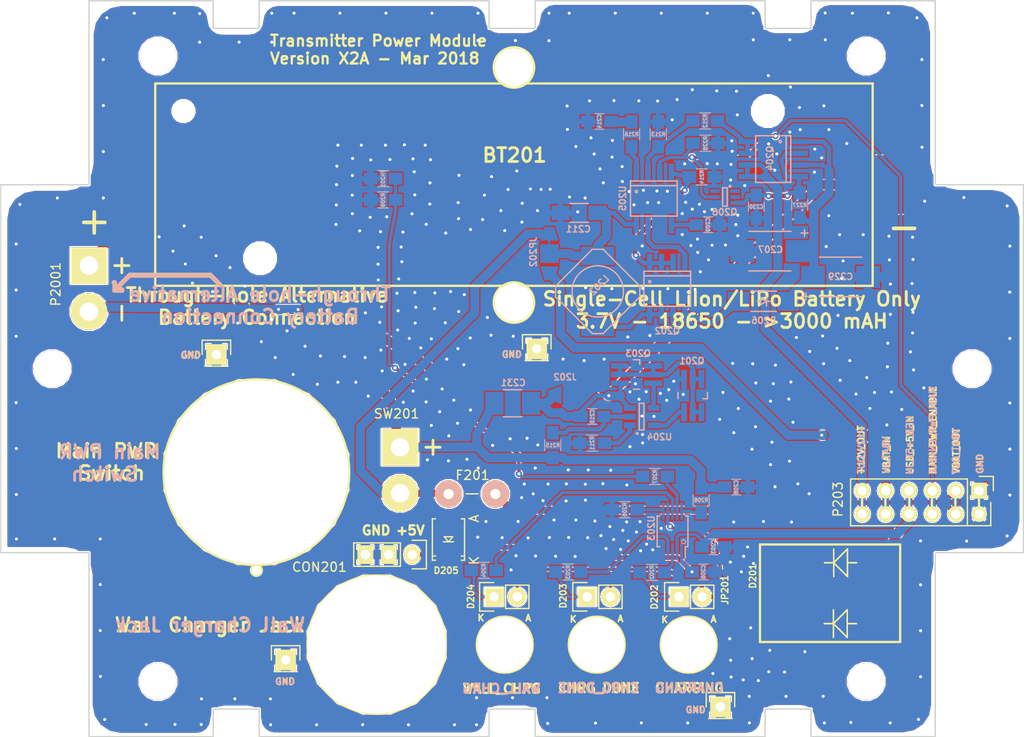
<source format=kicad_pcb>
(kicad_pcb (version 4) (host pcbnew 4.0.6)
  (title_block (date 2018-02-18) (rev X2A))
  (layers (0 F.Cu mixed) (31 B.Cu mixed) (34 B.Paste user) (35 F.Paste user) (36 B.SilkS user) (37 F.SilkS user) (38 B.Mask user) (39 F.Mask user) (44 Edge.Cuts user))
  (net 0 "")
  (net 1 "Net-(BT201-Pad1)")
  (net 2 "Net-(BT201-Pad2)")
  (net 3 GNDA_L8)
  (net 4 "Net-(C206-Pad2)")
  (net 5 "Net-(C209-Pad1)")
  (net 6 "Net-(C210-Pad1)")
  (net 7 "Net-(C211-Pad1)")
  (net 8 "Net-(C214-Pad2)")
  (net 9 "Net-(D202-Pad1)")
  (net 10 "Net-(D203-Pad1)")
  (net 11 "Net-(D204-Pad1)")
  (net 12 "Net-(D206-Pad2)")
  (net 13 "Net-(JP201-Pad2)")
  (net 14 "Net-(Q201-Pad1)")
  (net 15 "Net-(Q201-Pad3)")
  (net 16 "Net-(Q202-Pad1)")
  (net 17 "Net-(Q203-Pad3)")
  (net 18 "Net-(R202-Pad1)")
  (net 19 "Net-(R203-Pad1)")
  (net 20 "Net-(R204-Pad1)")
  (net 21 "Net-(R206-Pad2)")
  (net 22 "Net-(R207-Pad1)")
  (net 23 "Net-(R207-Pad2)")
  (net 24 "Net-(R208-Pad2)")
  (net 25 "Net-(R211-Pad2)")
  (net 26 "Net-(R212-Pad1)")
  (net 27 "Net-(R216-Pad1)")
  (net 28 "Net-(C207-Pad1)")
  (net 29 "Net-(D201-Pad4)")
  (net 30 USB_+5V_in)
  (net 31 "Net-(C230-Pad2)")
  (net 32 LiIon_PWR)
  (net 33 "Net-(F201-Pad2)")
  (net 34 "Net-(JP202-Pad3)")
  (net 35 BOOST_ENABLE)
  (net 36 "Net-(P203-Pad11)")
  (net 37 "Net-(Q202-Pad4)")
  (net 38 "Net-(Q204-Pad7)")
  (module Mounting_Holes:MountingHole_6mm_outlined (layer F.Cu) (at 89 100)
    (fp_text reference REF** hide)
    (fp_text value MountingHole_6mm)
    (pad "" np_thru_hole circle (at 2 0) (size 6 6) (drill 6) (layers *.Cu *.Mask))
  )
  (module Mounting_Holes:MountingHole_6mm_outlined (layer F.Cu) (at 79 100)
    (fp_text reference REF** hide)
    (fp_text value MountingHole_6mm)
    (pad "" np_thru_hole circle (at 2 0) (size 6 6) (drill 6) (layers *.Cu *.Mask))
  )
  (module Mounting_Holes:MountingHole_6mm_outlined (layer F.Cu) (at 69 100)
    (fp_text reference REF** hide)
    (fp_text value MountingHole_6mm)
    (pad "" np_thru_hole circle (at 2 0) (size 6 6) (drill 6) (layers *.Cu *.Mask))
  )
  (module Pin_Headers:Pin_Header_Straight_2x06 (layer F.Cu) (at 122.57 83.26 270)
    (fp_text reference P203 (at 0.95 15.34 270) (layer F.SilkS))
    (fp_text value "To Transmitter Board")
    (pad 1 thru_hole rect (at 0 0 270) (size 1.7272 1.7272) (drill 1.016) (layers *.Cu *.Mask F.SilkS) (net 3 GNDA_L8) (thermal_gap 0.15))
    (pad 2 thru_hole oval (at 2.54 0 270) (size 1.7272 1.7272) (drill 1.016) (layers *.Cu *.Mask F.SilkS) (net 3 GNDA_L8) (thermal_gap 0.15))
    (pad 3 thru_hole oval (at 0 2.54 270) (size 1.7272 1.7272) (drill 1.016) (layers *.Cu *.Mask F.SilkS) (net 33 "Net-(F201-Pad2)"))
    (pad 4 thru_hole oval (at 2.54 2.54 270) (size 1.7272 1.7272) (drill 1.016) (layers *.Cu *.Mask F.SilkS) (net 33 "Net-(F201-Pad2)"))
    (pad 5 thru_hole oval (at 0 5.08 270) (size 1.7272 1.7272) (drill 1.016) (layers *.Cu *.Mask F.SilkS) (net 35 BOOST_ENABLE))
    (pad 6 thru_hole oval (at 2.54 5.08 270) (size 1.7272 1.7272) (drill 1.016) (layers *.Cu *.Mask F.SilkS) (net 35 BOOST_ENABLE))
    (pad 7 thru_hole oval (at 0 7.62 270) (size 1.7272 1.7272) (drill 1.016) (layers *.Cu *.Mask F.SilkS) (net 30 USB_+5V_in))
    (pad 8 thru_hole oval (at 2.54 7.62 270) (size 1.7272 1.7272) (drill 1.016) (layers *.Cu *.Mask F.SilkS) (net 30 USB_+5V_in))
    (pad 9 thru_hole oval (at 0 10.16 270) (size 1.7272 1.7272) (drill 1.016) (layers *.Cu *.Mask F.SilkS) (net 34 "Net-(JP202-Pad3)"))
    (pad 10 thru_hole oval (at 2.54 10.16 270) (size 1.7272 1.7272) (drill 1.016) (layers *.Cu *.Mask F.SilkS) (net 34 "Net-(JP202-Pad3)"))
    (pad 11 thru_hole oval (at 0 12.7 270) (size 1.7272 1.7272) (drill 1.016) (layers *.Cu *.Mask F.SilkS) (net 36 "Net-(P203-Pad11)"))
    (pad 12 thru_hole oval (at 2.54 12.7 270) (size 1.7272 1.7272) (drill 1.016) (layers *.Cu *.Mask F.SilkS) (net 36 "Net-(P203-Pad11)"))
  )
  (module Diodes_SMD:DPAK_369C_DUAL_DIODE_Handsolder (layer F.Cu) (at 107.75 94.41 90)
    (fp_text reference D201 (at 1.86 -9.78 90) (layer F.SilkS) (effects (font (size 0.7 0.7))))
    (fp_text value Dual_Schottky_Common_Cathode_DPAK369)
    (pad 4 smd rect (at 0 -5.14 90) (size 5.8 7.7) (layers F.Cu F.Paste F.Mask) (net 29 "Net-(D201-Pad4)"))
    (pad 1 smd rect (at -2.29 3.54 90) (size 1.6 4.5) (layers F.Cu F.Paste F.Mask) (net 4 "Net-(C206-Pad2)"))
    (pad 3 smd rect (at 2.29 3.54 90) (size 1.6 4.5) (layers F.Cu F.Paste F.Mask) (net 30 USB_+5V_in))
  )
  (module Pin_Headers:Pin_Header_Straight_1x01 (layer F.Cu) (at 47.18 101.66)
    (fp_text reference J1001 hide)
    (fp_text value CONN_01X01)
    (pad 1 thru_hole rect (at 0 0) (size 2.2352 2.2352) (drill 1.016) (layers *.Cu *.Mask F.SilkS) (net 3 GNDA_L8) (thermal_gap 0.15))
  )
  (module Pin_Headers:Pin_Header_Straight_1x01 (layer F.Cu) (at 39.65 68.45)
    (fp_text reference J1001 hide)
    (fp_text value CONN_01X01)
    (pad 1 thru_hole rect (at 0 0) (size 2.2352 2.2352) (drill 1.016) (layers *.Cu *.Mask F.SilkS) (net 3 GNDA_L8) (thermal_gap 0.15))
  )
  (module Wire_Connections_Bridges:PolarizedConnection_2.00mmDrill (layer F.Cu) (at 25.79 58.79 270)
    (fp_text reference P2001 (at 2.02 3.6 270) (layer F.SilkS))
    (fp_text value CONN_01X02)
    (fp_text user - (at 5.1816 -3.429 270) (layer F.SilkS) (effects (font (size 2.032 2.032) (thickness 0.3))))
    (fp_text user + (at 0 -3.429 270) (layer F.SilkS) (effects (font (size 2.032 2.032) (thickness 0.3))))
    (pad 1 thru_hole rect (at 0 0 270) (size 4.0005 4.0005) (drill 1.99898) (layers *.Cu *.Mask F.SilkS) (net 1 "Net-(BT201-Pad1)"))
    (pad 2 thru_hole circle (at 5 0 270) (size 4.0005 4.0005) (drill 1.99898) (layers *.Cu *.Mask F.SilkS) (net 2 "Net-(BT201-Pad2)"))
  )
  (module MountingHole_4mm_Outlined (layer F.Cu) (at 72 37.25)
    (fp_text reference "4mm thru" hide)
    (fp_text value MountingHole_4mm hide)
    (pad "" np_thru_hole circle (at 0 0) (size 4 4) (drill 4) (layers *.Cu *.Mask))
  )
  (module MountingHole_4mm_Outlined (layer F.Cu) (at 72 62.81)
    (fp_text reference "4mm thru" hide)
    (fp_text value MountingHole_4mm hide)
    (pad "" np_thru_hole circle (at 0 0) (size 4 4) (drill 4) (layers *.Cu *.Mask))
  )
  (module Mounting_Holes:MountingHole_15mm_outlined (layer F.Cu) (at 57.07 100)
    (fp_text reference REF** hide)
    (fp_text value MountingHole_15mm_outlined)
    (pad "" np_thru_hole circle (at 0 0) (size 15 15) (drill 15) (layers *.Cu *.Mask))
  )
  (module Mounting_Holes:MountingHole_1mm_Outlined (layer F.Cu) (at 44 91.92)
    (fp_text reference REF** hide)
    (fp_text value MountingHole_1mm_Outlined)
    (pad "" np_thru_hole circle (at 0 0) (size 1 1) (drill 1) (layers *.Cu *.Mask))
  )
  (module Mounting_Holes:MountingHole_20mm_Outlined (layer F.Cu) (at 44 81.25)
    (fp_text reference REF** hide)
    (fp_text value MountingHole_20mm_Outlined)
    (pad "" np_thru_hole circle (at 0 0) (size 20 20) (drill 20) (layers *.Cu *.Mask))
  )
  (module Pin_Headers:Pin_Header_Straight_1x03 (layer F.Cu) (at 60.93 90.21 270)
    (fp_text reference CON201 (at 1.36 10.08 360) (layer F.SilkS))
    (fp_text value EJ508A)
    (pad 1 thru_hole oval (at 0 0 270) (size 2.032 1.7272) (drill 1.016) (layers *.Cu *.Mask F.SilkS) (net 4 "Net-(C206-Pad2)"))
    (pad 2 thru_hole rect (at 0 2.54 270) (size 2.032 1.7272) (drill 1.016) (layers *.Cu *.Mask F.SilkS) (net 3 GNDA_L8) (thermal_gap 0.15))
    (pad 3 thru_hole rect (at 0 5.08 270) (size 2.032 1.7272) (drill 1.016) (layers *.Cu *.Mask F.SilkS) (net 3 GNDA_L8) (thermal_gap 0.15))
  )
  (module Mounting_Holes:MountingHole_4mm (layer F.Cu) (at 121.8 70)
    (fp_text reference "4mm thru" hide)
    (fp_text value MountingHole_4mm hide)
    (pad 1 thru_hole circle (at 0 0) (size 4 4) (drill 4) (layers))
  )
  (module Mounting_Holes:MountingHole_4mm (layer F.Cu) (at 21.8 70)
    (fp_text reference "4mm thru" hide)
    (fp_text value MountingHole_4mm hide)
    (pad 1 thru_hole circle (at 0 0) (size 4 4) (drill 4) (layers))
  )
  (module Mounting_Holes:MountingHole_4mm (layer F.Cu) (at 110.3 104)
    (fp_text reference "4mm thru" hide)
    (fp_text value MountingHole_4mm hide)
    (pad 1 thru_hole circle (at 0 0) (size 4 4) (drill 4) (layers))
  )
  (module Mounting_Holes:MountingHole_4mm (layer F.Cu) (at 110.3 36)
    (fp_text reference "4mm thru" hide)
    (fp_text value MountingHole_4mm hide)
    (pad 1 thru_hole circle (at 0 0) (size 4 4) (drill 4) (layers))
  )
  (module Mounting_Holes:MountingHole_4mm (layer F.Cu) (at 33.3 104)
    (fp_text reference "4mm thru" hide)
    (fp_text value MountingHole_4mm hide)
    (pad 1 thru_hole circle (at 0 0) (size 4 4) (drill 4) (layers))
  )
  (module Mounting_Holes:MountingHole_4mm (layer F.Cu) (at 33.3 36)
    (fp_text reference "4mm thru" hide)
    (fp_text value MountingHole_4mm hide)
    (pad 1 thru_hole circle (at 0 0) (size 4 4) (drill 4) (layers))
  )
  (module Capacitors_SMD:C_0805_HandSoldering (layer B.Cu) (at 93.69 89.37)
    (fp_text reference C203 (at 0 0 270) (layer B.SilkS) (effects (font (size 0.4 0.4) (thickness 0.1)) (justify mirror)))
    (fp_text value 10uF)
    (pad 1 smd rect (at -1.25 0) (size 1.5 1.25) (layers B.Cu B.Paste B.Mask) (net 30 USB_+5V_in))
    (pad 2 smd rect (at 1.25 0) (size 1.5 1.25) (layers B.Cu B.Paste B.Mask) (net 3 GNDA_L8) (thermal_gap 0.15))
  )
  (module Capacitors_SMD:C_0805_HandSoldering (layer B.Cu) (at 92.6 92.1 180)
    (fp_text reference C206 (at 0 0 450) (layer B.SilkS) (effects (font (size 0.4 0.4) (thickness 0.1)) (justify mirror)))
    (fp_text value 10uF)
    (pad 1 smd rect (at -1.25 0 180) (size 1.5 1.25) (layers B.Cu B.Paste B.Mask) (net 3 GNDA_L8) (thermal_gap 0.15))
    (pad 2 smd rect (at 1.25 0 180) (size 1.5 1.25) (layers B.Cu B.Paste B.Mask) (net 4 "Net-(C206-Pad2)"))
  )
  (module Capacitors_SMD:C_0805_HandSoldering (layer B.Cu) (at 96.16 82.87)
    (fp_text reference C208 (at 0 0 270) (layer B.SilkS) (effects (font (size 0.4 0.4) (thickness 0.1)) (justify mirror)))
    (fp_text value 10uF)
    (pad 1 smd rect (at -1.25 0) (size 1.5 1.25) (layers B.Cu B.Paste B.Mask) (net 1 "Net-(BT201-Pad1)"))
    (pad 2 smd rect (at 1.25 0) (size 1.5 1.25) (layers B.Cu B.Paste B.Mask) (net 3 GNDA_L8) (thermal_gap 0.15))
  )
  (module Capacitors_SMD:C_0805_HandSoldering (layer B.Cu) (at 93.1 54.35)
    (fp_text reference C209 (at 0 0 270) (layer B.SilkS) (effects (font (size 0.4 0.4) (thickness 0.1)) (justify mirror)))
    (fp_text value 10uF)
    (pad 1 smd rect (at -1.25 0) (size 1.5 1.25) (layers B.Cu B.Paste B.Mask) (net 5 "Net-(C209-Pad1)"))
    (pad 2 smd rect (at 1.25 0) (size 1.5 1.25) (layers B.Cu B.Paste B.Mask) (net 3 GNDA_L8) (thermal_gap 0.15))
  )
  (module Capacitors_SMD:C_0805_HandSoldering (layer B.Cu) (at 80.52 75.19 180)
    (fp_text reference C210 (at 0 0 450) (layer B.SilkS) (effects (font (size 0.4 0.4) (thickness 0.1)) (justify mirror)))
    (fp_text value 100nF)
    (pad 1 smd rect (at -1.25 0 180) (size 1.5 1.25) (layers B.Cu B.Paste B.Mask) (net 6 "Net-(C210-Pad1)"))
    (pad 2 smd rect (at 1.25 0 180) (size 1.5 1.25) (layers B.Cu B.Paste B.Mask) (net 2 "Net-(BT201-Pad2)"))
  )
  (module Capacitors_SMD:C_0805_HandSoldering (layer B.Cu) (at 81.29 43.12)
    (fp_text reference C214 (at 0 0 270) (layer B.SilkS) (effects (font (size 0.4 0.4) (thickness 0.1)) (justify mirror)))
    (fp_text value 10nF)
    (pad 1 smd rect (at -1.25 0) (size 1.5 1.25) (layers B.Cu B.Paste B.Mask) (net 3 GNDA_L8) (thermal_gap 0.15))
    (pad 2 smd rect (at 1.25 0) (size 1.5 1.25) (layers B.Cu B.Paste B.Mask) (net 8 "Net-(C214-Pad2)"))
  )
  (module Diodes_SMD:MicroSMP_Handsoldering (layer F.Cu) (at 64.88 88.57 90)
    (fp_text reference D205 (at -3.37 -0.25 180) (layer F.SilkS) (effects (font (size 0.7 0.7))))
    (fp_text value "5V Zener")
    (fp_text user K (at -2.286 2.794 90) (layer F.SilkS))
    (fp_text user A (at 2.286 2.794 90) (layer F.SilkS))
    (pad 1 smd rect (at -0.85 0 90) (size 1.2 0.8) (layers F.Cu F.Paste F.Mask) (net 4 "Net-(C206-Pad2)"))
    (pad 2 smd rect (at 1.25 0 90) (size 2 0.98) (layers F.Cu F.Paste F.Mask) (net 3 GNDA_L8) (thermal_gap 0.15))
  )
  (module Inductors:CDR7D28MN (layer B.Cu) (at 81.11 61.6 225)
    (fp_text reference L202 (at -0.59397 0.367696 225) (layer B.SilkS) (effects (font (size 0.7 0.7)) (justify mirror)))
    (fp_text value 6.8uH)
    (fp_text user "" (at 0 0 225) (layer B.SilkS) (effects (justify mirror)))
    (fp_text user "" (at 0 0 225) (layer B.SilkS) (effects (justify mirror)))
    (pad 1 smd trapezoid (at -2.73 2.73 90) (size 1.99898 3.59918) (layers B.Cu B.Paste B.Mask) (net 7 "Net-(C211-Pad1)"))
    (pad 2 smd rect (at 2.73 -2.73 90) (size 1.99898 3.59918) (layers B.Cu B.Paste B.Mask) (net 12 "Net-(D206-Pad2)"))
  )
  (module TO_SOT_Packages_SMD:TSOT-6-MK06A_Handsoldering (layer B.Cu) (at 91.44 72.92 180)
    (fp_text reference Q201 (at 0.1 3.77 180) (layer B.SilkS) (effects (font (size 0.7 0.7)) (justify mirror)))
    (fp_text value AO6404)
    (pad 1 smd rect (at -0.94996 -1.80086 180) (size 0.63 1.99898) (layers B.Cu B.Paste B.Mask) (net 14 "Net-(Q201-Pad1)"))
    (pad 2 smd rect (at 0 -1.80086 180) (size 0.63 1.99898) (layers B.Cu B.Paste B.Mask) (net 14 "Net-(Q201-Pad1)"))
    (pad 3 smd rect (at 0.94996 -1.80086 180) (size 0.63 1.99898) (layers B.Cu B.Paste B.Mask) (net 15 "Net-(Q201-Pad3)"))
    (pad 4 smd rect (at 0.94996 1.80086 180) (size 0.63 1.99898) (layers B.Cu B.Paste B.Mask) (net 3 GNDA_L8) (thermal_gap 0.15))
    (pad 5 smd rect (at 0 1.80086 180) (size 0.63 1.99898) (layers B.Cu B.Paste B.Mask) (net 14 "Net-(Q201-Pad1)"))
    (pad 6 smd rect (at -0.94996 1.80086 180) (size 0.63 1.99898) (layers B.Cu B.Paste B.Mask) (net 14 "Net-(Q201-Pad1)"))
  )
  (module Power_Integrations:SO-8_Handsolder (layer B.Cu) (at 88.67 61.31)
    (fp_text reference Q202 (at 0 4.5847) (layer B.SilkS) (effects (font (size 0.7 0.7)) (justify mirror)))
    (fp_text value SI4884BDY hide)
    (pad 1 smd rect (at -1.905 -2.794) (size 0.6096 2) (layers B.Cu B.Paste B.Mask) (net 16 "Net-(Q202-Pad1)"))
    (pad 2 smd rect (at -0.635 -2.794) (size 0.6096 2) (layers B.Cu B.Paste B.Mask) (net 16 "Net-(Q202-Pad1)"))
    (pad 3 smd rect (at 0.635 -2.794) (size 0.6096 2) (layers B.Cu B.Paste B.Mask) (net 16 "Net-(Q202-Pad1)"))
    (pad 4 smd rect (at 1.905 -2.794) (size 0.6096 2) (layers B.Cu B.Paste B.Mask) (net 37 "Net-(Q202-Pad4)"))
    (pad 5 smd rect (at 1.905 2.794) (size 0.6096 2) (layers B.Cu B.Paste B.Mask) (net 12 "Net-(D206-Pad2)"))
    (pad 6 smd rect (at 0.635 2.794) (size 0.6096 2) (layers B.Cu B.Paste B.Mask) (net 12 "Net-(D206-Pad2)"))
    (pad 7 smd rect (at -0.635 2.794) (size 0.6096 2) (layers B.Cu B.Paste B.Mask) (net 12 "Net-(D206-Pad2)"))
    (pad 8 smd rect (at -1.905 2.794) (size 0.6096 2) (layers B.Cu B.Paste B.Mask) (net 12 "Net-(D206-Pad2)"))
  )
  (module TO_SOT_Packages_SMD:TSOT-6-MK06A_Handsoldering (layer B.Cu) (at 85.33 70.63 270)
    (fp_text reference Q203 (at -2.29 -0.17 360) (layer B.SilkS) (effects (font (size 0.7 0.7)) (justify mirror)))
    (fp_text value AO6404)
    (pad 1 smd rect (at -0.94996 -1.80086 270) (size 0.63 1.99898) (layers B.Cu B.Paste B.Mask) (net 14 "Net-(Q201-Pad1)"))
    (pad 2 smd rect (at 0 -1.80086 270) (size 0.63 1.99898) (layers B.Cu B.Paste B.Mask) (net 14 "Net-(Q201-Pad1)"))
    (pad 3 smd rect (at 0.94996 -1.80086 270) (size 0.63 1.99898) (layers B.Cu B.Paste B.Mask) (net 17 "Net-(Q203-Pad3)"))
    (pad 4 smd rect (at 0.94996 1.80086 270) (size 0.63 1.99898) (layers B.Cu B.Paste B.Mask) (net 2 "Net-(BT201-Pad2)"))
    (pad 5 smd rect (at 0 1.80086 270) (size 0.63 1.99898) (layers B.Cu B.Paste B.Mask) (net 14 "Net-(Q201-Pad1)"))
    (pad 6 smd rect (at -0.94996 1.80086 270) (size 0.63 1.99898) (layers B.Cu B.Paste B.Mask) (net 14 "Net-(Q201-Pad1)"))
  )
  (module Resistors_SMD:R_0805_HandSoldering (layer B.Cu) (at 87.01 92.15 180)
    (fp_text reference R202 (at 0 0 450) (layer B.SilkS) (effects (font (size 0.4 0.4) (thickness 0.1)) (justify mirror)))
    (fp_text value 1k)
    (pad 1 smd rect (at -1.35 0 180) (size 1.5 1.3) (layers B.Cu B.Paste B.Mask) (net 18 "Net-(R202-Pad1)"))
    (pad 2 smd rect (at 1.35 0 180) (size 1.5 1.3) (layers B.Cu B.Paste B.Mask) (net 9 "Net-(D202-Pad1)"))
  )
  (module Resistors_SMD:R_0805_HandSoldering (layer B.Cu) (at 77.88 92.1 180)
    (fp_text reference R203 (at 0 0 450) (layer B.SilkS) (effects (font (size 0.4 0.4) (thickness 0.1)) (justify mirror)))
    (fp_text value 1k)
    (pad 1 smd rect (at -1.35 0 180) (size 1.5 1.3) (layers B.Cu B.Paste B.Mask) (net 19 "Net-(R203-Pad1)"))
    (pad 2 smd rect (at 1.35 0 180) (size 1.5 1.3) (layers B.Cu B.Paste B.Mask) (net 10 "Net-(D203-Pad1)"))
  )
  (module Resistors_SMD:R_0805_HandSoldering (layer B.Cu) (at 68.72 91.92 180)
    (fp_text reference R204 (at 0 0 450) (layer B.SilkS) (effects (font (size 0.4 0.4) (thickness 0.1)) (justify mirror)))
    (fp_text value 1k)
    (pad 1 smd rect (at -1.35 0 180) (size 1.5 1.3) (layers B.Cu B.Paste B.Mask) (net 20 "Net-(R204-Pad1)"))
    (pad 2 smd rect (at 1.35 0 180) (size 1.5 1.3) (layers B.Cu B.Paste B.Mask) (net 11 "Net-(D204-Pad1)"))
  )
  (module Resistors_SMD:R_0805_HandSoldering (layer B.Cu) (at 84.04 85.33)
    (fp_text reference R206 (at 0 0 270) (layer B.SilkS) (effects (font (size 0.4 0.4) (thickness 0.1)) (justify mirror)))
    (fp_text value 1k)
    (pad 1 smd rect (at -1.35 0) (size 1.5 1.3) (layers B.Cu B.Paste B.Mask) (net 3 GNDA_L8) (thermal_gap 0.15))
    (pad 2 smd rect (at 1.35 0) (size 1.5 1.3) (layers B.Cu B.Paste B.Mask) (net 21 "Net-(R206-Pad2)"))
  )
  (module Resistors_SMD:R_0805_HandSoldering (layer B.Cu) (at 87.33 81.72)
    (fp_text reference R207 (at 0 0 270) (layer B.SilkS) (effects (font (size 0.4 0.4) (thickness 0.1)) (justify mirror)))
    (fp_text value 0)
    (pad 1 smd rect (at -1.35 0) (size 1.5 1.3) (layers B.Cu B.Paste B.Mask) (net 22 "Net-(R207-Pad1)"))
    (pad 2 smd rect (at 1.35 0) (size 1.5 1.3) (layers B.Cu B.Paste B.Mask) (net 23 "Net-(R207-Pad2)"))
  )
  (module Resistors_SMD:R_0805_HandSoldering (layer B.Cu) (at 92.35 84.29 270)
    (fp_text reference R208 (at 0 0 540) (layer B.SilkS) (effects (font (size 0.4 0.4) (thickness 0.1)) (justify mirror)))
    (fp_text value 0)
    (pad 1 smd rect (at -1.35 0 270) (size 1.5 1.3) (layers B.Cu B.Paste B.Mask) (net 1 "Net-(BT201-Pad1)"))
    (pad 2 smd rect (at 1.35 0 270) (size 1.5 1.3) (layers B.Cu B.Paste B.Mask) (net 24 "Net-(R208-Pad2)"))
  )
  (module Resistors_SMD:R_0805_HandSoldering (layer B.Cu) (at 57.78 51.65)
    (fp_text reference R209 (at 0 0 270) (layer B.SilkS) (effects (font (size 0.4 0.4) (thickness 0.1)) (justify mirror)))
    (fp_text value NP)
    (pad 1 smd rect (at -1.35 0) (size 1.5 1.3) (layers B.Cu B.Paste B.Mask) (net 3 GNDA_L8) (thermal_gap 0.15))
    (pad 2 smd rect (at 1.35 0) (size 1.5 1.3) (layers B.Cu B.Paste B.Mask) (net 22 "Net-(R207-Pad1)"))
  )
  (module Resistors_SMD:R_0805_HandSoldering (layer B.Cu) (at 80.5 78.09)
    (fp_text reference R211 (at 0 0 270) (layer B.SilkS) (effects (font (size 0.4 0.4) (thickness 0.1)) (justify mirror)))
    (fp_text value 2.7k)
    (pad 1 smd rect (at -1.35 0) (size 1.5 1.3) (layers B.Cu B.Paste B.Mask) (net 3 GNDA_L8) (thermal_gap 0.15))
    (pad 2 smd rect (at 1.35 0) (size 1.5 1.3) (layers B.Cu B.Paste B.Mask) (net 25 "Net-(R211-Pad2)"))
  )
  (module Resistors_SMD:R_0805_HandSoldering (layer B.Cu) (at 92.79 43.06)
    (fp_text reference R212 (at 0 0 270) (layer B.SilkS) (effects (font (size 0.4 0.4) (thickness 0.1)) (justify mirror)))
    (fp_text value 10k)
    (pad 1 smd rect (at -1.35 0) (size 1.5 1.3) (layers B.Cu B.Paste B.Mask) (net 26 "Net-(R212-Pad1)"))
    (pad 2 smd rect (at 1.35 0) (size 1.5 1.3) (layers B.Cu B.Paste B.Mask) (net 38 "Net-(Q204-Pad7)"))
  )
  (module Resistors_SMD:R_0805_HandSoldering (layer B.Cu) (at 87.69 44.52 270)
    (fp_text reference R213 (at 0 0 540) (layer B.SilkS) (effects (font (size 0.4 0.4) (thickness 0.1)) (justify mirror)))
    (fp_text value 1.1k)
    (pad 1 smd rect (at -1.35 0 270) (size 1.5 1.3) (layers B.Cu B.Paste B.Mask) (net 3 GNDA_L8) (thermal_gap 0.15))
    (pad 2 smd rect (at 1.35 0 270) (size 1.5 1.3) (layers B.Cu B.Paste B.Mask) (net 26 "Net-(R212-Pad1)"))
  )
  (module Resistors_SMD:R_0805_HandSoldering (layer B.Cu) (at 92.43 49.15 180)
    (fp_text reference R214 (at 0 0 450) (layer B.SilkS) (effects (font (size 0.4 0.4) (thickness 0.1)) (justify mirror)))
    (fp_text value "0.01 0.5W")
    (pad 1 smd rect (at -1.35 0 180) (size 1.5 1.3) (layers B.Cu B.Paste B.Mask) (net 3 GNDA_L8) (thermal_gap 0.15))
    (pad 2 smd rect (at 1.35 0 180) (size 1.5 1.3) (layers B.Cu B.Paste B.Mask) (net 16 "Net-(Q202-Pad1)"))
  )
  (module Resistors_SMD:R_0805_HandSoldering (layer B.Cu) (at 76.22 78.32 270)
    (fp_text reference R215 (at 0 0 540) (layer B.SilkS) (effects (font (size 0.4 0.4) (thickness 0.1)) (justify mirror)))
    (fp_text value 470)
    (pad 1 smd rect (at -1.35 0 270) (size 1.5 1.3) (layers B.Cu B.Paste B.Mask) (net 6 "Net-(C210-Pad1)"))
    (pad 2 smd rect (at 1.35 0 270) (size 1.5 1.3) (layers B.Cu B.Paste B.Mask) (net 1 "Net-(BT201-Pad1)"))
  )
  (module Resistors_SMD:R_0805_HandSoldering (layer B.Cu) (at 84.79 44.52 90)
    (fp_text reference R216 (at 0 0 360) (layer B.SilkS) (effects (font (size 0.4 0.4) (thickness 0.1)) (justify mirror)))
    (fp_text value 10k)
    (pad 1 smd rect (at -1.35 0 90) (size 1.5 1.3) (layers B.Cu B.Paste B.Mask) (net 27 "Net-(R216-Pad1)"))
    (pad 2 smd rect (at 1.35 0 90) (size 1.5 1.3) (layers B.Cu B.Paste B.Mask) (net 8 "Net-(C214-Pad2)"))
  )
  (module Wire_Connections_Bridges:PolarizedConnection_2.00mmDrill (layer F.Cu) (at 59.62 78.54 270)
    (fp_text reference SW201 (at -3.64 0.37 360) (layer F.SilkS))
    (fp_text value "Main Pwr")
    (fp_text user + (at 0 -3.429 270) (layer F.SilkS) (effects (font (size 2.032 2.032) (thickness 0.3))))
    (pad 1 thru_hole rect (at 0 0 270) (size 4.0005 4.0005) (drill 1.99898) (layers *.Cu *.Mask F.SilkS) (net 1 "Net-(BT201-Pad1)"))
    (pad 2 thru_hole circle (at 5 0 270) (size 4.0005 4.0005) (drill 1.99898) (layers *.Cu *.Mask F.SilkS) (net 32 LiIon_PWR))
  )
  (module Resistors_SMD:R_0805_HandSoldering (layer B.Cu) (at 57.78 49.34 180)
    (fp_text reference TH201 (at 0 0 450) (layer B.SilkS) (effects (font (size 0.4 0.4) (thickness 0.1)) (justify mirror)))
    (fp_text value "Vishay NTCS0805E3103FLT")
    (pad 1 smd rect (at -1.35 0 180) (size 1.5 1.3) (layers B.Cu B.Paste B.Mask) (net 22 "Net-(R207-Pad1)"))
    (pad 2 smd rect (at 1.35 0 180) (size 1.5 1.3) (layers B.Cu B.Paste B.Mask) (net 3 GNDA_L8) (thermal_gap 0.15))
  )
  (module Housings_SSOP:MSOP-10_3x3mm_Pitch0.5mm_Handsolder (layer B.Cu) (at 89.24 87.68 90)
    (fp_text reference U203 (at 0.34 -2.31 90) (layer B.SilkS) (effects (font (size 0.7 0.7)) (justify mirror)))
    (fp_text value MCP73837)
    (pad 1 smd rect (at -2.2 1 90) (size 1.9 0.3) (layers B.Cu B.Paste B.Mask) (net 4 "Net-(C206-Pad2)"))
    (pad 2 smd rect (at -2.2 0.5 90) (size 1.9 0.3) (layers B.Cu B.Paste B.Mask) (net 30 USB_+5V_in))
    (pad 3 smd rect (at -2.2 0 90) (size 1.9 0.3) (layers B.Cu B.Paste B.Mask) (net 18 "Net-(R202-Pad1)"))
    (pad 4 smd rect (at -2.2 -0.5 90) (size 1.9 0.3) (layers B.Cu B.Paste B.Mask) (net 19 "Net-(R203-Pad1)"))
    (pad 5 smd rect (at -2.2 -1 90) (size 1.9 0.3) (layers B.Cu B.Paste B.Mask) (net 3 GNDA_L8))
    (pad 6 smd rect (at 2.2 -1 90) (size 1.9 0.3) (layers B.Cu B.Paste B.Mask) (net 21 "Net-(R206-Pad2)"))
    (pad 7 smd rect (at 2.2 -0.5 90) (size 1.9 0.3) (layers B.Cu B.Paste B.Mask) (net 13 "Net-(JP201-Pad2)"))
    (pad 8 smd rect (at 2.2 0 90) (size 1.9 0.3) (layers B.Cu B.Paste B.Mask) (net 20 "Net-(R204-Pad1)"))
    (pad 9 smd rect (at 2.2 0.5 90) (size 1.9 0.3) (layers B.Cu B.Paste B.Mask) (net 23 "Net-(R207-Pad2)"))
    (pad 10 smd rect (at 2.2 1 90) (size 1.9 0.3) (layers B.Cu B.Paste B.Mask) (net 24 "Net-(R208-Pad2)"))
  )
  (module TO_SOT_Packages_SMD:SOT-25_Handsolder (layer B.Cu) (at 85.88 75.21)
    (fp_text reference U204 (at 1.94 2.21) (layer B.SilkS) (effects (font (size 0.7 0.7)) (justify mirror)))
    (fp_text value AP9101CK)
    (pad 1 smd rect (at -1.3 0.95) (size 1.3 0.65) (layers B.Cu B.Paste B.Mask) (net 25 "Net-(R211-Pad2)"))
    (pad 2 smd rect (at -1.3 0) (size 1.3 0.65) (layers B.Cu B.Paste B.Mask) (net 6 "Net-(C210-Pad1)"))
    (pad 3 smd rect (at -1.3 -0.95) (size 1.3 0.65) (layers B.Cu B.Paste B.Mask) (net 2 "Net-(BT201-Pad2)"))
    (pad 4 smd rect (at 1.3 -0.95) (size 1.3 0.65) (layers B.Cu B.Paste B.Mask) (net 17 "Net-(Q203-Pad3)"))
    (pad 5 smd rect (at 1.3 0.95) (size 1.3 0.65) (layers B.Cu B.Paste B.Mask) (net 15 "Net-(Q201-Pad3)"))
  )
  (module Power_Integrations:SO-8_Handsolder (layer B.Cu) (at 87.21 51.5)
    (fp_text reference U205 (at -3.39 -0.03 90) (layer B.SilkS) (effects (font (size 0.7 0.7)) (justify mirror)))
    (fp_text value MIC2196 hide)
    (pad 1 smd rect (at -1.905 -2.794) (size 0.6096 2) (layers B.Cu B.Paste B.Mask) (net 27 "Net-(R216-Pad1)"))
    (pad 2 smd rect (at -0.635 -2.794) (size 0.6096 2) (layers B.Cu B.Paste B.Mask) (net 26 "Net-(R212-Pad1)"))
    (pad 3 smd rect (at 0.635 -2.794) (size 0.6096 2) (layers B.Cu B.Paste B.Mask) (net 35 BOOST_ENABLE))
    (pad 4 smd rect (at 1.905 -2.794) (size 0.6096 2) (layers B.Cu B.Paste B.Mask) (net 16 "Net-(Q202-Pad1)"))
    (pad 5 smd rect (at 1.905 2.794) (size 0.6096 2) (layers B.Cu B.Paste B.Mask) (net 5 "Net-(C209-Pad1)"))
    (pad 6 smd rect (at 0.635 2.794) (size 0.6096 2) (layers B.Cu B.Paste B.Mask) (net 3 GNDA_L8))
    (pad 7 smd rect (at -0.635 2.794) (size 0.6096 2) (layers B.Cu B.Paste B.Mask) (net 37 "Net-(Q202-Pad4)"))
    (pad 8 smd rect (at -1.905 2.794) (size 0.6096 2) (layers B.Cu B.Paste B.Mask) (net 7 "Net-(C211-Pad1)"))
  )
  (module Wire_Connections_Bridges:Solder-Jumperx3-NC_1-2_SMD-Pad_Small (layer F.Cu) (at 96.73 94.24 90)
    (fp_text reference JP201 (at 0.19 -1.79 90) (layer F.SilkS) (effects (font (size 0.7 0.7))))
    (fp_text value JUMPERx3_1-2_NC)
    (fp_line (start -0.4826 -0.0127) (end -1.9558 -0.0254) (layer F.Cu) (width 0.2))
    (pad 3 smd trapezoid (at 2.159 0 90) (size 1.524 1.524) (rect_delta 0.5 0) (layers F.Cu F.Paste F.Mask) (net 3 GNDA_L8))
    (pad 1 smd trapezoid (at -2.159 0 270) (size 1.50114 1.50114) (rect_delta 0.5 0) (layers F.Cu F.Paste F.Mask) (net 29 "Net-(D201-Pad4)"))
    (pad 2 smd rect (at 0 0 90) (size 2.032 2.032) (layers F.Cu F.Paste F.Mask) (net 13 "Net-(JP201-Pad2)"))
  )
  (module Capacitors_SMD:C_2917_7343_Metric_HandSoldering (layer B.Cu) (at 99.83 57.22 180)
    (fp_text reference C207 (at -0.06 0.17 180) (layer B.SilkS) (effects (font (size 0.7 0.7)) (justify mirror)))
    (fp_text value "150 uF low esr")
    (fp_text user + (at -3.7592 2.0447 180) (layer B.SilkS) (effects (justify mirror)))
    (pad 1 smd rect (at -3 0 180) (size 2.6 2.4) (layers B.Cu B.Paste B.Mask) (net 28 "Net-(C207-Pad1)"))
    (pad 2 smd rect (at 3 0 180) (size 2.6 2.4) (layers B.Cu B.Paste B.Mask) (net 3 GNDA_L8) (thermal_gap 0.15))
  )
  (module Oddities:1042P_18650_BAT_Handsolder (layer F.Cu) (at 72 49.99 180)
    (fp_text reference BT201 (at -0.07 3.2 180) (layer F.SilkS) (effects (font (size 1.5 1.5) (thickness 0.3))))
    (fp_text value "1-Cell LiPo/Li-Ion")
    (fp_text user - (at -42.41 -4.53 180) (layer F.SilkS) (effects (font (size 3 3) (thickness 0.4))))
    (fp_text user + (at 45.63 -3.88 180) (layer F.SilkS) (effects (font (size 3 3) (thickness 0.4))))
    (pad "" np_thru_hole circle (at 35.93 8 180) (size 2.39 2.39) (drill 2.39) (layers *.Cu *.Mask F.SilkS))
    (pad 2 smd rect (at -39.83 0 180) (size 8.34 6.35) (layers F.Cu F.Paste F.Mask) (net 2 "Net-(BT201-Pad2)"))
    (pad 1 smd rect (at 39.83 0 180) (size 8.34 6.35) (layers F.Cu F.Paste F.Mask) (net 1 "Net-(BT201-Pad1)"))
    (pad "" np_thru_hole circle (at -27.6 8 180) (size 3.45 3.45) (drill 3.45) (layers *.Cu *.Mask F.SilkS))
    (pad "" np_thru_hole circle (at 27.6 -8 180) (size 3.45 3.45) (drill 3.45) (layers *.Cu *.Mask F.SilkS))
  )
  (module Pin_Headers:Pin_Header_Straight_1x02 (layer F.Cu) (at 89.93 94.8 90)
    (fp_text reference D202 (at -0.03 -2.66 90) (layer F.SilkS) (effects (font (size 0.7 0.7))))
    (fp_text value RED)
    (pad 1 thru_hole rect (at 0 0 90) (size 2.032 2.032) (drill 1.016) (layers *.Cu *.Mask F.SilkS) (net 9 "Net-(D202-Pad1)"))
    (pad 2 thru_hole oval (at 0 2.54 90) (size 2.032 2.032) (drill 1.016) (layers *.Cu *.Mask F.SilkS) (net 29 "Net-(D201-Pad4)"))
  )
  (module Pin_Headers:Pin_Header_Straight_1x02 (layer F.Cu) (at 79.95 94.8 90)
    (fp_text reference D203 (at 0.09 -2.6 90) (layer F.SilkS) (effects (font (size 0.7 0.7))))
    (fp_text value GREEN)
    (pad 1 thru_hole rect (at 0 0 90) (size 2.032 2.032) (drill 1.016) (layers *.Cu *.Mask F.SilkS) (net 10 "Net-(D203-Pad1)"))
    (pad 2 thru_hole oval (at 0 2.54 90) (size 2.032 2.032) (drill 1.016) (layers *.Cu *.Mask F.SilkS) (net 29 "Net-(D201-Pad4)"))
  )
  (module Pin_Headers:Pin_Header_Straight_1x02 (layer F.Cu) (at 69.82 94.8 90)
    (fp_text reference D204 (at 0.03 -2.51 90) (layer F.SilkS) (effects (font (size 0.7 0.7))))
    (fp_text value ORANGE)
    (pad 1 thru_hole rect (at 0 0 90) (size 2.032 2.032) (drill 1.016) (layers *.Cu *.Mask F.SilkS) (net 11 "Net-(D204-Pad1)"))
    (pad 2 thru_hole oval (at 0 2.54 90) (size 2.032 2.032) (drill 1.016) (layers *.Cu *.Mask F.SilkS) (net 29 "Net-(D201-Pad4)"))
  )
  (module Pin_Headers:Pin_Header_Straight_1x01 (layer F.Cu) (at 74.48 67.85)
    (fp_text reference J1001 hide)
    (fp_text value CONN_01X01)
    (pad 1 thru_hole rect (at 0 0) (size 2.2352 2.2352) (drill 1.016) (layers *.Cu *.Mask F.SilkS) (net 3 GNDA_L8) (thermal_gap 0.15))
  )
  (module Pin_Headers:Pin_Header_Straight_1x01 (layer F.Cu) (at 94.45 106.76)
    (fp_text reference J1002 hide)
    (fp_text value P0)
    (pad 1 thru_hole rect (at 0 0) (size 2.2352 2.2352) (drill 1.016) (layers *.Cu *.Mask F.SilkS) (net 3 GNDA_L8) (thermal_gap 0.15))
  )
  (module Capacitors_SMD:C_1206_HandSoldering (layer B.Cu) (at 79.08 53.06 180)
    (fp_text reference C211 (at 0.09 -1.76 180) (layer B.SilkS) (effects (font (size 0.7 0.7)) (justify mirror)))
    (fp_text value 47uF)
    (pad 1 smd rect (at -2 0 180) (size 2 1.6) (layers B.Cu B.Paste B.Mask) (net 7 "Net-(C211-Pad1)"))
    (pad 2 smd rect (at 2 0 180) (size 2 1.6) (layers B.Cu B.Paste B.Mask) (net 3 GNDA_L8) (thermal_gap 0.15))
  )
  (module Diodes_SMD:CMS04_Handsolder (layer B.Cu) (at 99.14 62.67 180)
    (fp_text reference D206 (at -0.02 -2.09 180) (layer B.SilkS) (effects (font (size 0.7 0.7)) (justify mirror)))
    (fp_text value B530)
    (pad 1 smd rect (at -2.7 0 180) (size 2.4 2.1) (layers B.Cu B.Paste B.Mask) (net 28 "Net-(C207-Pad1)"))
    (pad 2 smd rect (at 2.7 0 180) (size 2.4 2.1) (layers B.Cu B.Paste B.Mask) (net 12 "Net-(D206-Pad2)"))
  )
  (module Capacitors_SMD:C_2917_7343_Metric_HandSoldering (layer B.Cu) (at 107.51 60.02)
    (fp_text reference C229 (at 0 -0.03) (layer B.SilkS) (effects (font (size 0.7 0.7)) (justify mirror)))
    (fp_text value "150 uF low esr")
    (fp_text user + (at -3.7592 2.0447) (layer B.SilkS) (effects (justify mirror)))
    (pad 1 smd rect (at -3 0) (size 2.6 2.4) (layers B.Cu B.Paste B.Mask) (net 28 "Net-(C207-Pad1)"))
    (pad 2 smd rect (at 3 0) (size 2.6 2.4) (layers B.Cu B.Paste B.Mask) (net 3 GNDA_L8) (thermal_gap 0.15))
  )
  (module Capacitors_SMD:C_0805_HandSoldering (layer B.Cu) (at 98.35 52.39 90)
    (fp_text reference C230 (at 0 0 360) (layer B.SilkS) (effects (font (size 0.4 0.4) (thickness 0.1)) (justify mirror)))
    (fp_text value 100nF)
    (pad 1 smd rect (at -1.25 0 90) (size 1.5 1.25) (layers B.Cu B.Paste B.Mask) (net 3 GNDA_L8) (thermal_gap 0.15))
    (pad 2 smd rect (at 1.25 0 90) (size 1.5 1.25) (layers B.Cu B.Paste B.Mask) (net 31 "Net-(C230-Pad2)"))
  )
  (module Capacitors_SMD:C_1210_HandSoldering (layer B.Cu) (at 71.86 73.76)
    (fp_text reference C231 (at 0.06 -2.23) (layer B.SilkS) (effects (font (size 0.7 0.7)) (justify mirror)))
    (fp_text value 100uF)
    (pad 1 smd rect (at -2 0) (size 2 2.5) (layers B.Cu B.Paste B.Mask) (net 1 "Net-(BT201-Pad1)"))
    (pad 2 smd rect (at 2 0) (size 2 2.5) (layers B.Cu B.Paste B.Mask) (net 2 "Net-(BT201-Pad2)"))
  )
  (module Resistors_ThroughHole:Resistor_Horizontal_RM5mm (layer F.Cu) (at 64.9 83.62)
    (fp_text reference F201 (at 2.6 -2.04) (layer F.SilkS))
    (fp_text value "1A Therm Fuse")
    (pad 1 thru_hole circle (at 0 0) (size 3 3) (drill 1.1) (layers *.Cu *.SilkS *.Mask) (net 32 LiIon_PWR))
    (pad 2 thru_hole circle (at 5.08 0) (size 3 3) (drill 1.1) (layers *.Cu *.SilkS *.Mask) (net 33 "Net-(F201-Pad2)"))
  )
  (module Wire_Connections_Bridges:Solder-Jumper-NO-SMD-Pad_Small (layer B.Cu) (at 77.46 72.85)
    (fp_text reference J202 (at 0.1 -1.94) (layer B.SilkS) (effects (font (size 0.7 0.7)) (justify mirror)))
    (fp_text value Jumper_NO_Small)
    (pad 1 smd trapezoid (at -1.016 0 180) (size 1.50114 1.50114) (rect_delta 0.5 0) (layers B.Cu B.Paste B.Mask) (net 2 "Net-(BT201-Pad2)"))
    (pad 2 smd trapezoid (at 1.016 0) (size 1.524 1.524) (rect_delta 0.5 0) (layers B.Cu B.Paste B.Mask) (net 3 GNDA_L8))
  )
  (module Wire_Connections_Bridges:Solder-Jumperx3-NC_1-2_SMD-Pad_Small (layer B.Cu) (at 75.86 57.49 270)
    (fp_text reference JP202 (at -0.18 1.76 270) (layer B.SilkS) (effects (font (size 0.7 0.7)) (justify mirror)))
    (fp_text value JUMPERx3_1-2_NC)
    (fp_line (start -0.4826 0.0127) (end -1.9558 0.0254) (layer B.Cu) (width 0.2))
    (pad 3 smd trapezoid (at 2.159 0 270) (size 1.524 1.524) (rect_delta 0.5 0) (layers B.Cu B.Paste B.Mask) (net 34 "Net-(JP202-Pad3)"))
    (pad 1 smd trapezoid (at -2.159 0 90) (size 1.50114 1.50114) (rect_delta 0.5 0) (layers B.Cu B.Paste B.Mask) (net 32 LiIon_PWR))
    (pad 2 smd rect (at 0 0 270) (size 2.032 2.032) (layers B.Cu B.Paste B.Mask) (net 7 "Net-(C211-Pad1)"))
  )
  (module Power_Integrations:SO-8_Handsolder (layer B.Cu) (at 100.19 47.21 270)
    (fp_text reference Q204 (at -0.08 0.36 270) (layer B.SilkS) (effects (font (size 0.7 0.7)) (justify mirror)))
    (fp_text value DMP4025LSD hide)
    (pad 1 smd rect (at -1.905 -2.794 270) (size 0.6096 2) (layers B.Cu B.Paste B.Mask) (net 28 "Net-(C207-Pad1)"))
    (pad 2 smd rect (at -0.635 -2.794 270) (size 0.6096 2) (layers B.Cu B.Paste B.Mask) (net 31 "Net-(C230-Pad2)"))
    (pad 3 smd rect (at 0.635 -2.794 270) (size 0.6096 2) (layers B.Cu B.Paste B.Mask) (net 28 "Net-(C207-Pad1)"))
    (pad 4 smd rect (at 1.905 -2.794 270) (size 0.6096 2) (layers B.Cu B.Paste B.Mask) (net 31 "Net-(C230-Pad2)"))
    (pad 5 smd rect (at 1.905 2.794 270) (size 0.6096 2) (layers B.Cu B.Paste B.Mask) (net 36 "Net-(P203-Pad11)"))
    (pad 6 smd rect (at 0.635 2.794 270) (size 0.6096 2) (layers B.Cu B.Paste B.Mask) (net 36 "Net-(P203-Pad11)"))
    (pad 7 smd rect (at -0.635 2.794 270) (size 0.6096 2) (layers B.Cu B.Paste B.Mask) (net 38 "Net-(Q204-Pad7)"))
    (pad 8 smd rect (at -1.905 2.794 270) (size 0.6096 2) (layers B.Cu B.Paste B.Mask) (net 38 "Net-(Q204-Pad7)"))
  )
  (module TO_SOT_Packages_SMD:SOT-363_Handsolder (layer B.Cu) (at 94.94 51.33 180)
    (fp_text reference Q206 (at 0.03 -1.64 180) (layer B.SilkS) (effects (font (size 0.7 0.7)) (justify mirror)))
    (fp_text value MUN5211DW1T1G)
    (pad 1 smd rect (at -1.1 0.65 180) (size 1.06 0.42) (layers B.Cu B.Paste B.Mask))
    (pad 2 smd rect (at -1.1 0 180) (size 1.06 0.42) (layers B.Cu B.Paste B.Mask))
    (pad 3 smd rect (at -1.1 -0.65 180) (size 1.06 0.42) (layers B.Cu B.Paste B.Mask) (net 31 "Net-(C230-Pad2)"))
    (pad 4 smd rect (at 1.1 -0.65 180) (size 1.06 0.42) (layers B.Cu B.Paste B.Mask) (net 3 GNDA_L8))
    (pad 6 smd rect (at 1.1 0.65 180) (size 1.06 0.42) (layers B.Cu B.Paste B.Mask))
    (pad 5 smd rect (at 1.1 0 180) (size 1.06 0.42) (layers B.Cu B.Paste B.Mask) (net 35 BOOST_ENABLE))
  )
  (module Resistors_SMD:R_0805_HandSoldering (layer B.Cu) (at 103.07 52.22 90)
    (fp_text reference R227 (at 0 0 360) (layer B.SilkS) (effects (font (size 0.4 0.4) (thickness 0.1)) (justify mirror)))
    (fp_text value 100k)
    (pad 1 smd rect (at -1.35 0 90) (size 1.5 1.3) (layers B.Cu B.Paste B.Mask) (net 28 "Net-(C207-Pad1)"))
    (pad 2 smd rect (at 1.35 0 90) (size 1.5 1.3) (layers B.Cu B.Paste B.Mask) (net 31 "Net-(C230-Pad2)"))
  )
  (module Resistors_SMD:R_0805_HandSoldering (layer B.Cu) (at 92.82 45.49 180)
    (fp_text reference R228 (at 0 0 450) (layer B.SilkS) (effects (font (size 0.4 0.4) (thickness 0.1)) (justify mirror)))
    (fp_text value 10k)
    (pad 1 smd rect (at -1.35 0 180) (size 1.5 1.3) (layers B.Cu B.Paste B.Mask) (net 3 GNDA_L8) (thermal_gap 0.15))
    (pad 2 smd rect (at 1.35 0 180) (size 1.5 1.3) (layers B.Cu B.Paste B.Mask) (net 35 BOOST_ENABLE))
  )
  (gr_text GND (at 36.88 68.51) (layer F.SilkS) (effects (font (size 0.7 0.7) (thickness 0.175))))
  (gr_text GND (at 36.82 68.56) (layer B.SilkS) (effects (font (size 0.7 0.7) (thickness 0.175)) (justify mirror)))
  (gr_text GND (at 47.12 104.01) (layer F.SilkS) (effects (font (size 0.7 0.7) (thickness 0.175))))
  (gr_text GND (at 47.12 104.01) (layer B.SilkS) (effects (font (size 0.7 0.7) (thickness 0.175)) (justify mirror)))
  (gr_line (start 29.4 61.5) (end 29.4 61.38) (angle 90) (layer B.SilkS) (width 0.5))
  (gr_line (start 28.56 61.5) (end 29.4 61.5) (angle 90) (layer B.SilkS) (width 0.5))
  (gr_line (start 28.6 60.62) (end 28.49 60.62) (angle 90) (layer B.SilkS) (width 0.5))
  (gr_line (start 28.6 61.46) (end 28.6 60.62) (angle 90) (layer B.SilkS) (width 0.5))
  (gr_line (start 30.2 59.86) (end 28.6 61.46) (angle 90) (layer B.SilkS) (width 0.5))
  (gr_line (start 39.01 59.86) (end 30.2 59.86) (angle 90) (layer B.SilkS) (width 0.5))
  (gr_line (start 40.07 60.92) (end 39.01 59.86) (angle 90) (layer B.SilkS) (width 0.5))
  (gr_line (start 28.6 61.42) (end 29.32 61.42) (angle 90) (layer F.SilkS) (width 0.5))
  (gr_line (start 28.6 60.7) (end 28.64 60.7) (angle 90) (layer F.SilkS) (width 0.2))
  (gr_line (start 28.6 61.46) (end 28.6 60.7) (angle 90) (layer F.SilkS) (width 0.5))
  (gr_line (start 30.24 59.82) (end 28.6 61.46) (angle 90) (layer F.SilkS) (width 0.5))
  (gr_line (start 39 59.82) (end 30.24 59.82) (angle 90) (layer F.SilkS) (width 0.5))
  (gr_line (start 40.07 60.89) (end 39 59.82) (angle 90) (layer F.SilkS) (width 0.5))
  (gr_text GND (at 91.75 107.09) (layer B.SilkS) (effects (font (size 0.7 0.7) (thickness 0.175)) (justify mirror)))
  (gr_text GND (at 91.75 107.09) (layer F.SilkS) (effects (font (size 0.7 0.7) (thickness 0.175))))
  (gr_text GND (at 71.77 68.45) (layer B.SilkS) (effects (font (size 0.7 0.7) (thickness 0.175)) (justify mirror)))
  (gr_text GND (at 71.77 68.45) (layer F.SilkS) (effects (font (size 0.7 0.7) (thickness 0.175))))
  (gr_text "Through-hole Alternative\nBattery Connection" (at 44.41 63.12) (layer B.SilkS) (effects (font (size 1.5 1.5) (thickness 0.3)) (justify mirror)))
  (gr_text "Through-hole Alternative\nBattery Connection" (at 44.06 63.21) (layer F.SilkS) (effects (font (size 1.5 1.5) (thickness 0.3))))
  (gr_text "Wall Charger Jack" (at 38.96 97.87) (layer F.SilkS) (effects (font (size 1.5 1.5) (thickness 0.3))))
  (gr_text "Wall Charger Jack" (at 38.96 97.87) (layer B.SilkS) (effects (font (size 1.5 1.5) (thickness 0.3)) (justify mirror)))
  (gr_text "Main PWR \nSwitch" (at 27.49 80.26) (layer B.SilkS) (effects (font (size 1.5 1.5) (thickness 0.3)) (justify mirror)))
  (gr_text "Main PWR \nSwitch" (at 28.25 80.14) (layer F.SilkS) (effects (font (size 1.5 1.5) (thickness 0.3))))
  (gr_text CHARGING (at 91.08 104.72) (layer B.SilkS) (effects (font (size 1 1) (thickness 0.25)) (justify mirror)))
  (gr_text CHRG_DONE (at 81.18 104.72) (layer B.SilkS) (effects (font (size 1 1) (thickness 0.25)) (justify mirror)))
  (gr_text WALL_CHRG (at 70.66 104.79) (layer B.SilkS) (effects (font (size 1 1) (thickness 0.25)) (justify mirror)))
  (gr_text CHARGING (at 91.08 104.72) (layer F.SilkS) (effects (font (size 1 1) (thickness 0.25))))
  (gr_text CHRG_DONE (at 81.24 104.72) (layer F.SilkS) (effects (font (size 1 1) (thickness 0.25))))
  (gr_text WALL_CHRG (at 70.66 104.79) (layer F.SilkS) (effects (font (size 1 1) (thickness 0.25))))
  (gr_text GND (at 122.66 80.36 90) (layer B.SilkS) (effects (font (size 0.7 0.7) (thickness 0.175)) (justify mirror)))
  (gr_text VBAT_OUT (at 120.06 79.01 90) (layer B.SilkS) (effects (font (size 0.7 0.7) (thickness 0.175)) (justify mirror)))
  (gr_text MAIN_PWR_ENABLE (at 117.54 76.72 90) (layer B.SilkS) (effects (font (size 0.7 0.7) (thickness 0.175)) (justify mirror)))
  (gr_text USB_+5V_IN (at 115.03 78.32 90) (layer B.SilkS) (effects (font (size 0.7 0.7) (thickness 0.175)) (justify mirror)))
  (gr_text VBAT_IN (at 112.46 79.38 90) (layer B.SilkS) (effects (font (size 0.7 0.7) (thickness 0.175)) (justify mirror)))
  (gr_text +12V_OUT (at 109.75 78.79 90) (layer B.SilkS) (effects (font (size 0.7 0.7) (thickness 0.175)) (justify mirror)))
  (gr_text "Single-Cell LiIon/LiPo Battery Only\n3.7V - 18650 - >3000 mAH" (at 95.69 63.63) (layer F.SilkS) (effects (font (size 1.5 1.5) (thickness 0.3))))
  (gr_text +12V_OUT (at 109.75 78.85 90) (layer F.SilkS) (effects (font (size 0.7 0.7) (thickness 0.175))))
  (gr_text VBAT_OUT (at 120.09 78.93 90) (layer F.SilkS) (effects (font (size 0.7 0.7) (thickness 0.175))))
  (gr_text USB_+5V_IN (at 115.06 78.29 90) (layer F.SilkS) (effects (font (size 0.7 0.7) (thickness 0.175))))
  (gr_text MAIN_PWR_ENABLE (at 117.57 76.67 90) (layer F.SilkS) (effects (font (size 0.7 0.7) (thickness 0.175))))
  (gr_text VBAT_IN (at 112.51 79.35 90) (layer F.SilkS) (effects (font (size 0.7 0.7) (thickness 0.175))))
  (gr_text GND (at 122.66 80.33 90) (layer F.SilkS) (effects (font (size 0.7 0.7) (thickness 0.175))))
  (gr_text GND (at 57.02 87.58) (layer F.SilkS) (effects (font (size 1 1) (thickness 0.25))))
  (gr_text +5V (at 60.74 87.58) (layer F.SilkS) (effects (font (size 1 1) (thickness 0.25))))
  (gr_text A (at 93.7 97.23) (layer F.SilkS) (effects (font (size 0.7 0.7) (thickness 0.175))))
  (gr_text K (at 88.39 97.29) (layer F.SilkS) (effects (font (size 0.7 0.7) (thickness 0.175))))
  (gr_text A (at 83.58 97.18) (layer F.SilkS) (effects (font (size 0.7 0.7) (thickness 0.175))))
  (gr_text K (at 78.44 97.23) (layer F.SilkS) (effects (font (size 0.7 0.7) (thickness 0.175))))
  (gr_text A (at 73.55 97.11) (layer F.SilkS) (effects (font (size 0.7 0.7) (thickness 0.175))))
  (gr_text K (at 68.41 97.09) (layer F.SilkS) (effects (font (size 0.7 0.7) (thickness 0.175))))
  (gr_line (start 74.3 110) (end 99.3 110) (angle 90) (layer Edge.Cuts) (width 0.15))
  (gr_line (start 39.3 33) (end 44.3 33) (angle 90) (layer Edge.Cuts) (width 0.15))
  (gr_line (start 104.3 110) (end 117.8 110) (angle 90) (layer Edge.Cuts) (width 0.15))
  (gr_line (start 44.3 110) (end 69.3 110) (angle 90) (layer Edge.Cuts) (width 0.15))
  (gr_line (start 25.8 110) (end 39.3 110) (angle 90) (layer Edge.Cuts) (width 0.15))
  (gr_line (start 117.79 30.01) (end 117.79 30.03) (angle 90) (layer Edge.Cuts) (width 0.15))
  (gr_line (start 104.3 30) (end 117.8 30) (angle 90) (layer Edge.Cuts) (width 0.15))
  (gr_line (start 74.3 30) (end 99.3 30) (angle 90) (layer Edge.Cuts) (width 0.15))
  (gr_line (start 65.82 30.01) (end 65.82 30.05) (angle 90) (layer Edge.Cuts) (width 0.15))
  (gr_line (start 44.3 30) (end 69.3 30) (angle 90) (layer Edge.Cuts) (width 0.15))
  (gr_line (start 38.33 30.01) (end 38.33 29.99) (angle 90) (layer Edge.Cuts) (width 0.15))
  (gr_line (start 25.8 30) (end 39.3 30) (angle 90) (layer Edge.Cuts) (width 0.15))
  (gr_line (start 104.3 110) (end 104.3 107) (angle 90) (layer Edge.Cuts) (width 0.15))
  (gr_line (start 99.3 107) (end 104.3 107) (angle 90) (layer Edge.Cuts) (width 0.15))
  (gr_line (start 99.3 107) (end 99.3 110) (angle 90) (layer Edge.Cuts) (width 0.15))
  (gr_line (start 69.3 107) (end 69.3 110) (angle 90) (layer Edge.Cuts) (width 0.15))
  (gr_line (start 69.3 107) (end 74.3 107) (angle 90) (layer Edge.Cuts) (width 0.15))
  (gr_line (start 74.3 110) (end 74.3 107) (angle 90) (layer Edge.Cuts) (width 0.15))
  (gr_line (start 44.3 110) (end 44.3 107) (angle 90) (layer Edge.Cuts) (width 0.15))
  (gr_line (start 39.3 107) (end 44.3 107) (angle 90) (layer Edge.Cuts) (width 0.15))
  (gr_line (start 39.3 107) (end 39.3 110) (angle 90) (layer Edge.Cuts) (width 0.15))
  (gr_line (start 104.3 33) (end 104.3 30) (angle 90) (layer Edge.Cuts) (width 0.15))
  (gr_line (start 99.3 33) (end 104.3 33) (angle 90) (layer Edge.Cuts) (width 0.15))
  (gr_line (start 99.3 30) (end 99.3 33) (angle 90) (layer Edge.Cuts) (width 0.15))
  (gr_line (start 69.3 30) (end 69.3 33) (angle 90) (layer Edge.Cuts) (width 0.15))
  (gr_line (start 69.3 33) (end 74.3 33) (angle 90) (layer Edge.Cuts) (width 0.15))
  (gr_line (start 74.3 33) (end 74.3 30) (angle 90) (layer Edge.Cuts) (width 0.15))
  (gr_line (start 44.3 33) (end 44.3 30) (angle 90) (layer Edge.Cuts) (width 0.15))
  (gr_line (start 39.3 30) (end 39.3 33) (angle 90) (layer Edge.Cuts) (width 0.15))
  (gr_line (start 127.4 50) (end 127.4 90) (angle 90) (layer Edge.Cuts) (width 0.15))
  (gr_line (start 117.8 90) (end 127.4 90) (angle 90) (layer Edge.Cuts) (width 0.15))
  (gr_line (start 117.8 110) (end 117.8 90) (angle 90) (layer Edge.Cuts) (width 0.15))
  (gr_line (start 117.8 50) (end 127.4 50) (angle 90) (layer Edge.Cuts) (width 0.15))
  (gr_line (start 117.8 30) (end 117.8 50) (angle 90) (layer Edge.Cuts) (width 0.15))
  (gr_line (start 25.8 90) (end 25.8 110) (angle 90) (layer Edge.Cuts) (width 0.15))
  (gr_line (start 16.2 90) (end 25.8 90) (angle 90) (layer Edge.Cuts) (width 0.15))
  (gr_line (start 25.8 50) (end 25.8 30) (angle 90) (layer Edge.Cuts) (width 0.15))
  (gr_line (start 16.2 50) (end 25.8 50) (angle 90) (layer Edge.Cuts) (width 0.15))
  (gr_line (start 16.2 50) (end 16.2 90) (angle 90) (layer Edge.Cuts) (width 0.15))
  (gr_text "Transmitter Power Module\nVersion X2A - Mar 2018" (at 45.34 35.31) (layer F.SilkS) (effects (font (size 1.2 1.2) (thickness 0.25)) (justify left)))
  (segment (start 67.970049 78.50019) (end 67.970049 77.129951) (width 1) (layer B.Cu) (net 1))
  (segment (start 67.970049 77.129951) (end 69.86 73.76) (width 1) (layer B.Cu) (net 1))
  (segment (start 32.17 49.99) (end 26.11 58.47) (width 1) (layer F.Cu) (net 1))
  (segment (start 26.11 58.47) (end 25.79 58.79) (width 1) (layer F.Cu) (net 1))
  (segment (start 34.6 47.56) (end 32.17 49.99) (width 1) (layer F.Cu) (net 1))
  (segment (start 92.35 82.94) (end 94.84 82.94) (width 1) (layer B.Cu) (net 1))
  (segment (start 94.84 82.94) (end 94.91 82.87) (width 1) (layer B.Cu) (net 1))
  (segment (start 76.22 79.67) (end 77.36 79.67) (width 1) (layer B.Cu) (net 1))
  (segment (start 92.35 81.06) (end 92.35 82.94) (width 1) (layer B.Cu) (net 1))
  (segment (start 91.21 79.92) (end 92.35 81.06) (width 1) (layer B.Cu) (net 1))
  (segment (start 77.61 79.92) (end 91.21 79.92) (width 1) (layer B.Cu) (net 1))
  (segment (start 77.36 79.67) (end 77.61 79.92) (width 1) (layer B.Cu) (net 1))
  (segment (start 59.62 78.54) (end 67.970049 78.50019) (width 1) (layer B.Cu) (net 1))
  (segment (start 67.970049 78.50019) (end 68.01 78.5) (width 1) (layer B.Cu) (net 1))
  (segment (start 69.18 79.67) (end 76.22 79.67) (width 1) (layer B.Cu) (net 1))
  (segment (start 68.01 78.5) (end 69.18 79.67) (width 1) (layer B.Cu) (net 1))
  (segment (start 32.04 49.99) (end 32.04 52.57) (width 1) (layer F.Cu) (net 1))
  (segment (start 32.04 52.57) (end 49.52 70.05) (width 1) (layer F.Cu) (net 1))
  (segment (start 49.52 70.05) (end 55.3 70.05) (width 1) (layer F.Cu) (net 1))
  (segment (start 55.3 70.05) (end 58.55 73.3) (width 1) (layer F.Cu) (net 1))
  (segment (start 58.55 73.3) (end 59.62 78.54) (width 1) (layer F.Cu) (net 1))
  (segment (start 79.27 75.19) (end 77.55 75.19) (width 1) (layer B.Cu) (net 2))
  (segment (start 74.94 73.76) (end 73.86 73.76) (width 1) (layer B.Cu) (net 2))
  (segment (start 75.97 74.79) (end 74.94 73.76) (width 1) (layer B.Cu) (net 2))
  (segment (start 77.15 74.79) (end 75.97 74.79) (width 1) (layer B.Cu) (net 2))
  (segment (start 77.55 75.19) (end 77.15 74.79) (width 1) (layer B.Cu) (net 2))
  (segment (start 73.86 73.76) (end 75.534 73.76) (width 1) (layer B.Cu) (net 2))
  (segment (start 75.534 73.76) (end 76.444 72.85) (width 1) (layer B.Cu) (net 2))
  (segment (start 46.41 63.55) (end 26.31 63.27) (width 1) (layer B.Cu) (net 2))
  (segment (start 26.31 63.27) (end 25.79 63.79) (width 1) (layer B.Cu) (net 2))
  (via (at 48.539823 63.565849) (size 0.6858) (drill 0.3302) (layers F.Cu B.Cu) (net 2))
  (segment (start 53.100896 63.532508) (end 64.36 70.85) (width 1) (layer F.Cu) (net 2))
  (segment (start 64.36 70.85) (end 80.24 70.85) (width 1) (layer F.Cu) (net 2))
  (segment (start 82.32 72.93) (end 80.24 70.85) (width 1) (layer F.Cu) (net 2))
  (segment (start 48.539823 63.565849) (end 53.100896 63.532508) (width 1) (layer F.Cu) (net 2))
  (segment (start 46.260896 63.582508) (end 48.539823 63.565849) (width 1) (layer F.Cu) (net 2))
  (segment (start 46.377492 63.582508) (end 46.260896 63.582508) (width 1) (layer F.Cu) (net 2))
  (segment (start 46.41 63.55) (end 46.377492 63.582508) (width 1) (layer F.Cu) (net 2))
  (via (at 46.41 63.55) (size 0.6858) (drill 0.3302) (layers F.Cu B.Cu) (net 2))
  (segment (start 48.523974 63.55) (end 46.41 63.55) (width 1) (layer B.Cu) (net 2))
  (segment (start 48.539823 63.565849) (end 48.523974 63.55) (width 1) (layer B.Cu) (net 2))
  (segment (start 79.27 75.19) (end 79.27 74.66) (width 0.5) (layer B.Cu) (net 2))
  (segment (start 79.27 74.66) (end 81 72.93) (width 0.5) (layer B.Cu) (net 2))
  (segment (start 81 72.93) (end 82.32 72.93) (width 0.5) (layer B.Cu) (net 2))
  (segment (start 83.6 72.98) (end 83.6 73.28) (width 0.5) (layer B.Cu) (net 2))
  (segment (start 83.6 73.28) (end 84.58 74.26) (width 0.5) (layer B.Cu) (net 2))
  (segment (start 83.6 71.65082) (end 83.6 72.98) (width 0.5) (layer B.Cu) (net 2))
  (segment (start 105.32 49.99) (end 82.32 72.93) (width 1) (layer F.Cu) (net 2))
  (via (at 82.32 72.93) (size 0.6858) (drill 0.3302) (layers F.Cu B.Cu) (net 2))
  (segment (start 82.32 72.93) (end 82.33 72.98) (width 1) (layer B.Cu) (net 2))
  (segment (start 82.33 72.98) (end 83.6 72.98) (width 1) (layer B.Cu) (net 2))
  (segment (start 105.32 49.99) (end 111.83 49.99) (width 1) (layer F.Cu) (net 2))
  (segment (start 83.6 71.65082) (end 83.52914 71.57996) (width 0.5) (layer B.Cu) (net 2))
  (segment (start 95.61 103.52) (end 95.61 101.75) (width 1) (layer B.Cu) (net 3))
  (via (at 97.74 98.17) (size 0.6858) (drill 0.3302) (layers F.Cu B.Cu) (net 3))
  (segment (start 96.65 98.17) (end 97.74 98.17) (width 1) (layer F.Cu) (net 3))
  (segment (start 95.46 99.36) (end 96.65 98.17) (width 1) (layer F.Cu) (net 3))
  (via (at 95.46 99.36) (size 0.6858) (drill 0.3302) (layers F.Cu B.Cu) (net 3))
  (segment (start 95.74 99.36) (end 95.46 99.36) (width 1) (layer B.Cu) (net 3))
  (segment (start 97.9 101.52) (end 95.74 99.36) (width 1) (layer B.Cu) (net 3))
  (via (at 97.9 101.52) (size 0.6858) (drill 0.3302) (layers F.Cu B.Cu) (net 3))
  (segment (start 95.74 101.52) (end 97.9 101.52) (width 1) (layer F.Cu) (net 3))
  (segment (start 95.56 101.7) (end 95.74 101.52) (width 1) (layer F.Cu) (net 3))
  (via (at 95.56 101.7) (size 0.6858) (drill 0.3302) (layers F.Cu B.Cu) (net 3))
  (segment (start 95.61 101.75) (end 95.56 101.7) (width 1) (layer B.Cu) (net 3))
  (via (at 96.73 92.081) (size 0.6858) (drill 0.3302) (layers F.Cu B.Cu) (net 3))
  (segment (start 96.729836 92.109329) (end 96.729836 92.081164) (width 0.25) (layer B.Cu) (net 3))
  (segment (start 96.729836 92.081164) (end 96.73 92.081) (width 0.25) (layer B.Cu) (net 3))
  (via (at 74.56 52.81) (size 0.6858) (drill 0.3302) (layers F.Cu B.Cu) (net 3))
  (segment (start 73.44 52.02) (end 74.95 50.51) (width 0.75) (layer F.Cu) (net 3))
  (segment (start 72.9 52.02) (end 73.44 52.02) (width 0.75) (layer F.Cu) (net 3))
  (via (at 74.95 50.51) (size 0.6858) (drill 0.3302) (layers F.Cu B.Cu) (net 3))
  (segment (start 74.95 50.51) (end 74.42 52.81) (width 0.75) (layer F.Cu) (net 3))
  (segment (start 74.42 52.81) (end 74.56 52.81) (width 0.75) (layer F.Cu) (net 3))
  (segment (start 93.54 56.58) (end 93.54 56.52) (width 0.5) (layer B.Cu) (net 3))
  (via (at 93.54 56.58) (size 0.6858) (drill 0.3302) (layers F.Cu B.Cu) (net 3))
  (segment (start 92.76 56.58) (end 93.54 56.58) (width 0.5) (layer F.Cu) (net 3))
  (segment (start 91.98 57.36) (end 92.76 56.58) (width 0.5) (layer F.Cu) (net 3))
  (via (at 91.98 57.36) (size 0.6858) (drill 0.3302) (layers F.Cu B.Cu) (net 3))
  (segment (start 91.98 55.94) (end 91.98 57.36) (width 0.5) (layer B.Cu) (net 3))
  (segment (start 91.95 55.91) (end 91.98 55.94) (width 0.5) (layer B.Cu) (net 3))
  (via (at 91.95 55.91) (size 0.6858) (drill 0.3302) (layers F.Cu B.Cu) (net 3))
  (segment (start 90.8 55.91) (end 91.95 55.91) (width 0.5) (layer F.Cu) (net 3))
  (segment (start 90.3 55.41) (end 90.8 55.91) (width 0.5) (layer F.Cu) (net 3))
  (via (at 90.3 55.41) (size 0.6858) (drill 0.3302) (layers F.Cu B.Cu) (net 3))
  (segment (start 90.3 56.27) (end 90.3 55.41) (width 0.5) (layer B.Cu) (net 3))
  (segment (start 91.24 56.61) (end 90.3 56.27) (width 0.5) (layer B.Cu) (net 3))
  (via (at 91.24 56.61) (size 0.6858) (drill 0.3302) (layers F.Cu B.Cu) (net 3))
  (segment (start 89.05 56.52) (end 91.24 56.61) (width 0.5) (layer F.Cu) (net 3))
  (segment (start 85.95 56.65) (end 89.05 56.52) (width 0.5) (layer F.Cu) (net 3))
  (via (at 85.95 56.65) (size 0.6858) (drill 0.3302) (layers F.Cu B.Cu) (net 3))
  (segment (start 93.15 58.17) (end 93.15 56.97) (width 0.5) (layer F.Cu) (net 3))
  (segment (start 93.15 56.97) (end 93.54 56.58) (width 0.5) (layer F.Cu) (net 3))
  (segment (start 103.12 44.01) (end 102.26 44.01) (width 0.5) (layer F.Cu) (net 3))
  (segment (start 100.36 48.42) (end 100.4 48.46) (width 0.5) (layer F.Cu) (net 3))
  (via (at 100.36 48.42) (size 0.6858) (drill 0.3302) (layers F.Cu B.Cu) (net 3))
  (segment (start 100.36 46.87) (end 100.36 48.42) (width 0.5) (layer B.Cu) (net 3))
  (segment (start 100.58 46.65) (end 100.36 46.87) (width 0.5) (layer B.Cu) (net 3))
  (via (at 100.58 46.65) (size 0.6858) (drill 0.3302) (layers F.Cu B.Cu) (net 3))
  (segment (start 100.58 46.45) (end 100.58 46.65) (width 0.5) (layer F.Cu) (net 3))
  (segment (start 99.69 45.56) (end 100.58 46.45) (width 0.5) (layer F.Cu) (net 3))
  (via (at 99.69 45.56) (size 0.6858) (drill 0.3302) (layers F.Cu B.Cu) (net 3))
  (segment (start 100.71 45.56) (end 99.69 45.56) (width 0.5) (layer B.Cu) (net 3))
  (segment (start 101.99 44.28) (end 100.71 45.56) (width 0.5) (layer B.Cu) (net 3))
  (via (at 101.99 44.28) (size 0.6858) (drill 0.3302) (layers F.Cu B.Cu) (net 3))
  (segment (start 102.26 44.01) (end 101.99 44.28) (width 0.5) (layer F.Cu) (net 3))
  (segment (start 106.24 44.01) (end 106.24 44.6) (width 0.5) (layer F.Cu) (net 3))
  (segment (start 104.73 48.69) (end 104.73 48.75) (width 0.5) (layer B.Cu) (net 3))
  (segment (start 104.67 48.63) (end 104.73 48.69) (width 0.5) (layer B.Cu) (net 3))
  (via (at 104.67 48.63) (size 0.6858) (drill 0.3302) (layers F.Cu B.Cu) (net 3))
  (segment (start 104.67 47.87) (end 104.67 48.63) (width 0.5) (layer F.Cu) (net 3))
  (segment (start 105.46 47.08) (end 104.67 47.87) (width 0.5) (layer F.Cu) (net 3))
  (via (at 105.46 47.08) (size 0.6858) (drill 0.3302) (layers F.Cu B.Cu) (net 3))
  (segment (start 105.46 46.88) (end 105.46 47.08) (width 0.5) (layer B.Cu) (net 3))
  (segment (start 104.71 46.13) (end 105.46 46.88) (width 0.5) (layer B.Cu) (net 3))
  (via (at 104.71 46.13) (size 0.6858) (drill 0.3302) (layers F.Cu B.Cu) (net 3))
  (segment (start 106.24 44.6) (end 104.71 46.13) (width 0.5) (layer F.Cu) (net 3))
  (segment (start 62.46 54.3) (end 62.46 54.37) (width 0.75) (layer B.Cu) (net 3))
  (segment (start 60.06 56.77) (end 59.74 56.77) (width 0.75) (layer F.Cu) (net 3))
  (segment (start 59.93 55.15) (end 60.06 56.77) (width 0.75) (layer F.Cu) (net 3))
  (via (at 59.93 55.15) (size 0.6858) (drill 0.3302) (layers F.Cu B.Cu) (net 3))
  (segment (start 62.46 54.37) (end 59.93 55.15) (width 0.75) (layer B.Cu) (net 3))
  (segment (start 65.98 53.69) (end 65.98 53.85) (width 0.75) (layer B.Cu) (net 3))
  (via (at 65.98 53.69) (size 0.6858) (drill 0.3302) (layers F.Cu B.Cu) (net 3))
  (segment (start 65.98 53.85) (end 64.58 55.25) (width 0.75) (layer B.Cu) (net 3))
  (segment (start 57.49 55.11) (end 57.49 56.55) (width 0.75) (layer B.Cu) (net 3))
  (segment (start 57.49 56.55) (end 57.23 56.81) (width 0.75) (layer B.Cu) (net 3))
  (via (at 57.23 56.81) (size 0.6858) (drill 0.3302) (layers F.Cu B.Cu) (net 3))
  (segment (start 57.23 56.81) (end 57.27 56.77) (width 0.75) (layer F.Cu) (net 3))
  (segment (start 57.27 56.77) (end 59.74 56.77) (width 0.75) (layer F.Cu) (net 3))
  (via (at 57.49 55.11) (size 0.6858) (drill 0.3302) (layers F.Cu B.Cu) (net 3))
  (segment (start 59.28 60.43) (end 59.28 61.8) (width 0.75) (layer B.Cu) (net 3))
  (via (at 59.74 56.77) (size 0.6858) (drill 0.3302) (layers F.Cu B.Cu) (net 3))
  (segment (start 59.74 56.77) (end 59.82 56.85) (width 0.75) (layer B.Cu) (net 3))
  (segment (start 59.82 56.85) (end 59.82 58.37) (width 0.75) (layer B.Cu) (net 3))
  (via (at 59.82 58.37) (size 0.6858) (drill 0.3302) (layers F.Cu B.Cu) (net 3))
  (segment (start 59.82 58.37) (end 59.55 58.64) (width 0.75) (layer F.Cu) (net 3))
  (segment (start 59.55 58.64) (end 57.23 58.64) (width 0.75) (layer F.Cu) (net 3))
  (via (at 57.23 58.64) (size 0.6858) (drill 0.3302) (layers F.Cu B.Cu) (net 3))
  (segment (start 57.23 58.64) (end 57.26 58.67) (width 0.75) (layer B.Cu) (net 3))
  (segment (start 57.26 58.67) (end 57.26 60.35) (width 0.75) (layer B.Cu) (net 3))
  (via (at 57.26 60.35) (size 0.6858) (drill 0.3302) (layers F.Cu B.Cu) (net 3))
  (segment (start 57.26 60.35) (end 57.37 60.24) (width 0.75) (layer F.Cu) (net 3))
  (segment (start 57.37 60.24) (end 59.47 60.24) (width 0.75) (layer F.Cu) (net 3))
  (via (at 59.47 60.24) (size 0.6858) (drill 0.3302) (layers F.Cu B.Cu) (net 3))
  (segment (start 59.47 60.24) (end 59.28 60.43) (width 0.75) (layer B.Cu) (net 3))
  (segment (start 93.78 49.15) (end 95.23 49.15) (width 0.35) (layer B.Cu) (net 3))
  (segment (start 97.09 50.09) (end 97.19 50.09) (width 0.35) (layer B.Cu) (net 3))
  (via (at 97.09 50.09) (size 0.6858) (drill 0.3302) (layers F.Cu B.Cu) (net 3))
  (segment (start 96.93 49.93) (end 97.09 50.09) (width 0.35) (layer F.Cu) (net 3))
  (segment (start 96.01 49.93) (end 96.93 49.93) (width 0.35) (layer F.Cu) (net 3))
  (segment (start 95.56 49.48) (end 96.01 49.93) (width 0.35) (layer F.Cu) (net 3))
  (via (at 95.56 49.48) (size 0.6858) (drill 0.3302) (layers F.Cu B.Cu) (net 3))
  (segment (start 95.23 49.15) (end 95.56 49.48) (width 0.35) (layer B.Cu) (net 3))
  (segment (start 90.67 51.91) (end 90.67 51.94) (width 0.35) (layer B.Cu) (net 3))
  (segment (start 92.95 52.69) (end 93.54 52.69) (width 0.35) (layer F.Cu) (net 3))
  (segment (start 92.71 52.93) (end 92.95 52.69) (width 0.35) (layer F.Cu) (net 3))
  (via (at 92.71 52.93) (size 0.6858) (drill 0.3302) (layers F.Cu B.Cu) (net 3))
  (segment (start 92.71 52.66) (end 92.71 52.93) (width 0.35) (layer B.Cu) (net 3))
  (segment (start 92.17 52.12) (end 92.71 52.66) (width 0.35) (layer B.Cu) (net 3))
  (via (at 92.17 52.12) (size 0.6858) (drill 0.3302) (layers F.Cu B.Cu) (net 3))
  (segment (start 91.93 52.12) (end 92.17 52.12) (width 0.35) (layer F.Cu) (net 3))
  (segment (start 91.39 52.66) (end 91.93 52.12) (width 0.35) (layer F.Cu) (net 3))
  (via (at 91.39 52.66) (size 0.6858) (drill 0.3302) (layers F.Cu B.Cu) (net 3))
  (segment (start 90.67 51.94) (end 91.39 52.66) (width 0.35) (layer B.Cu) (net 3))
  (segment (start 94.17 45.49) (end 95.41 45.49) (width 0.35) (layer B.Cu) (net 3))
  (segment (start 90.55 47.72) (end 90.54 47.72) (width 0.35) (layer B.Cu) (net 3))
  (segment (start 90.56 47.73) (end 90.55 47.72) (width 0.35) (layer B.Cu) (net 3))
  (via (at 90.56 47.73) (size 0.6858) (drill 0.3302) (layers F.Cu B.Cu) (net 3))
  (segment (start 92.98 47.73) (end 90.56 47.73) (width 0.35) (layer F.Cu) (net 3))
  (segment (start 93.01 47.7) (end 92.98 47.73) (width 0.35) (layer F.Cu) (net 3))
  (via (at 93.01 47.7) (size 0.6858) (drill 0.3302) (layers F.Cu B.Cu) (net 3))
  (segment (start 94.08 47.7) (end 93.01 47.7) (width 0.35) (layer B.Cu) (net 3))
  (segment (start 94.11 47.73) (end 94.08 47.7) (width 0.35) (layer B.Cu) (net 3))
  (via (at 94.11 47.73) (size 0.6858) (drill 0.3302) (layers F.Cu B.Cu) (net 3))
  (segment (start 95.54 47.73) (end 94.11 47.73) (width 0.35) (layer F.Cu) (net 3))
  (segment (start 95.6 47.79) (end 95.54 47.73) (width 0.35) (layer F.Cu) (net 3))
  (via (at 95.6 47.79) (size 0.6858) (drill 0.3302) (layers F.Cu B.Cu) (net 3))
  (segment (start 95.6 46.48) (end 95.6 47.79) (width 0.35) (layer B.Cu) (net 3))
  (segment (start 95.72 46.36) (end 95.6 46.48) (width 0.35) (layer B.Cu) (net 3))
  (via (at 95.72 46.36) (size 0.6858) (drill 0.3302) (layers F.Cu B.Cu) (net 3))
  (segment (start 95.72 45.26) (end 95.72 46.36) (width 0.35) (layer F.Cu) (net 3))
  (segment (start 95.68 45.22) (end 95.72 45.26) (width 0.35) (layer F.Cu) (net 3))
  (via (at 95.68 45.22) (size 0.6858) (drill 0.3302) (layers F.Cu B.Cu) (net 3))
  (segment (start 95.41 45.49) (end 95.68 45.22) (width 0.35) (layer B.Cu) (net 3))
  (segment (start 41.97 65.04) (end 41.97 64.38) (width 0.75) (layer F.Cu) (net 3))
  (segment (start 36.15 54.48) (end 36.1 54.43) (width 0.75) (layer F.Cu) (net 3))
  (via (at 36.15 54.48) (size 0.6858) (drill 0.3302) (layers F.Cu B.Cu) (net 3))
  (segment (start 34.6 54.48) (end 36.15 54.48) (width 0.75) (layer B.Cu) (net 3))
  (segment (start 33.42 55.66) (end 34.6 54.48) (width 0.75) (layer B.Cu) (net 3))
  (via (at 33.42 55.66) (size 0.6858) (drill 0.3302) (layers F.Cu B.Cu) (net 3))
  (segment (start 33.42 55.71) (end 33.42 55.66) (width 0.75) (layer F.Cu) (net 3))
  (segment (start 34.93 57.22) (end 33.42 55.71) (width 0.75) (layer F.Cu) (net 3))
  (via (at 34.93 57.22) (size 0.6858) (drill 0.3302) (layers F.Cu B.Cu) (net 3))
  (segment (start 36.49 57.22) (end 34.93 57.22) (width 0.75) (layer B.Cu) (net 3))
  (segment (start 38 55.71) (end 36.49 57.22) (width 0.75) (layer B.Cu) (net 3))
  (via (at 38 55.71) (size 0.6858) (drill 0.3302) (layers F.Cu B.Cu) (net 3))
  (segment (start 38 56.1) (end 38 55.71) (width 0.75) (layer F.Cu) (net 3))
  (segment (start 39.62 57.72) (end 38 56.1) (width 0.75) (layer F.Cu) (net 3))
  (via (at 39.62 57.72) (size 0.6858) (drill 0.3302) (layers F.Cu B.Cu) (net 3))
  (segment (start 37.17 57.72) (end 39.62 57.72) (width 0.75) (layer B.Cu) (net 3))
  (segment (start 36.27 58.62) (end 37.17 57.72) (width 0.75) (layer B.Cu) (net 3))
  (via (at 36.27 58.62) (size 0.6858) (drill 0.3302) (layers F.Cu B.Cu) (net 3))
  (segment (start 36.27 59.91) (end 36.27 58.62) (width 0.75) (layer F.Cu) (net 3))
  (segment (start 37.05 60.69) (end 36.27 59.91) (width 0.75) (layer F.Cu) (net 3))
  (via (at 37.05 60.69) (size 0.6858) (drill 0.3302) (layers F.Cu B.Cu) (net 3))
  (segment (start 39.45 60.69) (end 37.05 60.69) (width 0.75) (layer B.Cu) (net 3))
  (segment (start 41.13 59.01) (end 39.45 60.69) (width 0.75) (layer B.Cu) (net 3))
  (via (at 41.13 59.01) (size 0.6858) (drill 0.3302) (layers F.Cu B.Cu) (net 3))
  (segment (start 41.13 59.4) (end 41.13 59.01) (width 0.75) (layer F.Cu) (net 3))
  (segment (start 42.75 61.02) (end 41.13 59.4) (width 0.75) (layer F.Cu) (net 3))
  (via (at 42.75 61.02) (size 0.6858) (drill 0.3302) (layers F.Cu B.Cu) (net 3))
  (segment (start 39.85 61.02) (end 42.75 61.02) (width 0.75) (layer B.Cu) (net 3))
  (segment (start 39.23 61.64) (end 39.85 61.02) (width 0.75) (layer B.Cu) (net 3))
  (via (at 39.23 61.64) (size 0.6858) (drill 0.3302) (layers F.Cu B.Cu) (net 3))
  (segment (start 41.97 64.38) (end 39.23 61.64) (width 0.75) (layer F.Cu) (net 3))
  (segment (start 57.53 67.97) (end 57.53 70.1) (width 0.75) (layer F.Cu) (net 3))
  (segment (start 41.97 65.04) (end 39.65 67.36) (width 0.75) (layer B.Cu) (net 3))
  (via (at 41.97 65.04) (size 0.6858) (drill 0.3302) (layers F.Cu B.Cu) (net 3))
  (segment (start 42.52 65.04) (end 41.97 65.04) (width 0.75) (layer F.Cu) (net 3))
  (segment (start 44.54 67.06) (end 42.52 65.04) (width 0.75) (layer F.Cu) (net 3))
  (via (at 44.54 67.06) (size 0.6858) (drill 0.3302) (layers F.Cu B.Cu) (net 3))
  (segment (start 44.54 65.76) (end 44.54 67.06) (width 0.75) (layer B.Cu) (net 3))
  (segment (start 45.65 64.65) (end 44.54 65.76) (width 0.75) (layer B.Cu) (net 3))
  (via (at 45.65 64.65) (size 0.6858) (drill 0.3302) (layers F.Cu B.Cu) (net 3))
  (segment (start 46.1 64.65) (end 45.65 64.65) (width 0.75) (layer F.Cu) (net 3))
  (segment (start 47.33 65.88) (end 46.1 64.65) (width 0.75) (layer F.Cu) (net 3))
  (via (at 47.33 65.88) (size 0.6858) (drill 0.3302) (layers F.Cu B.Cu) (net 3))
  (segment (start 47.33 67.51) (end 47.33 65.88) (width 0.75) (layer B.Cu) (net 3))
  (segment (start 46.05 68.79) (end 47.33 67.51) (width 0.75) (layer B.Cu) (net 3))
  (via (at 46.05 68.79) (size 0.6858) (drill 0.3302) (layers F.Cu B.Cu) (net 3))
  (segment (start 46.16 68.79) (end 46.05 68.79) (width 0.75) (layer F.Cu) (net 3))
  (segment (start 48 70.63) (end 46.16 68.79) (width 0.75) (layer F.Cu) (net 3))
  (via (at 48 70.63) (size 0.6858) (drill 0.3302) (layers F.Cu B.Cu) (net 3))
  (segment (start 48 68.85) (end 48 70.63) (width 0.75) (layer B.Cu) (net 3))
  (segment (start 49.29 67.56) (end 48 68.85) (width 0.75) (layer B.Cu) (net 3))
  (via (at 49.29 67.56) (size 0.6858) (drill 0.3302) (layers F.Cu B.Cu) (net 3))
  (segment (start 49.9 67.56) (end 49.29 67.56) (width 0.75) (layer F.Cu) (net 3))
  (segment (start 50.96 68.62) (end 49.9 67.56) (width 0.75) (layer F.Cu) (net 3))
  (via (at 50.96 68.62) (size 0.6858) (drill 0.3302) (layers F.Cu B.Cu) (net 3))
  (segment (start 50.96 71.36) (end 50.96 68.62) (width 0.75) (layer B.Cu) (net 3))
  (segment (start 50.63 71.69) (end 50.96 71.36) (width 0.75) (layer B.Cu) (net 3))
  (via (at 50.63 71.69) (size 0.6858) (drill 0.3302) (layers F.Cu B.Cu) (net 3))
  (segment (start 52.64 71.69) (end 50.63 71.69) (width 0.75) (layer F.Cu) (net 3))
  (segment (start 52.86 71.47) (end 52.64 71.69) (width 0.75) (layer F.Cu) (net 3))
  (via (at 52.86 71.47) (size 0.6858) (drill 0.3302) (layers F.Cu B.Cu) (net 3))
  (segment (start 52.86 69.41) (end 52.86 71.47) (width 0.75) (layer B.Cu) (net 3))
  (segment (start 53.59 68.68) (end 52.86 69.41) (width 0.75) (layer B.Cu) (net 3))
  (via (at 53.59 68.68) (size 0.6858) (drill 0.3302) (layers F.Cu B.Cu) (net 3))
  (segment (start 55.71 68.68) (end 53.59 68.68) (width 0.75) (layer F.Cu) (net 3))
  (segment (start 55.82 68.79) (end 55.71 68.68) (width 0.75) (layer F.Cu) (net 3))
  (via (at 55.82 68.79) (size 0.6858) (drill 0.3302) (layers F.Cu B.Cu) (net 3))
  (segment (start 55.82 70.47) (end 55.82 68.79) (width 0.75) (layer B.Cu) (net 3))
  (segment (start 54.82 71.47) (end 55.82 70.47) (width 0.75) (layer B.Cu) (net 3))
  (via (at 54.82 71.47) (size 0.6858) (drill 0.3302) (layers F.Cu B.Cu) (net 3))
  (segment (start 54.82 71.64) (end 54.82 71.47) (width 0.75) (layer F.Cu) (net 3))
  (segment (start 56.16 72.98) (end 54.82 71.64) (width 0.75) (layer F.Cu) (net 3))
  (via (at 56.16 72.98) (size 0.6858) (drill 0.3302) (layers F.Cu B.Cu) (net 3))
  (segment (start 56.16 71.75) (end 56.16 72.98) (width 0.75) (layer B.Cu) (net 3))
  (segment (start 57.67 70.24) (end 56.16 71.75) (width 0.75) (layer B.Cu) (net 3))
  (via (at 57.67 70.24) (size 0.6858) (drill 0.3302) (layers F.Cu B.Cu) (net 3))
  (segment (start 57.53 70.1) (end 57.67 70.24) (width 0.75) (layer F.Cu) (net 3))
  (segment (start 39.65 67.36) (end 39.65 68.45) (width 0.75) (layer B.Cu) (net 3))
  (segment (start 74.48 67.85) (end 76.23 67.85) (width 0.75) (layer B.Cu) (net 3))
  (segment (start 86.78 66.39) (end 86.84 66.33) (width 0.75) (layer F.Cu) (net 3))
  (via (at 86.78 66.39) (size 0.6858) (drill 0.3302) (layers F.Cu B.Cu) (net 3))
  (segment (start 84.54 66.39) (end 86.78 66.39) (width 0.75) (layer B.Cu) (net 3))
  (segment (start 84.38 66.55) (end 84.54 66.39) (width 0.75) (layer B.Cu) (net 3))
  (via (at 84.38 66.55) (size 0.6858) (drill 0.3302) (layers F.Cu B.Cu) (net 3))
  (segment (start 84.22 66.55) (end 84.38 66.55) (width 0.75) (layer F.Cu) (net 3))
  (segment (start 81.81 68.96) (end 84.22 66.55) (width 0.75) (layer F.Cu) (net 3))
  (via (at 81.81 68.96) (size 0.6858) (drill 0.3302) (layers F.Cu B.Cu) (net 3))
  (segment (start 79.79 68.96) (end 81.81 68.96) (width 0.75) (layer B.Cu) (net 3))
  (segment (start 79.63 69.12) (end 79.79 68.96) (width 0.75) (layer B.Cu) (net 3))
  (via (at 79.63 69.12) (size 0.6858) (drill 0.3302) (layers F.Cu B.Cu) (net 3))
  (segment (start 77.5 69.12) (end 79.63 69.12) (width 0.75) (layer F.Cu) (net 3))
  (segment (start 77.34 68.96) (end 77.5 69.12) (width 0.75) (layer F.Cu) (net 3))
  (via (at 77.34 68.96) (size 0.6858) (drill 0.3302) (layers F.Cu B.Cu) (net 3))
  (segment (start 76.23 67.85) (end 77.34 68.96) (width 0.75) (layer B.Cu) (net 3))
  (segment (start 91.39 39.67) (end 93.93 39.91) (width 0.75) (layer B.Cu) (net 3))
  (segment (start 108.19 45.52) (end 108.28 45.61) (width 0.75) (layer B.Cu) (net 3))
  (via (at 108.19 45.52) (size 0.6858) (drill 0.3302) (layers F.Cu B.Cu) (net 3))
  (segment (start 107.75 45.52) (end 108.19 45.52) (width 0.75) (layer F.Cu) (net 3))
  (segment (start 106.24 44.01) (end 107.75 45.52) (width 0.75) (layer F.Cu) (net 3))
  (via (at 106.24 44.01) (size 0.6858) (drill 0.3302) (layers F.Cu B.Cu) (net 3))
  (segment (start 103.12 44.01) (end 106.24 44.01) (width 0.75) (layer B.Cu) (net 3))
  (via (at 103.12 44.01) (size 0.6858) (drill 0.3302) (layers F.Cu B.Cu) (net 3))
  (segment (start 105.7 41.43) (end 103.12 44.01) (width 0.75) (layer F.Cu) (net 3))
  (via (at 105.7 41.43) (size 0.6858) (drill 0.3302) (layers F.Cu B.Cu) (net 3))
  (segment (start 103.22 41.43) (end 105.7 41.43) (width 0.75) (layer B.Cu) (net 3))
  (segment (start 103.04 41.61) (end 103.22 41.43) (width 0.75) (layer B.Cu) (net 3))
  (via (at 103.04 41.61) (size 0.6858) (drill 0.3302) (layers F.Cu B.Cu) (net 3))
  (segment (start 103.04 40.36) (end 103.04 41.61) (width 0.75) (layer F.Cu) (net 3))
  (segment (start 102.06 39.38) (end 103.04 40.36) (width 0.75) (layer F.Cu) (net 3))
  (via (at 102.06 39.38) (size 0.6858) (drill 0.3302) (layers F.Cu B.Cu) (net 3))
  (segment (start 100.9 39.38) (end 102.06 39.38) (width 0.75) (layer B.Cu) (net 3))
  (segment (start 99.66 38.14) (end 100.9 39.38) (width 0.75) (layer B.Cu) (net 3))
  (via (at 99.66 38.14) (size 0.6858) (drill 0.3302) (layers F.Cu B.Cu) (net 3))
  (segment (start 97.88 38.14) (end 99.66 38.14) (width 0.75) (layer F.Cu) (net 3))
  (segment (start 96.19 39.83) (end 97.88 38.14) (width 0.75) (layer F.Cu) (net 3))
  (via (at 96.19 39.83) (size 0.6858) (drill 0.3302) (layers F.Cu B.Cu) (net 3))
  (segment (start 96.19 42.32) (end 96.19 39.83) (width 0.75) (layer B.Cu) (net 3))
  (segment (start 96.28 42.41) (end 96.19 42.32) (width 0.75) (layer B.Cu) (net 3))
  (via (at 96.28 42.41) (size 0.6858) (drill 0.3302) (layers F.Cu B.Cu) (net 3))
  (segment (start 94.14 39.88) (end 96.28 42.41) (width 0.75) (layer F.Cu) (net 3))
  (segment (start 94.05 39.79) (end 94.14 39.88) (width 0.75) (layer F.Cu) (net 3))
  (via (at 94.05 39.79) (size 0.6858) (drill 0.3302) (layers F.Cu B.Cu) (net 3))
  (segment (start 93.93 39.91) (end 94.05 39.79) (width 0.75) (layer B.Cu) (net 3))
  (segment (start 100.43 69.61) (end 100.43 68.78) (width 0.75) (layer F.Cu) (net 3))
  (segment (start 111.15 72.54) (end 111.15 72.53) (width 0.75) (layer B.Cu) (net 3))
  (segment (start 111.2 72.59) (end 111.15 72.54) (width 0.75) (layer B.Cu) (net 3))
  (via (at 111.2 72.59) (size 0.6858) (drill 0.3302) (layers F.Cu B.Cu) (net 3))
  (segment (start 111.2 71.81) (end 111.2 72.59) (width 0.75) (layer F.Cu) (net 3))
  (segment (start 110.36 70.97) (end 111.2 71.81) (width 0.75) (layer F.Cu) (net 3))
  (via (at 110.36 70.97) (size 0.6858) (drill 0.3302) (layers F.Cu B.Cu) (net 3))
  (segment (start 110.36 70.96) (end 110.36 70.97) (width 0.75) (layer B.Cu) (net 3))
  (segment (start 108.52 69.12) (end 110.36 70.96) (width 0.75) (layer B.Cu) (net 3))
  (via (at 108.52 69.12) (size 0.6858) (drill 0.3302) (layers F.Cu B.Cu) (net 3))
  (segment (start 108.46 69.12) (end 108.52 69.12) (width 0.75) (layer F.Cu) (net 3))
  (segment (start 107.12 67.78) (end 108.46 69.12) (width 0.75) (layer F.Cu) (net 3))
  (via (at 107.12 67.78) (size 0.6858) (drill 0.3302) (layers F.Cu B.Cu) (net 3))
  (segment (start 106.9 67.78) (end 107.12 67.78) (width 0.75) (layer B.Cu) (net 3))
  (segment (start 105.56 66.44) (end 106.9 67.78) (width 0.75) (layer B.Cu) (net 3))
  (via (at 105.56 66.44) (size 0.6858) (drill 0.3302) (layers F.Cu B.Cu) (net 3))
  (segment (start 105.56 65.88) (end 105.56 66.44) (width 0.75) (layer F.Cu) (net 3))
  (segment (start 107.23 64.21) (end 105.56 65.88) (width 0.75) (layer F.Cu) (net 3))
  (via (at 107.23 64.21) (size 0.6858) (drill 0.3302) (layers F.Cu B.Cu) (net 3))
  (segment (start 107.23 60.57) (end 107.23 64.21) (width 0.75) (layer B.Cu) (net 3))
  (segment (start 107.62 60.18) (end 107.23 60.57) (width 0.75) (layer B.Cu) (net 3))
  (via (at 107.62 60.18) (size 0.6858) (drill 0.3302) (layers F.Cu B.Cu) (net 3))
  (segment (start 107.62 58.45) (end 107.62 60.18) (width 0.75) (layer F.Cu) (net 3))
  (segment (start 107.79 58.28) (end 107.62 58.45) (width 0.75) (layer F.Cu) (net 3))
  (via (at 107.79 58.28) (size 0.6858) (drill 0.3302) (layers F.Cu B.Cu) (net 3))
  (segment (start 107.51 58.28) (end 107.79 58.28) (width 0.75) (layer B.Cu) (net 3))
  (segment (start 105.95 56.72) (end 107.51 58.28) (width 0.75) (layer B.Cu) (net 3))
  (via (at 105.95 56.72) (size 0.6858) (drill 0.3302) (layers F.Cu B.Cu) (net 3))
  (segment (start 105.95 53.65) (end 105.95 56.72) (width 0.75) (layer F.Cu) (net 3))
  (segment (start 106.23 53.37) (end 105.95 53.65) (width 0.75) (layer F.Cu) (net 3))
  (via (at 106.23 53.37) (size 0.6858) (drill 0.3302) (layers F.Cu B.Cu) (net 3))
  (segment (start 106.23 54.26) (end 106.23 53.37) (width 0.75) (layer B.Cu) (net 3))
  (segment (start 107.4 55.43) (end 106.23 54.26) (width 0.75) (layer B.Cu) (net 3))
  (via (at 107.4 55.43) (size 0.6858) (drill 0.3302) (layers F.Cu B.Cu) (net 3))
  (segment (start 109.97 55.43) (end 107.4 55.43) (width 0.75) (layer F.Cu) (net 3))
  (via (at 109.97 55.43) (size 0.6858) (drill 0.3302) (layers F.Cu B.Cu) (net 3))
  (segment (start 112.6 55.43) (end 109.97 55.43) (width 0.75) (layer B.Cu) (net 3))
  (segment (start 112.77 55.6) (end 112.6 55.43) (width 0.75) (layer B.Cu) (net 3))
  (via (at 112.77 55.6) (size 0.6858) (drill 0.3302) (layers F.Cu B.Cu) (net 3))
  (segment (start 115.23 55.6) (end 112.77 55.6) (width 0.75) (layer F.Cu) (net 3))
  (segment (start 115.34 55.71) (end 115.23 55.6) (width 0.75) (layer F.Cu) (net 3))
  (via (at 115.34 55.71) (size 0.6858) (drill 0.3302) (layers F.Cu B.Cu) (net 3))
  (segment (start 115.34 58.07) (end 115.34 55.71) (width 0.75) (layer B.Cu) (net 3))
  (segment (start 115.39 58.12) (end 115.34 58.07) (width 0.75) (layer B.Cu) (net 3))
  (via (at 115.39 58.12) (size 0.6858) (drill 0.3302) (layers F.Cu B.Cu) (net 3))
  (segment (start 112.87 58.12) (end 115.39 58.12) (width 0.75) (layer F.Cu) (net 3))
  (segment (start 112.82 58.17) (end 112.87 58.12) (width 0.75) (layer F.Cu) (net 3))
  (via (at 112.82 58.17) (size 0.6858) (drill 0.3302) (layers F.Cu B.Cu) (net 3))
  (segment (start 112.82 60.69) (end 112.82 58.17) (width 0.75) (layer B.Cu) (net 3))
  (segment (start 112.93 60.8) (end 112.82 60.69) (width 0.75) (layer B.Cu) (net 3))
  (via (at 112.93 60.8) (size 0.6858) (drill 0.3302) (layers F.Cu B.Cu) (net 3))
  (segment (start 115.22 60.8) (end 112.93 60.8) (width 0.75) (layer F.Cu) (net 3))
  (segment (start 115.28 60.74) (end 115.22 60.8) (width 0.75) (layer F.Cu) (net 3))
  (via (at 115.28 60.74) (size 0.6858) (drill 0.3302) (layers F.Cu B.Cu) (net 3))
  (segment (start 115.28 63.76) (end 115.28 60.74) (width 0.75) (layer B.Cu) (net 3))
  (segment (start 115.39 63.87) (end 115.28 63.76) (width 0.75) (layer B.Cu) (net 3))
  (via (at 115.39 63.87) (size 0.6858) (drill 0.3302) (layers F.Cu B.Cu) (net 3))
  (segment (start 113.15 63.87) (end 115.39 63.87) (width 0.75) (layer F.Cu) (net 3))
  (segment (start 112.93 64.09) (end 113.15 63.87) (width 0.75) (layer F.Cu) (net 3))
  (via (at 112.93 64.09) (size 0.6858) (drill 0.3302) (layers F.Cu B.Cu) (net 3))
  (segment (start 112.93 66.94) (end 112.93 64.09) (width 0.75) (layer B.Cu) (net 3))
  (segment (start 112.65 67.22) (end 112.93 66.94) (width 0.75) (layer B.Cu) (net 3))
  (via (at 112.65 67.22) (size 0.6858) (drill 0.3302) (layers F.Cu B.Cu) (net 3))
  (segment (start 114.1 65.77) (end 112.65 67.22) (width 0.75) (layer F.Cu) (net 3))
  (segment (start 115 65.77) (end 114.1 65.77) (width 0.75) (layer F.Cu) (net 3))
  (segment (start 115.34 66.11) (end 115 65.77) (width 0.75) (layer F.Cu) (net 3))
  (via (at 115.34 66.11) (size 0.6858) (drill 0.3302) (layers F.Cu B.Cu) (net 3))
  (segment (start 115.34 67.94) (end 115.34 66.11) (width 0.75) (layer B.Cu) (net 3))
  (segment (start 115.11 68.17) (end 115.34 67.94) (width 0.75) (layer B.Cu) (net 3))
  (via (at 115.11 68.17) (size 0.6858) (drill 0.3302) (layers F.Cu B.Cu) (net 3))
  (segment (start 114.22 68.17) (end 115.11 68.17) (width 0.75) (layer F.Cu) (net 3))
  (segment (start 112.6 69.79) (end 114.22 68.17) (width 0.75) (layer F.Cu) (net 3))
  (via (at 112.6 69.79) (size 0.6858) (drill 0.3302) (layers F.Cu B.Cu) (net 3))
  (segment (start 112.6 72.08) (end 112.6 69.79) (width 0.75) (layer B.Cu) (net 3))
  (segment (start 113.05 72.53) (end 112.6 72.08) (width 0.75) (layer B.Cu) (net 3))
  (via (at 113.05 72.53) (size 0.6858) (drill 0.3302) (layers F.Cu B.Cu) (net 3))
  (segment (start 115.45 70.13) (end 113.05 72.53) (width 0.75) (layer F.Cu) (net 3))
  (via (at 115.45 70.13) (size 0.6858) (drill 0.3302) (layers F.Cu B.Cu) (net 3))
  (segment (start 115.45 70.97) (end 115.45 70.13) (width 0.75) (layer B.Cu) (net 3))
  (segment (start 116.57 72.09) (end 115.45 70.97) (width 0.75) (layer B.Cu) (net 3))
  (via (at 116.57 72.09) (size 0.6858) (drill 0.3302) (layers F.Cu B.Cu) (net 3))
  (segment (start 116.5 72.09) (end 116.57 72.09) (width 0.75) (layer F.Cu) (net 3))
  (segment (start 114.16 74.43) (end 116.5 72.09) (width 0.75) (layer F.Cu) (net 3))
  (via (at 114.16 74.43) (size 0.6858) (drill 0.3302) (layers F.Cu B.Cu) (net 3))
  (segment (start 114.16 74.49) (end 114.16 74.43) (width 0.75) (layer B.Cu) (net 3))
  (segment (start 112.54 76.11) (end 114.16 74.49) (width 0.75) (layer B.Cu) (net 3))
  (via (at 112.54 76.11) (size 0.6858) (drill 0.3302) (layers F.Cu B.Cu) (net 3))
  (segment (start 112.49 76.11) (end 112.54 76.11) (width 0.75) (layer F.Cu) (net 3))
  (segment (start 110.7 74.32) (end 112.49 76.11) (width 0.75) (layer F.Cu) (net 3))
  (via (at 110.7 74.32) (size 0.6858) (drill 0.3302) (layers F.Cu B.Cu) (net 3))
  (segment (start 110.7 74.27) (end 110.7 74.32) (width 0.75) (layer B.Cu) (net 3))
  (segment (start 109.19 72.76) (end 110.7 74.27) (width 0.75) (layer B.Cu) (net 3))
  (via (at 109.19 72.76) (size 0.6858) (drill 0.3302) (layers F.Cu B.Cu) (net 3))
  (segment (start 108.97 72.76) (end 109.19 72.76) (width 0.75) (layer F.Cu) (net 3))
  (segment (start 107.46 71.25) (end 108.97 72.76) (width 0.75) (layer F.Cu) (net 3))
  (via (at 107.46 71.25) (size 0.6858) (drill 0.3302) (layers F.Cu B.Cu) (net 3))
  (segment (start 105.67 69.46) (end 107.46 71.25) (width 0.75) (layer B.Cu) (net 3))
  (via (at 105.67 69.46) (size 0.6858) (drill 0.3302) (layers F.Cu B.Cu) (net 3))
  (segment (start 105.5 69.46) (end 105.67 69.46) (width 0.75) (layer F.Cu) (net 3))
  (segment (start 104.16 68.12) (end 105.5 69.46) (width 0.75) (layer F.Cu) (net 3))
  (via (at 104.16 68.12) (size 0.6858) (drill 0.3302) (layers F.Cu B.Cu) (net 3))
  (segment (start 104.16 68.06) (end 104.16 68.12) (width 0.75) (layer B.Cu) (net 3))
  (segment (start 102.71 66.61) (end 104.16 68.06) (width 0.75) (layer B.Cu) (net 3))
  (via (at 102.71 66.61) (size 0.6858) (drill 0.3302) (layers F.Cu B.Cu) (net 3))
  (segment (start 102.66 66.66) (end 102.71 66.61) (width 0.75) (layer F.Cu) (net 3))
  (segment (start 102.55 66.66) (end 102.66 66.66) (width 0.75) (layer F.Cu) (net 3))
  (segment (start 100.43 68.78) (end 102.55 66.66) (width 0.75) (layer F.Cu) (net 3))
  (segment (start 72.45 86.61) (end 72.45 84.41) (width 0.75) (layer B.Cu) (net 3))
  (segment (start 81.56 82.5) (end 81.67 82.5) (width 0.75) (layer F.Cu) (net 3))
  (segment (start 79.77 84.29) (end 81.56 82.5) (width 0.75) (layer F.Cu) (net 3))
  (via (at 79.77 84.29) (size 0.6858) (drill 0.3302) (layers F.Cu B.Cu) (net 3))
  (segment (start 77.76 84.29) (end 79.77 84.29) (width 0.75) (layer B.Cu) (net 3))
  (segment (start 77.67 84.38) (end 77.76 84.29) (width 0.75) (layer B.Cu) (net 3))
  (via (at 77.67 84.38) (size 0.6858) (drill 0.3302) (layers F.Cu B.Cu) (net 3))
  (segment (start 75.19 84.38) (end 77.67 84.38) (width 0.75) (layer F.Cu) (net 3))
  (segment (start 75.16 84.35) (end 75.19 84.38) (width 0.75) (layer F.Cu) (net 3))
  (via (at 75.16 84.35) (size 0.6858) (drill 0.3302) (layers F.Cu B.Cu) (net 3))
  (segment (start 74.85 84.35) (end 75.16 84.35) (width 0.75) (layer B.Cu) (net 3))
  (segment (start 74.1 83.6) (end 74.85 84.35) (width 0.75) (layer B.Cu) (net 3))
  (via (at 74.1 83.6) (size 0.6858) (drill 0.3302) (layers F.Cu B.Cu) (net 3))
  (segment (start 73.26 83.6) (end 74.1 83.6) (width 0.75) (layer F.Cu) (net 3))
  (segment (start 72.84 84.02) (end 73.26 83.6) (width 0.75) (layer F.Cu) (net 3))
  (via (at 72.84 84.02) (size 0.6858) (drill 0.3302) (layers F.Cu B.Cu) (net 3))
  (segment (start 72.45 84.41) (end 72.84 84.02) (width 0.75) (layer B.Cu) (net 3))
  (segment (start 80.02 88.37) (end 80.02 89.04) (width 0.75) (layer B.Cu) (net 3))
  (via (at 71.69 91.87) (size 0.6858) (drill 0.3302) (layers F.Cu B.Cu) (net 3))
  (segment (start 71.69 90.86) (end 71.69 91.87) (width 0.75) (layer B.Cu) (net 3))
  (segment (start 72.22 90.33) (end 71.69 90.86) (width 0.75) (layer B.Cu) (net 3))
  (via (at 72.22 90.33) (size 0.6858) (drill 0.3302) (layers F.Cu B.Cu) (net 3))
  (segment (start 74.32 90.33) (end 72.22 90.33) (width 0.75) (layer F.Cu) (net 3))
  (segment (start 74.35 90.36) (end 74.32 90.33) (width 0.75) (layer F.Cu) (net 3))
  (via (at 74.35 90.36) (size 0.6858) (drill 0.3302) (layers F.Cu B.Cu) (net 3))
  (segment (start 76.5 90.36) (end 74.35 90.36) (width 0.75) (layer B.Cu) (net 3))
  (segment (start 76.53 90.39) (end 76.5 90.36) (width 0.75) (layer B.Cu) (net 3))
  (via (at 76.53 90.39) (size 0.6858) (drill 0.3302) (layers F.Cu B.Cu) (net 3))
  (segment (start 78.63 90.39) (end 76.53 90.39) (width 0.75) (layer F.Cu) (net 3))
  (segment (start 78.65 90.41) (end 78.63 90.39) (width 0.75) (layer F.Cu) (net 3))
  (via (at 78.65 90.41) (size 0.6858) (drill 0.3302) (layers F.Cu B.Cu) (net 3))
  (segment (start 80.02 89.04) (end 78.65 90.41) (width 0.75) (layer B.Cu) (net 3))
  (segment (start 80.08 81) (end 80.08 82.24) (width 0.75) (layer F.Cu) (net 3))
  (segment (start 73.13 82.54) (end 73.07 82.6) (width 0.75) (layer F.Cu) (net 3))
  (via (at 73.13 82.54) (size 0.6858) (drill 0.3302) (layers F.Cu B.Cu) (net 3))
  (segment (start 75.71 82.54) (end 73.13 82.54) (width 0.75) (layer B.Cu) (net 3))
  (via (at 75.71 82.54) (size 0.6858) (drill 0.3302) (layers F.Cu B.Cu) (net 3))
  (segment (start 77.68 82.54) (end 75.71 82.54) (width 0.75) (layer F.Cu) (net 3))
  (segment (start 77.7 82.52) (end 77.68 82.54) (width 0.75) (layer F.Cu) (net 3))
  (via (at 77.7 82.52) (size 0.6858) (drill 0.3302) (layers F.Cu B.Cu) (net 3))
  (segment (start 79.72 82.52) (end 77.7 82.52) (width 0.75) (layer B.Cu) (net 3))
  (segment (start 79.76 82.56) (end 79.72 82.52) (width 0.75) (layer B.Cu) (net 3))
  (via (at 79.76 82.56) (size 0.6858) (drill 0.3302) (layers F.Cu B.Cu) (net 3))
  (segment (start 80.08 82.24) (end 79.76 82.56) (width 0.75) (layer F.Cu) (net 3))
  (segment (start 64.69 68.96) (end 65.95 68.96) (width 0.75) (layer F.Cu) (net 3))
  (segment (start 84.21 82.58) (end 84.19 82.58) (width 0.75) (layer F.Cu) (net 3))
  (via (at 81.67 82.5) (size 0.6858) (drill 0.3302) (layers F.Cu B.Cu) (net 3))
  (segment (start 81.67 82.5) (end 81.81 82.64) (width 0.75) (layer B.Cu) (net 3))
  (segment (start 81.81 82.64) (end 84.27 82.64) (width 0.75) (layer B.Cu) (net 3))
  (via (at 84.27 82.64) (size 0.6858) (drill 0.3302) (layers F.Cu B.Cu) (net 3))
  (segment (start 84.27 82.64) (end 84.21 82.58) (width 0.75) (layer F.Cu) (net 3))
  (segment (start 81.67 81.89) (end 81.67 82.5) (width 0.75) (layer F.Cu) (net 3))
  (via (at 80.08 81) (size 0.6858) (drill 0.3302) (layers F.Cu B.Cu) (net 3))
  (segment (start 80.08 81) (end 80.12 81.04) (width 0.75) (layer B.Cu) (net 3))
  (segment (start 80.12 81.04) (end 82.52 81.04) (width 0.75) (layer B.Cu) (net 3))
  (via (at 82.52 81.04) (size 0.6858) (drill 0.3302) (layers F.Cu B.Cu) (net 3))
  (segment (start 82.52 81.04) (end 81.67 81.89) (width 0.75) (layer F.Cu) (net 3))
  (segment (start 77.91 81) (end 80.08 81) (width 0.75) (layer F.Cu) (net 3))
  (via (at 77.91 81) (size 0.6858) (drill 0.3302) (layers F.Cu B.Cu) (net 3))
  (segment (start 77.867002 81.042998) (end 77.91 81) (width 0.75) (layer B.Cu) (net 3))
  (segment (start 74.562998 81.042998) (end 77.867002 81.042998) (width 0.75) (layer B.Cu) (net 3))
  (segment (start 74.32 80.8) (end 74.562998 81.042998) (width 0.75) (layer B.Cu) (net 3))
  (via (at 74.32 80.8) (size 0.6858) (drill 0.3302) (layers F.Cu B.Cu) (net 3))
  (segment (start 74.32 78.57) (end 74.32 80.8) (width 0.75) (layer F.Cu) (net 3))
  (segment (start 74.6 78.29) (end 74.32 78.57) (width 0.75) (layer F.Cu) (net 3))
  (via (at 74.6 78.29) (size 0.6858) (drill 0.3302) (layers F.Cu B.Cu) (net 3))
  (segment (start 74.16 78.29) (end 74.6 78.29) (width 0.75) (layer B.Cu) (net 3))
  (segment (start 73.43 77.56) (end 74.16 78.29) (width 0.75) (layer B.Cu) (net 3))
  (via (at 73.43 77.56) (size 0.6858) (drill 0.3302) (layers F.Cu B.Cu) (net 3))
  (segment (start 71.64 77.56) (end 73.43 77.56) (width 0.75) (layer F.Cu) (net 3))
  (segment (start 71.58 77.62) (end 71.64 77.56) (width 0.75) (layer F.Cu) (net 3))
  (via (at 71.58 77.62) (size 0.6858) (drill 0.3302) (layers F.Cu B.Cu) (net 3))
  (segment (start 70.4 77.62) (end 71.58 77.62) (width 0.75) (layer B.Cu) (net 3))
  (segment (start 69.68 78.34) (end 70.4 77.62) (width 0.75) (layer B.Cu) (net 3))
  (via (at 69.68 78.34) (size 0.6858) (drill 0.3302) (layers F.Cu B.Cu) (net 3))
  (segment (start 69.68 79.24) (end 69.68 78.34) (width 0.75) (layer F.Cu) (net 3))
  (segment (start 68.12 80.8) (end 69.68 79.24) (width 0.75) (layer F.Cu) (net 3))
  (via (at 68.12 80.8) (size 0.6858) (drill 0.3302) (layers F.Cu B.Cu) (net 3))
  (segment (start 67.84 80.8) (end 68.12 80.8) (width 0.75) (layer B.Cu) (net 3))
  (segment (start 66.89 79.85) (end 67.84 80.8) (width 0.75) (layer B.Cu) (net 3))
  (via (at 66.89 79.85) (size 0.6858) (drill 0.3302) (layers F.Cu B.Cu) (net 3))
  (segment (start 65.05 79.85) (end 66.89 79.85) (width 0.75) (layer F.Cu) (net 3))
  (segment (start 64.88 80.02) (end 65.05 79.85) (width 0.75) (layer F.Cu) (net 3))
  (via (at 64.88 80.02) (size 0.6858) (drill 0.3302) (layers F.Cu B.Cu) (net 3))
  (segment (start 62.7 80.02) (end 64.88 80.02) (width 0.75) (layer B.Cu) (net 3))
  (segment (start 62.59 79.91) (end 62.7 80.02) (width 0.75) (layer B.Cu) (net 3))
  (via (at 62.59 79.91) (size 0.6858) (drill 0.3302) (layers F.Cu B.Cu) (net 3))
  (segment (start 62.59 79.63) (end 62.59 79.91) (width 0.75) (layer F.Cu) (net 3))
  (segment (start 64.92 77.3) (end 62.59 79.63) (width 0.75) (layer F.Cu) (net 3))
  (via (at 64.92 77.3) (size 0.6858) (drill 0.3302) (layers F.Cu B.Cu) (net 3))
  (segment (start 64.16 77.3) (end 64.92 77.3) (width 0.75) (layer B.Cu) (net 3))
  (segment (start 63.02 76.16) (end 64.16 77.3) (width 0.75) (layer B.Cu) (net 3))
  (via (at 63.02 76.16) (size 0.6858) (drill 0.3302) (layers F.Cu B.Cu) (net 3))
  (segment (start 65.64 76.16) (end 63.02 76.16) (width 0.75) (layer F.Cu) (net 3))
  (segment (start 65.87 75.93) (end 65.64 76.16) (width 0.75) (layer F.Cu) (net 3))
  (via (at 65.87 75.93) (size 0.6858) (drill 0.3302) (layers F.Cu B.Cu) (net 3))
  (segment (start 65.87 75.9) (end 65.87 75.93) (width 0.75) (layer B.Cu) (net 3))
  (segment (start 67.28 74.49) (end 65.87 75.9) (width 0.75) (layer B.Cu) (net 3))
  (via (at 67.28 74.49) (size 0.6858) (drill 0.3302) (layers F.Cu B.Cu) (net 3))
  (segment (start 66.25 73.46) (end 67.28 74.49) (width 0.75) (layer F.Cu) (net 3))
  (segment (start 65.5 73.46) (end 66.25 73.46) (width 0.75) (layer F.Cu) (net 3))
  (segment (start 65.46 73.42) (end 65.5 73.46) (width 0.75) (layer F.Cu) (net 3))
  (via (at 65.46 73.42) (size 0.6858) (drill 0.3302) (layers F.Cu B.Cu) (net 3))
  (segment (start 65.19 73.42) (end 65.46 73.42) (width 0.75) (layer B.Cu) (net 3))
  (segment (start 63.93 74.68) (end 65.19 73.42) (width 0.75) (layer B.Cu) (net 3))
  (via (at 63.93 74.68) (size 0.6858) (drill 0.3302) (layers F.Cu B.Cu) (net 3))
  (segment (start 63.52 74.68) (end 63.93 74.68) (width 0.75) (layer F.Cu) (net 3))
  (segment (start 62.45 73.61) (end 63.52 74.68) (width 0.75) (layer F.Cu) (net 3))
  (via (at 62.45 73.61) (size 0.6858) (drill 0.3302) (layers F.Cu B.Cu) (net 3))
  (segment (start 60.01 73.61) (end 62.45 73.61) (width 0.75) (layer B.Cu) (net 3))
  (segment (start 59.97 73.65) (end 60.01 73.61) (width 0.75) (layer B.Cu) (net 3))
  (via (at 59.97 73.65) (size 0.6858) (drill 0.3302) (layers F.Cu B.Cu) (net 3))
  (segment (start 59.97 73.5) (end 59.97 73.65) (width 0.75) (layer F.Cu) (net 3))
  (segment (start 61.04 72.43) (end 59.97 73.5) (width 0.75) (layer F.Cu) (net 3))
  (via (at 61.04 72.43) (size 0.6858) (drill 0.3302) (layers F.Cu B.Cu) (net 3))
  (segment (start 63.97 72.43) (end 61.04 72.43) (width 0.75) (layer B.Cu) (net 3))
  (segment (start 64.2 72.2) (end 63.97 72.43) (width 0.75) (layer B.Cu) (net 3))
  (via (at 64.2 72.2) (size 0.6858) (drill 0.3302) (layers F.Cu B.Cu) (net 3))
  (segment (start 63.7 71.7) (end 64.2 72.2) (width 0.75) (layer F.Cu) (net 3))
  (segment (start 63.05 71.7) (end 63.7 71.7) (width 0.75) (layer F.Cu) (net 3))
  (segment (start 62.48 71.13) (end 63.05 71.7) (width 0.75) (layer F.Cu) (net 3))
  (via (at 62.48 71.13) (size 0.6858) (drill 0.3302) (layers F.Cu B.Cu) (net 3))
  (segment (start 65 71.13) (end 62.48 71.13) (width 0.75) (layer B.Cu) (net 3))
  (segment (start 66.56 69.57) (end 65 71.13) (width 0.75) (layer B.Cu) (net 3))
  (via (at 66.56 69.57) (size 0.6858) (drill 0.3302) (layers F.Cu B.Cu) (net 3))
  (segment (start 65.95 68.96) (end 66.56 69.57) (width 0.75) (layer F.Cu) (net 3))
  (segment (start 74.48 67.85) (end 73.3 67.85) (width 0.75) (layer F.Cu) (net 3))
  (via (at 65.11 61.61) (size 0.6858) (drill 0.3302) (layers F.Cu B.Cu) (net 3))
  (segment (start 59.28 61.8) (end 59.4 61.92) (width 0.75) (layer B.Cu) (net 3))
  (segment (start 59.4 61.92) (end 59.4 63.7) (width 0.75) (layer B.Cu) (net 3))
  (via (at 59.4 63.7) (size 0.6858) (drill 0.3302) (layers F.Cu B.Cu) (net 3))
  (segment (start 59.4 63.7) (end 59.36 63.74) (width 0.75) (layer F.Cu) (net 3))
  (segment (start 59.36 63.74) (end 59.36 65.8) (width 0.75) (layer F.Cu) (net 3))
  (via (at 59.36 65.8) (size 0.6858) (drill 0.3302) (layers F.Cu B.Cu) (net 3))
  (segment (start 59.36 65.8) (end 60.27 66.71) (width 0.75) (layer B.Cu) (net 3))
  (segment (start 60.27 66.71) (end 60.62 66.71) (width 0.75) (layer B.Cu) (net 3))
  (via (at 60.62 66.71) (size 0.6858) (drill 0.3302) (layers F.Cu B.Cu) (net 3))
  (segment (start 60.62 66.71) (end 61.26 66.07) (width 0.75) (layer F.Cu) (net 3))
  (segment (start 61.26 66.07) (end 61.26 65.04) (width 0.75) (layer F.Cu) (net 3))
  (via (at 61.26 65.04) (size 0.6858) (drill 0.3302) (layers F.Cu B.Cu) (net 3))
  (segment (start 61.26 65.04) (end 61.34 64.96) (width 0.75) (layer B.Cu) (net 3))
  (segment (start 61.34 64.96) (end 61.34 63.32) (width 0.75) (layer B.Cu) (net 3))
  (via (at 61.34 63.32) (size 0.6858) (drill 0.3302) (layers F.Cu B.Cu) (net 3))
  (segment (start 61.34 63.32) (end 61.23 63.21) (width 0.75) (layer F.Cu) (net 3))
  (segment (start 61.23 63.21) (end 61.23 61.72) (width 0.75) (layer F.Cu) (net 3))
  (via (at 61.23 61.72) (size 0.6858) (drill 0.3302) (layers F.Cu B.Cu) (net 3))
  (segment (start 61.23 61.72) (end 61.27 61.76) (width 0.75) (layer B.Cu) (net 3))
  (segment (start 61.27 61.76) (end 63.4 61.76) (width 0.75) (layer B.Cu) (net 3))
  (via (at 63.4 61.76) (size 0.6858) (drill 0.3302) (layers F.Cu B.Cu) (net 3))
  (segment (start 63.4 61.76) (end 63.36 61.8) (width 0.75) (layer F.Cu) (net 3))
  (segment (start 63.36 61.8) (end 63.36 63.47) (width 0.75) (layer F.Cu) (net 3))
  (via (at 63.36 63.47) (size 0.6858) (drill 0.3302) (layers F.Cu B.Cu) (net 3))
  (segment (start 63.36 63.47) (end 65.11 61.72) (width 0.75) (layer B.Cu) (net 3))
  (segment (start 65.11 61.72) (end 65.11 61.61) (width 0.75) (layer B.Cu) (net 3))
  (via (at 59.28 61.8) (size 0.6858) (drill 0.3302) (layers F.Cu B.Cu) (net 3))
  (via (at 57.53 67.97) (size 0.6858) (drill 0.3302) (layers F.Cu B.Cu) (net 3))
  (segment (start 57.53 67.97) (end 57.42 67.86) (width 0.75) (layer B.Cu) (net 3))
  (segment (start 57.42 67.86) (end 57.42 64.96) (width 0.75) (layer B.Cu) (net 3))
  (via (at 57.42 64.96) (size 0.6858) (drill 0.3302) (layers F.Cu B.Cu) (net 3))
  (segment (start 57.42 64.96) (end 56.39 63.93) (width 0.75) (layer F.Cu) (net 3))
  (segment (start 56.39 63.93) (end 55.85 63.93) (width 0.75) (layer F.Cu) (net 3))
  (via (at 55.85 63.93) (size 0.6858) (drill 0.3302) (layers F.Cu B.Cu) (net 3))
  (segment (start 55.85 63.93) (end 56.5 63.28) (width 0.75) (layer B.Cu) (net 3))
  (segment (start 56.5 63.28) (end 57.61 63.28) (width 0.75) (layer B.Cu) (net 3))
  (via (at 57.61 63.28) (size 0.6858) (drill 0.3302) (layers F.Cu B.Cu) (net 3))
  (segment (start 57.61 63.28) (end 59.09 61.8) (width 0.75) (layer F.Cu) (net 3))
  (segment (start 59.09 61.8) (end 59.28 61.8) (width 0.75) (layer F.Cu) (net 3))
  (segment (start 58.22 68.66) (end 57.53 67.97) (width 0.75) (layer F.Cu) (net 3))
  (segment (start 59.13 68.66) (end 58.22 68.66) (width 0.75) (layer F.Cu) (net 3))
  (segment (start 60.005806 69.535806) (end 59.13 68.66) (width 0.75) (layer F.Cu) (net 3))
  (segment (start 60.154194 69.535806) (end 60.005806 69.535806) (width 0.75) (layer F.Cu) (net 3))
  (segment (start 60.16 69.53) (end 60.154194 69.535806) (width 0.75) (layer F.Cu) (net 3))
  (via (at 60.16 69.53) (size 0.6858) (drill 0.3302) (layers F.Cu B.Cu) (net 3))
  (segment (start 60.16 69.45) (end 60.16 69.53) (width 0.75) (layer B.Cu) (net 3))
  (segment (start 61.87 67.74) (end 60.16 69.45) (width 0.75) (layer B.Cu) (net 3))
  (via (at 61.87 67.74) (size 0.6858) (drill 0.3302) (layers F.Cu B.Cu) (net 3))
  (segment (start 62.03 67.74) (end 61.87 67.74) (width 0.75) (layer F.Cu) (net 3))
  (segment (start 63.02 66.75) (end 62.03 67.74) (width 0.75) (layer F.Cu) (net 3))
  (via (at 63.02 66.75) (size 0.6858) (drill 0.3302) (layers F.Cu B.Cu) (net 3))
  (segment (start 63.02 66.52) (end 63.02 66.75) (width 0.75) (layer B.Cu) (net 3))
  (segment (start 64.54 65) (end 63.02 66.52) (width 0.75) (layer B.Cu) (net 3))
  (via (at 64.54 65) (size 0.6858) (drill 0.3302) (layers F.Cu B.Cu) (net 3))
  (segment (start 64.54 68.81) (end 64.54 65) (width 0.75) (layer F.Cu) (net 3))
  (segment (start 64.69 68.96) (end 64.54 68.81) (width 0.75) (layer F.Cu) (net 3))
  (via (at 64.69 68.96) (size 0.6858) (drill 0.3302) (layers F.Cu B.Cu) (net 3))
  (segment (start 64.77 68.96) (end 64.69 68.96) (width 0.75) (layer B.Cu) (net 3))
  (segment (start 65.91 67.82) (end 64.77 68.96) (width 0.75) (layer B.Cu) (net 3))
  (via (at 65.91 67.82) (size 0.6858) (drill 0.3302) (layers F.Cu B.Cu) (net 3))
  (segment (start 65.91 63.86) (end 65.91 67.82) (width 0.75) (layer F.Cu) (net 3))
  (segment (start 65.99 63.78) (end 65.91 63.86) (width 0.75) (layer F.Cu) (net 3))
  (via (at 65.99 63.78) (size 0.6858) (drill 0.3302) (layers F.Cu B.Cu) (net 3))
  (segment (start 65.99 62.56) (end 65.99 63.78) (width 0.75) (layer B.Cu) (net 3))
  (segment (start 66.6 61.95) (end 65.99 62.56) (width 0.75) (layer B.Cu) (net 3))
  (via (at 66.6 61.95) (size 0.6858) (drill 0.3302) (layers F.Cu B.Cu) (net 3))
  (segment (start 66.63 61.95) (end 66.6 61.95) (width 0.75) (layer F.Cu) (net 3))
  (segment (start 69.11 64.43) (end 66.63 61.95) (width 0.75) (layer F.Cu) (net 3))
  (via (at 69.11 64.43) (size 0.6858) (drill 0.3302) (layers F.Cu B.Cu) (net 3))
  (segment (start 69.11 64.8) (end 69.11 64.43) (width 0.75) (layer B.Cu) (net 3))
  (segment (start 67.25 66.66) (end 69.11 64.8) (width 0.75) (layer B.Cu) (net 3))
  (via (at 67.25 66.66) (size 0.6858) (drill 0.3302) (layers F.Cu B.Cu) (net 3))
  (segment (start 69.21 66.66) (end 67.25 66.66) (width 0.75) (layer F.Cu) (net 3))
  (segment (start 69.51 66.36) (end 69.21 66.66) (width 0.75) (layer F.Cu) (net 3))
  (via (at 69.51 66.36) (size 0.6858) (drill 0.3302) (layers F.Cu B.Cu) (net 3))
  (segment (start 71.81 66.36) (end 69.51 66.36) (width 0.75) (layer B.Cu) (net 3))
  (segment (start 71.92 66.47) (end 71.81 66.36) (width 0.75) (layer B.Cu) (net 3))
  (via (at 71.92 66.47) (size 0.6858) (drill 0.3302) (layers F.Cu B.Cu) (net 3))
  (segment (start 73.3 67.85) (end 71.92 66.47) (width 0.75) (layer F.Cu) (net 3))
  (segment (start 104.52 73.3) (end 103.97 73.3) (width 1) (layer B.Cu) (net 3))
  (segment (start 103.97 73.3) (end 102.11 71.44) (width 1) (layer B.Cu) (net 3))
  (via (at 102.11 71.44) (size 0.6858) (drill 0.3302) (layers F.Cu B.Cu) (net 3))
  (segment (start 102.11 71.44) (end 100.43 69.76) (width 1) (layer F.Cu) (net 3))
  (segment (start 100.43 69.76) (end 100.43 69.61) (width 1) (layer F.Cu) (net 3))
  (via (at 100.43 69.61) (size 0.6858) (drill 0.3302) (layers F.Cu B.Cu) (net 3))
  (segment (start 100.43 69.61) (end 100.28 69.46) (width 1) (layer B.Cu) (net 3))
  (segment (start 100.28 69.46) (end 97.96 69.46) (width 1) (layer B.Cu) (net 3))
  (via (at 97.96 69.46) (size 0.6858) (drill 0.3302) (layers F.Cu B.Cu) (net 3))
  (segment (start 97.96 69.46) (end 97.92 69.42) (width 1) (layer F.Cu) (net 3))
  (segment (start 97.92 69.42) (end 95.78 69.42) (width 1) (layer F.Cu) (net 3))
  (via (at 95.78 69.42) (size 0.6858) (drill 0.3302) (layers F.Cu B.Cu) (net 3))
  (segment (start 95.78 69.42) (end 97.91 71.55) (width 1) (layer B.Cu) (net 3))
  (segment (start 97.91 71.55) (end 98.3 71.55) (width 1) (layer B.Cu) (net 3))
  (via (at 98.3 71.55) (size 0.6858) (drill 0.3302) (layers F.Cu B.Cu) (net 3))
  (segment (start 98.3 71.55) (end 98.38 71.63) (width 1) (layer F.Cu) (net 3))
  (segment (start 98.38 71.63) (end 100.2 71.63) (width 1) (layer F.Cu) (net 3))
  (via (at 100.2 71.63) (size 0.6858) (drill 0.3302) (layers F.Cu B.Cu) (net 3))
  (segment (start 100.2 71.63) (end 101.87 73.3) (width 1) (layer B.Cu) (net 3))
  (segment (start 101.87 73.3) (end 101.88 73.3) (width 1) (layer B.Cu) (net 3))
  (via (at 101.88 73.3) (size 0.6858) (drill 0.3302) (layers F.Cu B.Cu) (net 3))
  (segment (start 101.88 73.3) (end 101.65 73.53) (width 1) (layer F.Cu) (net 3))
  (segment (start 101.65 73.53) (end 99.9 73.53) (width 1) (layer F.Cu) (net 3))
  (via (at 99.9 73.53) (size 0.6858) (drill 0.3302) (layers F.Cu B.Cu) (net 3))
  (segment (start 99.9 73.53) (end 102.19 75.82) (width 1) (layer B.Cu) (net 3))
  (segment (start 102.19 75.82) (end 102.34 75.82) (width 1) (layer B.Cu) (net 3))
  (via (at 102.34 75.82) (size 0.6858) (drill 0.3302) (layers F.Cu B.Cu) (net 3))
  (segment (start 102.34 75.82) (end 100.17 77.99) (width 1) (layer F.Cu) (net 3))
  (segment (start 100.17 77.99) (end 100.05 77.99) (width 1) (layer F.Cu) (net 3))
  (via (at 100.05 77.99) (size 0.6858) (drill 0.3302) (layers F.Cu B.Cu) (net 3))
  (segment (start 100.05 77.99) (end 98.37 76.31) (width 1) (layer B.Cu) (net 3))
  (segment (start 98.37 76.31) (end 98.26 76.31) (width 1) (layer B.Cu) (net 3))
  (via (at 98.26 76.31) (size 0.6858) (drill 0.3302) (layers F.Cu B.Cu) (net 3))
  (segment (start 98.26 76.31) (end 96.39 74.44) (width 1) (layer F.Cu) (net 3))
  (segment (start 96.39 74.44) (end 96.39 74.33) (width 1) (layer F.Cu) (net 3))
  (via (at 96.39 74.33) (size 0.6858) (drill 0.3302) (layers F.Cu B.Cu) (net 3))
  (segment (start 96.39 74.33) (end 94.72 72.66) (width 1) (layer B.Cu) (net 3))
  (segment (start 94.72 72.66) (end 94.72 72.58) (width 1) (layer B.Cu) (net 3))
  (via (at 94.72 72.58) (size 0.6858) (drill 0.3302) (layers F.Cu B.Cu) (net 3))
  (segment (start 94.72 72.58) (end 94.37 72.93) (width 1) (layer F.Cu) (net 3))
  (segment (start 94.37 72.93) (end 94.37 75.51) (width 1) (layer F.Cu) (net 3))
  (via (at 94.37 75.51) (size 0.6858) (drill 0.3302) (layers F.Cu B.Cu) (net 3))
  (segment (start 94.37 75.51) (end 95.82 76.96) (width 1) (layer B.Cu) (net 3))
  (segment (start 95.82 76.96) (end 95.9 76.96) (width 1) (layer B.Cu) (net 3))
  (via (at 95.9 76.96) (size 0.6858) (drill 0.3302) (layers F.Cu B.Cu) (net 3))
  (segment (start 95.9 76.96) (end 97.69 78.75) (width 1) (layer F.Cu) (net 3))
  (segment (start 97.69 78.75) (end 97.88 78.75) (width 1) (layer F.Cu) (net 3))
  (via (at 97.88 78.75) (size 0.6858) (drill 0.3302) (layers F.Cu B.Cu) (net 3))
  (segment (start 97.88 78.75) (end 99.56 80.43) (width 1) (layer B.Cu) (net 3))
  (segment (start 99.56 80.43) (end 99.9 80.43) (width 1) (layer B.Cu) (net 3))
  (via (at 99.9 80.43) (size 0.6858) (drill 0.3302) (layers F.Cu B.Cu) (net 3))
  (segment (start 99.9 80.43) (end 100.28 80.05) (width 1) (layer F.Cu) (net 3))
  (segment (start 100.28 80.05) (end 101.96 80.05) (width 1) (layer F.Cu) (net 3))
  (via (at 101.96 80.05) (size 0.6858) (drill 0.3302) (layers F.Cu B.Cu) (net 3))
  (segment (start 101.96 80.05) (end 102.87 80.96) (width 1) (layer B.Cu) (net 3))
  (segment (start 102.87 80.96) (end 102.87 82.52) (width 1) (layer B.Cu) (net 3))
  (via (at 102.87 82.52) (size 0.6858) (drill 0.3302) (layers F.Cu B.Cu) (net 3))
  (segment (start 102.87 82.52) (end 102.56 82.83) (width 1) (layer F.Cu) (net 3))
  (segment (start 102.56 82.83) (end 100.39 82.83) (width 1) (layer F.Cu) (net 3))
  (via (at 100.39 82.83) (size 0.6858) (drill 0.3302) (layers F.Cu B.Cu) (net 3))
  (segment (start 100.39 82.83) (end 100.36 82.8) (width 1) (layer B.Cu) (net 3))
  (segment (start 100.36 82.8) (end 100.36 82.79) (width 1) (layer B.Cu) (net 3))
  (segment (start 104.09 83.59) (end 104.09 80.96) (width 0.25) (layer F.Cu) (net 3))
  (segment (start 104.09 83.59) (end 103.94 83.59) (width 0.25) (layer F.Cu) (net 3))
  (segment (start 103.94 83.59) (end 102.87 82.52) (width 0.25) (layer F.Cu) (net 3))
  (segment (start 61.16 48.59) (end 61.66 48.59) (width 0.25) (layer F.Cu) (net 3))
  (segment (start 61.66 48.59) (end 62.87 49.8) (width 0.25) (layer F.Cu) (net 3))
  (segment (start 62.46 52.54) (end 62.46 54.3) (width 0.75) (layer F.Cu) (net 3))
  (segment (start 66.02 48.98) (end 62.46 52.54) (width 0.75) (layer F.Cu) (net 3))
  (via (at 66.02 48.98) (size 0.6858) (drill 0.3302) (layers F.Cu B.Cu) (net 3))
  (segment (start 66.02 51.86) (end 66.02 48.98) (width 0.75) (layer B.Cu) (net 3))
  (segment (start 65.94 51.94) (end 66.02 51.86) (width 0.75) (layer B.Cu) (net 3))
  (via (at 65.94 51.94) (size 0.6858) (drill 0.3302) (layers F.Cu B.Cu) (net 3))
  (segment (start 65.94 53.53) (end 65.94 51.94) (width 0.75) (layer F.Cu) (net 3))
  (segment (start 67.28 54.87) (end 65.94 53.53) (width 0.75) (layer F.Cu) (net 3))
  (via (at 67.28 54.87) (size 0.6858) (drill 0.3302) (layers F.Cu B.Cu) (net 3))
  (segment (start 67.5 54.87) (end 67.28 54.87) (width 0.75) (layer B.Cu) (net 3))
  (segment (start 68.59 53.78) (end 67.5 54.87) (width 0.75) (layer B.Cu) (net 3))
  (via (at 68.59 53.78) (size 0.6858) (drill 0.3302) (layers F.Cu B.Cu) (net 3))
  (segment (start 68.59 51.33) (end 68.59 53.78) (width 0.75) (layer F.Cu) (net 3))
  (segment (start 68.79 51.13) (end 68.59 51.33) (width 0.75) (layer F.Cu) (net 3))
  (via (at 68.79 51.13) (size 0.6858) (drill 0.3302) (layers F.Cu B.Cu) (net 3))
  (segment (start 68.79 49.9) (end 68.79 51.13) (width 0.75) (layer B.Cu) (net 3))
  (segment (start 69.57 49.12) (end 68.79 49.9) (width 0.75) (layer B.Cu) (net 3))
  (via (at 69.57 49.12) (size 0.6858) (drill 0.3302) (layers F.Cu B.Cu) (net 3))
  (segment (start 69.96 49.12) (end 69.57 49.12) (width 0.75) (layer F.Cu) (net 3))
  (segment (start 71.36 50.52) (end 69.96 49.12) (width 0.75) (layer F.Cu) (net 3))
  (via (at 71.36 50.52) (size 0.6858) (drill 0.3302) (layers F.Cu B.Cu) (net 3))
  (segment (start 71.36 52.03) (end 71.36 50.52) (width 0.75) (layer B.Cu) (net 3))
  (segment (start 70.58 52.81) (end 71.36 52.03) (width 0.75) (layer B.Cu) (net 3))
  (via (at 70.58 52.81) (size 0.6858) (drill 0.3302) (layers F.Cu B.Cu) (net 3))
  (segment (start 70.58 54.57) (end 70.58 52.81) (width 0.75) (layer F.Cu) (net 3))
  (segment (start 71 54.99) (end 70.58 54.57) (width 0.75) (layer F.Cu) (net 3))
  (via (at 71 54.99) (size 0.6858) (drill 0.3302) (layers F.Cu B.Cu) (net 3))
  (segment (start 71.28 54.99) (end 71 54.99) (width 0.75) (layer B.Cu) (net 3))
  (segment (start 72.31 48.5) (end 71.36 50.52) (width 0.75) (layer F.Cu) (net 3))
  (via (at 72.31 48.5) (size 0.6858) (drill 0.3302) (layers F.Cu B.Cu) (net 3))
  (via (at 58.03 45.7) (size 0.6858) (drill 0.3302) (layers F.Cu B.Cu) (net 3))
  (segment (start 60.05 45.7) (end 58.03 45.7) (width 0.75) (layer F.Cu) (net 3))
  (segment (start 60.09 45.66) (end 60.05 45.7) (width 0.75) (layer F.Cu) (net 3))
  (via (at 60.09 45.66) (size 0.6858) (drill 0.3302) (layers F.Cu B.Cu) (net 3))
  (segment (start 62.32 45.66) (end 60.09 45.66) (width 0.75) (layer B.Cu) (net 3))
  (segment (start 62.36 45.7) (end 62.32 45.66) (width 0.75) (layer B.Cu) (net 3))
  (via (at 62.36 45.7) (size 0.6858) (drill 0.3302) (layers F.Cu B.Cu) (net 3))
  (segment (start 62.91 46.25) (end 62.36 45.7) (width 0.75) (layer F.Cu) (net 3))
  (segment (start 62.91 47.26) (end 62.91 46.25) (width 0.75) (layer F.Cu) (net 3))
  (segment (start 62.93 47.28) (end 62.91 47.26) (width 0.75) (layer F.Cu) (net 3))
  (via (at 62.93 47.28) (size 0.6858) (drill 0.3302) (layers F.Cu B.Cu) (net 3))
  (segment (start 62.93 49.74) (end 62.93 47.28) (width 0.75) (layer B.Cu) (net 3))
  (segment (start 62.87 49.8) (end 62.93 49.74) (width 0.75) (layer B.Cu) (net 3))
  (via (at 62.87 49.8) (size 0.6858) (drill 0.3302) (layers F.Cu B.Cu) (net 3))
  (via (at 62.46 54.3) (size 0.6858) (drill 0.3302) (layers F.Cu B.Cu) (net 3))
  (segment (start 62.87 52.08) (end 62.87 49.8) (width 0.75) (layer F.Cu) (net 3))
  (segment (start 62.85 52.1) (end 62.87 52.08) (width 0.75) (layer F.Cu) (net 3))
  (via (at 62.85 52.1) (size 0.6858) (drill 0.3302) (layers F.Cu B.Cu) (net 3))
  (segment (start 62.85 53.91) (end 62.85 52.1) (width 0.75) (layer B.Cu) (net 3))
  (segment (start 62.46 54.3) (end 62.85 53.91) (width 0.75) (layer B.Cu) (net 3))
  (segment (start 124.2 82.02) (end 125.92 83.74) (width 0.75) (layer B.Cu) (net 3))
  (segment (start 101.58 105.62) (end 101.58 103.14) (width 1) (layer B.Cu) (net 3))
  (segment (start 93.63 103.14) (end 93.52 103.25) (width 1) (layer B.Cu) (net 3))
  (via (at 93.63 103.14) (size 0.6858) (drill 0.3302) (layers F.Cu B.Cu) (net 3))
  (segment (start 95.34 103.79) (end 93.63 103.14) (width 1) (layer F.Cu) (net 3))
  (segment (start 95.61 103.52) (end 95.34 103.79) (width 1) (layer F.Cu) (net 3))
  (via (at 95.61 103.52) (size 0.6858) (drill 0.3302) (layers F.Cu B.Cu) (net 3))
  (segment (start 96.2 103.66) (end 95.61 103.52) (width 1) (layer B.Cu) (net 3))
  (segment (start 96.92 103.83) (end 96.2 103.66) (width 1) (layer B.Cu) (net 3))
  (via (at 96.92 103.83) (size 0.6858) (drill 0.3302) (layers F.Cu B.Cu) (net 3))
  (segment (start 98.77 103.71) (end 96.92 103.83) (width 1) (layer F.Cu) (net 3))
  (segment (start 98.57 103.91) (end 98.77 103.71) (width 1) (layer F.Cu) (net 3))
  (via (at 98.57 103.91) (size 0.6858) (drill 0.3302) (layers F.Cu B.Cu) (net 3))
  (segment (start 99.67 102.91) (end 98.57 103.91) (width 1) (layer B.Cu) (net 3))
  (segment (start 99.71 102.95) (end 99.67 102.91) (width 1) (layer B.Cu) (net 3))
  (via (at 99.71 102.95) (size 0.6858) (drill 0.3302) (layers F.Cu B.Cu) (net 3))
  (segment (start 99.71 100.73) (end 99.71 102.95) (width 1) (layer F.Cu) (net 3))
  (segment (start 99.82 100.62) (end 99.71 100.73) (width 1) (layer F.Cu) (net 3))
  (via (at 99.82 100.62) (size 0.6858) (drill 0.3302) (layers F.Cu B.Cu) (net 3))
  (segment (start 103.48 100.62) (end 99.82 100.62) (width 1) (layer B.Cu) (net 3))
  (segment (start 103.63 100.77) (end 103.48 100.62) (width 1) (layer B.Cu) (net 3))
  (via (at 103.63 100.77) (size 0.6858) (drill 0.3302) (layers F.Cu B.Cu) (net 3))
  (segment (start 101.42 102.98) (end 103.63 100.77) (width 1) (layer F.Cu) (net 3))
  (via (at 101.42 102.98) (size 0.6858) (drill 0.3302) (layers F.Cu B.Cu) (net 3))
  (segment (start 101.58 103.14) (end 101.42 102.98) (width 1) (layer B.Cu) (net 3))
  (segment (start 53.08 31.35) (end 48.09 31.35) (width 0.75) (layer B.Cu) (net 3))
  (via (at 53.08 31.35) (size 0.6858) (drill 0.3302) (layers F.Cu B.Cu) (net 3))
  (segment (start 58.09 31.35) (end 53.08 31.35) (width 0.75) (layer F.Cu) (net 3))
  (via (at 58.09 31.35) (size 0.6858) (drill 0.3302) (layers F.Cu B.Cu) (net 3))
  (segment (start 63.09 31.35) (end 58.09 31.35) (width 0.75) (layer B.Cu) (net 3))
  (via (at 63.09 31.35) (size 0.6858) (drill 0.3302) (layers F.Cu B.Cu) (net 3))
  (segment (start 68.09 31.35) (end 63.09 31.35) (width 0.75) (layer F.Cu) (net 3))
  (via (at 68.09 31.35) (size 0.6858) (drill 0.3302) (layers F.Cu B.Cu) (net 3))
  (segment (start 68.09 34.32) (end 68.09 31.35) (width 0.75) (layer B.Cu) (net 3))
  (via (at 68.09 34.32) (size 0.6858) (drill 0.3302) (layers F.Cu B.Cu) (net 3))
  (segment (start 72.16 34.32) (end 68.09 34.32) (width 0.75) (layer F.Cu) (net 3))
  (via (at 72.16 34.32) (size 0.6858) (drill 0.3302) (layers F.Cu B.Cu) (net 3))
  (segment (start 75.79 34.32) (end 72.16 34.32) (width 0.75) (layer B.Cu) (net 3))
  (segment (start 75.81 34.34) (end 75.79 34.32) (width 0.75) (layer B.Cu) (net 3))
  (via (at 75.81 34.34) (size 0.6858) (drill 0.3302) (layers F.Cu B.Cu) (net 3))
  (segment (start 75.81 31.35) (end 75.81 34.34) (width 0.75) (layer F.Cu) (net 3))
  (via (at 75.81 31.35) (size 0.6858) (drill 0.3302) (layers F.Cu B.Cu) (net 3))
  (segment (start 78.01 31.35) (end 75.81 31.35) (width 0.75) (layer B.Cu) (net 3))
  (via (at 78.01 31.35) (size 0.6858) (drill 0.3302) (layers F.Cu B.Cu) (net 3))
  (segment (start 83.02 31.35) (end 78.01 31.35) (width 0.75) (layer F.Cu) (net 3))
  (via (at 83.02 31.35) (size 0.6858) (drill 0.3302) (layers F.Cu B.Cu) (net 3))
  (segment (start 88.02 31.35) (end 83.02 31.35) (width 0.75) (layer B.Cu) (net 3))
  (via (at 88.02 31.35) (size 0.6858) (drill 0.3302) (layers F.Cu B.Cu) (net 3))
  (segment (start 93.02 31.35) (end 88.02 31.35) (width 0.75) (layer F.Cu) (net 3))
  (via (at 93.02 31.35) (size 0.6858) (drill 0.3302) (layers F.Cu B.Cu) (net 3))
  (segment (start 98.02 31.35) (end 93.02 31.35) (width 0.75) (layer B.Cu) (net 3))
  (via (at 98.02 31.35) (size 0.6858) (drill 0.3302) (layers F.Cu B.Cu) (net 3))
  (segment (start 98.02 34.24) (end 98.02 31.35) (width 0.75) (layer F.Cu) (net 3))
  (via (at 98.02 34.24) (size 0.6858) (drill 0.3302) (layers F.Cu B.Cu) (net 3))
  (segment (start 101.99 34.24) (end 98.02 34.24) (width 0.75) (layer B.Cu) (net 3))
  (via (at 101.99 34.24) (size 0.6858) (drill 0.3302) (layers F.Cu B.Cu) (net 3))
  (segment (start 105.85 34.24) (end 101.99 34.24) (width 0.75) (layer F.Cu) (net 3))
  (via (at 105.85 34.24) (size 0.6858) (drill 0.3302) (layers F.Cu B.Cu) (net 3))
  (segment (start 105.85 31.35) (end 105.85 34.24) (width 0.75) (layer B.Cu) (net 3))
  (via (at 105.83 31.33) (size 0.6858) (drill 0.3302) (layers F.Cu B.Cu) (net 3))
  (segment (start 105.83 31.33) (end 105.85 31.35) (width 0.75) (layer B.Cu) (net 3))
  (via (at 108.8 31.35) (size 0.6858) (drill 0.3302) (layers F.Cu B.Cu) (net 3))
  (segment (start 112.71 31.32) (end 108.83 31.32) (width 0.75) (layer F.Cu) (net 3))
  (segment (start 108.83 31.32) (end 108.8 31.35) (width 0.75) (layer F.Cu) (net 3))
  (via (at 112.71 31.32) (size 0.6858) (drill 0.3302) (layers F.Cu B.Cu) (net 3))
  (via (at 125.92 73.73) (size 0.6858) (drill 0.3302) (layers F.Cu B.Cu) (net 3))
  (segment (start 125.92 73.73) (end 125.92 66.71) (width 0.75) (layer B.Cu) (net 3))
  (segment (start 125.92 66.71) (end 125.9 66.69) (width 0.75) (layer F.Cu) (net 3))
  (via (at 125.92 66.71) (size 0.6858) (drill 0.3302) (layers F.Cu B.Cu) (net 3))
  (segment (start 125.9 66.69) (end 125.9 61.67) (width 0.75) (layer F.Cu) (net 3))
  (segment (start 125.9 61.67) (end 125.92 61.65) (width 0.75) (layer B.Cu) (net 3))
  (via (at 125.9 61.67) (size 0.6858) (drill 0.3302) (layers F.Cu B.Cu) (net 3))
  (segment (start 125.92 61.65) (end 125.92 56.67) (width 0.75) (layer B.Cu) (net 3))
  (via (at 125.92 56.67) (size 0.6858) (drill 0.3302) (layers F.Cu B.Cu) (net 3))
  (segment (start 125.92 56.67) (end 125.62 52.3) (width 0.75) (layer F.Cu) (net 3))
  (via (at 125.62 52.3) (size 0.6858) (drill 0.3302) (layers F.Cu B.Cu) (net 3))
  (segment (start 125.62 52.3) (end 120.92 51.39) (width 0.75) (layer B.Cu) (net 3))
  (via (at 120.92 51.39) (size 0.6858) (drill 0.3302) (layers F.Cu B.Cu) (net 3))
  (segment (start 120.92 51.39) (end 116.65 51.79) (width 0.75) (layer F.Cu) (net 3))
  (via (at 116.65 51.79) (size 0.6858) (drill 0.3302) (layers F.Cu B.Cu) (net 3))
  (segment (start 116.65 51.79) (end 116.73 51.52) (width 0.75) (layer B.Cu) (net 3))
  (segment (start 116.73 51.52) (end 116.39 40.45) (width 0.75) (layer B.Cu) (net 3))
  (segment (start 116.39 40.45) (end 116.37 45.92) (width 0.75) (layer B.Cu) (net 3))
  (via (at 116.37 45.92) (size 0.6858) (drill 0.3302) (layers F.Cu B.Cu) (net 3))
  (segment (start 116.37 45.92) (end 116.35 41.39) (width 0.75) (layer F.Cu) (net 3))
  (via (at 116.35 41.39) (size 0.6858) (drill 0.3302) (layers F.Cu B.Cu) (net 3))
  (segment (start 116.35 41.39) (end 116.35 36.39) (width 0.75) (layer B.Cu) (net 3))
  (via (at 116.35 36.39) (size 0.6858) (drill 0.3302) (layers F.Cu B.Cu) (net 3))
  (segment (start 116.35 36.39) (end 115.82 31.85) (width 0.75) (layer F.Cu) (net 3))
  (via (at 115.82 31.85) (size 0.6858) (drill 0.3302) (layers F.Cu B.Cu) (net 3))
  (segment (start 115.82 31.85) (end 112.71 31.32) (width 0.75) (layer B.Cu) (net 3))
  (segment (start 112.71 31.32) (end 105.83 31.33) (width 0.75) (layer F.Cu) (net 3))
  (segment (start 125.92 78.74) (end 125.92 73.73) (width 0.75) (layer F.Cu) (net 3))
  (segment (start 116.21 88.72) (end 116.23 88.74) (width 0.75) (layer F.Cu) (net 3))
  (via (at 116.21 88.72) (size 0.6858) (drill 0.3302) (layers F.Cu B.Cu) (net 3))
  (segment (start 116.23 88.74) (end 121.22 88.74) (width 0.75) (layer F.Cu) (net 3))
  (via (at 121.22 88.74) (size 0.6858) (drill 0.3302) (layers F.Cu B.Cu) (net 3))
  (segment (start 121.22 88.74) (end 125.62 88.18) (width 0.75) (layer B.Cu) (net 3))
  (via (at 125.62 88.18) (size 0.6858) (drill 0.3302) (layers F.Cu B.Cu) (net 3))
  (segment (start 125.62 88.18) (end 125.92 83.74) (width 0.75) (layer F.Cu) (net 3))
  (via (at 125.92 83.74) (size 0.6858) (drill 0.3302) (layers F.Cu B.Cu) (net 3))
  (segment (start 125.92 83.74) (end 125.92 78.74) (width 0.75) (layer B.Cu) (net 3))
  (via (at 125.92 78.74) (size 0.6858) (drill 0.3302) (layers F.Cu B.Cu) (net 3))
  (segment (start 116.21 103.49) (end 116.21 98.49) (width 0.75) (layer B.Cu) (net 3))
  (via (at 116.21 98.49) (size 0.6858) (drill 0.3302) (layers F.Cu B.Cu) (net 3))
  (segment (start 116.21 98.49) (end 116.21 93.49) (width 0.75) (layer F.Cu) (net 3))
  (via (at 116.21 93.49) (size 0.6858) (drill 0.3302) (layers F.Cu B.Cu) (net 3))
  (segment (start 116.21 93.49) (end 116.21 88.72) (width 0.75) (layer B.Cu) (net 3))
  (via (at 35.08 31.36) (size 0.6858) (drill 0.3302) (layers F.Cu B.Cu) (net 3))
  (segment (start 35.08 31.36) (end 30.72 31.36) (width 0.75) (layer B.Cu) (net 3))
  (segment (start 27.02 98.47) (end 27.02 103.47) (width 0.75) (layer F.Cu) (net 3))
  (segment (start 27.02 103.47) (end 27.03 103.46) (width 0.75) (layer F.Cu) (net 3))
  (segment (start 27.03 103.46) (end 27.04 103.46) (width 0.75) (layer F.Cu) (net 3))
  (via (at 27.04 103.46) (size 0.6858) (drill 0.3302) (layers F.Cu B.Cu) (net 3))
  (segment (start 27.04 103.46) (end 27.01 103.49) (width 0.75) (layer B.Cu) (net 3))
  (segment (start 27.01 103.49) (end 27.51 108.14) (width 0.75) (layer B.Cu) (net 3))
  (via (at 27.51 108.14) (size 0.6858) (drill 0.3302) (layers F.Cu B.Cu) (net 3))
  (segment (start 27.51 108.14) (end 32.02 108.68) (width 0.75) (layer F.Cu) (net 3))
  (segment (start 27.02 98.47) (end 27.04 98.47) (width 0.75) (layer F.Cu) (net 3))
  (via (at 27.02 98.47) (size 0.6858) (drill 0.3302) (layers F.Cu B.Cu) (net 3))
  (segment (start 27.02 93.47) (end 27.02 98.47) (width 0.75) (layer B.Cu) (net 3))
  (via (at 27.02 93.47) (size 0.6858) (drill 0.3302) (layers F.Cu B.Cu) (net 3))
  (segment (start 27.02 88.51) (end 27.02 93.47) (width 0.75) (layer F.Cu) (net 3))
  (via (at 27.02 88.51) (size 0.6858) (drill 0.3302) (layers F.Cu B.Cu) (net 3))
  (segment (start 22.07 88.51) (end 27.02 88.51) (width 0.75) (layer B.Cu) (net 3))
  (via (at 22.07 88.51) (size 0.6858) (drill 0.3302) (layers F.Cu B.Cu) (net 3))
  (segment (start 17.91 88.51) (end 22.07 88.51) (width 0.75) (layer F.Cu) (net 3))
  (via (at 17.91 88.51) (size 0.6858) (drill 0.3302) (layers F.Cu B.Cu) (net 3))
  (segment (start 17.91 83.69) (end 17.91 88.51) (width 0.75) (layer B.Cu) (net 3))
  (segment (start 17.9 83.68) (end 17.91 83.69) (width 0.75) (layer B.Cu) (net 3))
  (via (at 17.9 83.68) (size 0.6858) (drill 0.3302) (layers F.Cu B.Cu) (net 3))
  (segment (start 17.9 78.68) (end 17.9 83.68) (width 0.75) (layer F.Cu) (net 3))
  (via (at 17.9 78.68) (size 0.6858) (drill 0.3302) (layers F.Cu B.Cu) (net 3))
  (segment (start 17.9 73.71) (end 17.9 78.68) (width 0.75) (layer B.Cu) (net 3))
  (segment (start 17.88 73.69) (end 17.9 73.71) (width 0.75) (layer B.Cu) (net 3))
  (via (at 17.88 73.69) (size 0.6858) (drill 0.3302) (layers F.Cu B.Cu) (net 3))
  (segment (start 17.88 66.47) (end 17.88 73.69) (width 0.75) (layer F.Cu) (net 3))
  (via (at 17.88 66.47) (size 0.6858) (drill 0.3302) (layers F.Cu B.Cu) (net 3))
  (segment (start 17.88 61.45) (end 17.88 66.47) (width 0.75) (layer B.Cu) (net 3))
  (via (at 17.88 61.45) (size 0.6858) (drill 0.3302) (layers F.Cu B.Cu) (net 3))
  (segment (start 17.88 56.45) (end 17.88 61.45) (width 0.75) (layer F.Cu) (net 3))
  (via (at 17.88 56.45) (size 0.6858) (drill 0.3302) (layers F.Cu B.Cu) (net 3))
  (segment (start 18.3 52.15) (end 17.88 56.45) (width 0.75) (layer B.Cu) (net 3))
  (segment (start 18.29 52.14) (end 18.3 52.15) (width 0.75) (layer B.Cu) (net 3))
  (via (at 18.29 52.14) (size 0.6858) (drill 0.3302) (layers F.Cu B.Cu) (net 3))
  (segment (start 22.36 51.44) (end 18.29 52.14) (width 0.75) (layer F.Cu) (net 3))
  (via (at 22.36 51.44) (size 0.6858) (drill 0.3302) (layers F.Cu B.Cu) (net 3))
  (segment (start 27.36 51.44) (end 22.36 51.44) (width 0.75) (layer B.Cu) (net 3))
  (via (at 27.36 51.44) (size 0.6858) (drill 0.3302) (layers F.Cu B.Cu) (net 3))
  (segment (start 27.36 46.39) (end 27.36 51.44) (width 0.75) (layer F.Cu) (net 3))
  (via (at 27.36 46.39) (size 0.6858) (drill 0.3302) (layers F.Cu B.Cu) (net 3))
  (segment (start 27.36 41.39) (end 27.36 46.39) (width 0.75) (layer B.Cu) (net 3))
  (via (at 27.36 41.39) (size 0.6858) (drill 0.3302) (layers F.Cu B.Cu) (net 3))
  (segment (start 27.36 36.4) (end 27.36 41.39) (width 0.75) (layer F.Cu) (net 3))
  (segment (start 27.35 36.39) (end 27.36 36.4) (width 0.75) (layer F.Cu) (net 3))
  (via (at 27.35 36.39) (size 0.6858) (drill 0.3302) (layers F.Cu B.Cu) (net 3))
  (segment (start 27.74 31.85) (end 27.35 36.39) (width 0.75) (layer B.Cu) (net 3))
  (via (at 27.74 31.85) (size 0.6858) (drill 0.3302) (layers F.Cu B.Cu) (net 3))
  (segment (start 30.72 31.36) (end 27.74 31.85) (width 0.75) (layer F.Cu) (net 3))
  (via (at 30.72 31.36) (size 0.6858) (drill 0.3302) (layers F.Cu B.Cu) (net 3))
  (segment (start 37.83 31.39) (end 30.72 31.36) (width 0.75) (layer B.Cu) (net 3))
  (via (at 37.83 31.39) (size 0.6858) (drill 0.3302) (layers F.Cu B.Cu) (net 3))
  (segment (start 37.83 34.5) (end 37.83 31.39) (width 0.75) (layer F.Cu) (net 3))
  (via (at 37.83 34.5) (size 0.6858) (drill 0.3302) (layers F.Cu B.Cu) (net 3))
  (segment (start 42.12 34.5) (end 37.83 34.5) (width 0.75) (layer B.Cu) (net 3))
  (via (at 42.12 34.5) (size 0.6858) (drill 0.3302) (layers F.Cu B.Cu) (net 3))
  (segment (start 45.67 34.5) (end 42.12 34.5) (width 0.75) (layer F.Cu) (net 3))
  (via (at 45.67 34.5) (size 0.6858) (drill 0.3302) (layers F.Cu B.Cu) (net 3))
  (segment (start 45.67 31.35) (end 45.67 34.5) (width 0.75) (layer B.Cu) (net 3))
  (via (at 45.67 31.35) (size 0.6858) (drill 0.3302) (layers F.Cu B.Cu) (net 3))
  (segment (start 48.09 31.35) (end 45.67 31.35) (width 0.75) (layer F.Cu) (net 3))
  (via (at 48.09 31.35) (size 0.6858) (drill 0.3302) (layers F.Cu B.Cu) (net 3))
  (via (at 35.15 108.67) (size 0.6858) (drill 0.3302) (layers F.Cu B.Cu) (net 3))
  (segment (start 32.02 108.68) (end 35.14 108.68) (width 0.75) (layer B.Cu) (net 3))
  (segment (start 35.14 108.68) (end 35.15 108.67) (width 0.75) (layer B.Cu) (net 3))
  (via (at 38 108.68) (size 0.6858) (drill 0.3302) (layers F.Cu B.Cu) (net 3))
  (segment (start 75.67 108.57) (end 75.59 105.77) (width 0.75) (layer F.Cu) (net 3))
  (segment (start 75.59 105.77) (end 75.59 105.77) (width 0.75) (layer F.Cu) (net 3))
  (via (at 75.59 105.77) (size 0.6858) (drill 0.3302) (layers F.Cu B.Cu) (net 3))
  (segment (start 71.85 105.77) (end 75.59 105.77) (width 0.75) (layer B.Cu) (net 3))
  (via (at 71.85 105.77) (size 0.6858) (drill 0.3302) (layers F.Cu B.Cu) (net 3))
  (segment (start 67.93 105.77) (end 71.85 105.77) (width 0.75) (layer F.Cu) (net 3))
  (via (at 67.93 105.77) (size 0.6858) (drill 0.3302) (layers F.Cu B.Cu) (net 3))
  (segment (start 67.93 108.71) (end 67.93 105.77) (width 0.75) (layer B.Cu) (net 3))
  (via (at 67.93 108.71) (size 0.6858) (drill 0.3302) (layers F.Cu B.Cu) (net 3))
  (segment (start 65.54 108.71) (end 67.93 108.71) (width 0.75) (layer F.Cu) (net 3))
  (via (at 65.54 108.71) (size 0.6858) (drill 0.3302) (layers F.Cu B.Cu) (net 3))
  (segment (start 60.54 108.71) (end 65.54 108.71) (width 0.75) (layer B.Cu) (net 3))
  (via (at 60.54 108.71) (size 0.6858) (drill 0.3302) (layers F.Cu B.Cu) (net 3))
  (segment (start 55.56 108.71) (end 60.54 108.71) (width 0.75) (layer F.Cu) (net 3))
  (segment (start 55.55 108.7) (end 55.56 108.71) (width 0.75) (layer F.Cu) (net 3))
  (via (at 55.55 108.7) (size 0.6858) (drill 0.3302) (layers F.Cu B.Cu) (net 3))
  (segment (start 50.56 108.7) (end 55.55 108.7) (width 0.75) (layer B.Cu) (net 3))
  (segment (start 50.55 108.71) (end 50.56 108.7) (width 0.75) (layer B.Cu) (net 3))
  (via (at 50.55 108.71) (size 0.6858) (drill 0.3302) (layers F.Cu B.Cu) (net 3))
  (segment (start 45.55 108.71) (end 50.55 108.71) (width 0.75) (layer F.Cu) (net 3))
  (via (at 45.55 108.71) (size 0.6858) (drill 0.3302) (layers F.Cu B.Cu) (net 3))
  (segment (start 45.55 105.92) (end 45.55 108.71) (width 0.75) (layer B.Cu) (net 3))
  (segment (start 45.53 105.9) (end 45.55 105.92) (width 0.75) (layer B.Cu) (net 3))
  (via (at 45.53 105.9) (size 0.6858) (drill 0.3302) (layers F.Cu B.Cu) (net 3))
  (segment (start 41.67 105.9) (end 45.53 105.9) (width 0.75) (layer F.Cu) (net 3))
  (segment (start 41.66 105.89) (end 41.67 105.9) (width 0.75) (layer F.Cu) (net 3))
  (via (at 41.66 105.89) (size 0.6858) (drill 0.3302) (layers F.Cu B.Cu) (net 3))
  (segment (start 38.03 105.89) (end 41.66 105.89) (width 0.75) (layer B.Cu) (net 3))
  (via (at 38.03 105.89) (size 0.6858) (drill 0.3302) (layers F.Cu B.Cu) (net 3))
  (segment (start 38.03 108.65) (end 38.03 105.89) (width 0.75) (layer F.Cu) (net 3))
  (segment (start 38.03 108.65) (end 38 108.68) (width 0.75) (layer F.Cu) (net 3))
  (via (at 32.02 108.68) (size 0.6858) (drill 0.3302) (layers F.Cu B.Cu) (net 3))
  (segment (start 32.02 108.68) (end 38 108.68) (width 0.75) (layer B.Cu) (net 3))
  (segment (start 38 108.68) (end 38.04 108.68) (width 0.75) (layer B.Cu) (net 3))
  (segment (start 75.59 105.64) (end 75.67 108.57) (width 0.75) (layer F.Cu) (net 3))
  (via (at 75.67 108.57) (size 0.6858) (drill 0.3302) (layers F.Cu B.Cu) (net 3))
  (segment (start 75.67 108.57) (end 75.69 108.55) (width 0.75) (layer B.Cu) (net 3))
  (segment (start 75.69 108.55) (end 80.87 108.53) (width 0.75) (layer B.Cu) (net 3))
  (via (at 80.87 108.53) (size 0.6858) (drill 0.3302) (layers F.Cu B.Cu) (net 3))
  (segment (start 80.87 108.53) (end 80.89 108.51) (width 0.75) (layer F.Cu) (net 3))
  (segment (start 80.89 108.51) (end 85.85 108.51) (width 0.75) (layer F.Cu) (net 3))
  (via (at 85.85 108.51) (size 0.6858) (drill 0.3302) (layers F.Cu B.Cu) (net 3))
  (via (at 108.63 108.46) (size 0.6858) (drill 0.3302) (layers F.Cu B.Cu) (net 3))
  (segment (start 115.98 108.13) (end 112.91 108.51) (width 0.75) (layer F.Cu) (net 3))
  (via (at 112.91 108.51) (size 0.6858) (drill 0.3302) (layers F.Cu B.Cu) (net 3))
  (segment (start 108.68 108.51) (end 112.91 108.51) (width 0.75) (layer B.Cu) (net 3))
  (segment (start 108.68 108.51) (end 108.63 108.46) (width 0.75) (layer B.Cu) (net 3))
  (segment (start 85.85 108.51) (end 90.89 108.51) (width 0.75) (layer B.Cu) (net 3))
  (via (at 90.89 108.51) (size 0.6858) (drill 0.3302) (layers F.Cu B.Cu) (net 3))
  (segment (start 90.89 108.51) (end 97.6 108.51) (width 0.75) (layer F.Cu) (net 3))
  (via (at 97.6 108.51) (size 0.6858) (drill 0.3302) (layers F.Cu B.Cu) (net 3))
  (segment (start 97.6 108.51) (end 97.58 108.49) (width 0.75) (layer B.Cu) (net 3))
  (segment (start 97.58 108.49) (end 97.58 105.62) (width 0.75) (layer B.Cu) (net 3))
  (via (at 97.58 105.62) (size 0.6858) (drill 0.3302) (layers F.Cu B.Cu) (net 3))
  (segment (start 97.58 105.62) (end 101.58 105.62) (width 0.75) (layer F.Cu) (net 3))
  (via (at 101.58 105.62) (size 0.6858) (drill 0.3302) (layers F.Cu B.Cu) (net 3))
  (segment (start 101.58 105.62) (end 105.62 105.62) (width 0.75) (layer B.Cu) (net 3))
  (via (at 105.62 105.62) (size 0.6858) (drill 0.3302) (layers F.Cu B.Cu) (net 3))
  (segment (start 105.62 105.62) (end 105.75 105.75) (width 0.75) (layer F.Cu) (net 3))
  (segment (start 105.75 105.75) (end 105.75 108.51) (width 0.75) (layer F.Cu) (net 3))
  (via (at 105.75 108.51) (size 0.6858) (drill 0.3302) (layers F.Cu B.Cu) (net 3))
  (segment (start 105.75 108.51) (end 115.98 108.13) (width 0.75) (layer B.Cu) (net 3))
  (via (at 115.98 108.13) (size 0.6858) (drill 0.3302) (layers F.Cu B.Cu) (net 3))
  (segment (start 115.98 108.13) (end 115.94 108.09) (width 0.75) (layer F.Cu) (net 3))
  (segment (start 115.94 108.09) (end 116.21 103.49) (width 0.75) (layer F.Cu) (net 3))
  (via (at 116.21 103.49) (size 0.6858) (drill 0.3302) (layers F.Cu B.Cu) (net 3))
  (segment (start 122.57 83.26) (end 122.57 82.03) (width 1) (layer F.Cu) (net 3))
  (segment (start 124.25 82.07) (end 125.92 83.74) (width 1) (layer F.Cu) (net 3))
  (segment (start 122.61 82.07) (end 124.25 82.07) (width 1) (layer F.Cu) (net 3))
  (segment (start 122.57 82.03) (end 122.61 82.07) (width 1) (layer F.Cu) (net 3))
  (segment (start 55.33 55.11) (end 57.49 55.11) (width 0.75) (layer F.Cu) (net 3))
  (segment (start 55.23 55.01) (end 55.33 55.11) (width 0.75) (layer F.Cu) (net 3))
  (via (at 55.23 55.01) (size 0.6858) (drill 0.3302) (layers F.Cu B.Cu) (net 3))
  (segment (start 53.34 55.01) (end 55.23 55.01) (width 0.75) (layer B.Cu) (net 3))
  (segment (start 52.65 54.32) (end 53.34 55.01) (width 0.75) (layer B.Cu) (net 3))
  (via (at 52.65 54.32) (size 0.6858) (drill 0.3302) (layers F.Cu B.Cu) (net 3))
  (segment (start 52.65 52.24) (end 52.65 54.32) (width 0.75) (layer F.Cu) (net 3))
  (segment (start 52.69 52.2) (end 52.65 52.24) (width 0.75) (layer F.Cu) (net 3))
  (via (at 52.69 52.2) (size 0.6858) (drill 0.3302) (layers F.Cu B.Cu) (net 3))
  (segment (start 52.69 50.01) (end 52.69 52.2) (width 0.75) (layer B.Cu) (net 3))
  (segment (start 52.71 49.99) (end 52.69 50.01) (width 0.75) (layer B.Cu) (net 3))
  (via (at 52.71 49.99) (size 0.6858) (drill 0.3302) (layers F.Cu B.Cu) (net 3))
  (segment (start 52.71 48.02) (end 52.71 49.99) (width 0.75) (layer F.Cu) (net 3))
  (segment (start 52.75 47.98) (end 52.71 48.02) (width 0.75) (layer F.Cu) (net 3))
  (via (at 52.75 47.98) (size 0.6858) (drill 0.3302) (layers F.Cu B.Cu) (net 3))
  (segment (start 52.75 45.82) (end 52.75 47.98) (width 0.75) (layer B.Cu) (net 3))
  (segment (start 52.87 45.7) (end 52.75 45.82) (width 0.75) (layer B.Cu) (net 3))
  (via (at 52.87 45.7) (size 0.6858) (drill 0.3302) (layers F.Cu B.Cu) (net 3))
  (segment (start 55.41 45.7) (end 52.87 45.7) (width 0.75) (layer F.Cu) (net 3))
  (via (at 55.41 45.7) (size 0.6858) (drill 0.3302) (layers F.Cu B.Cu) (net 3))
  (segment (start 56.72 45.7) (end 55.41 45.7) (width 0.75) (layer B.Cu) (net 3))
  (segment (start 58.52 47.26) (end 56.72 45.7) (width 0.75) (layer B.Cu) (net 3))
  (via (at 58.52 47.26) (size 0.6858) (drill 0.3302) (layers F.Cu B.Cu) (net 3))
  (segment (start 60.98 47.22) (end 58.52 47.26) (width 0.75) (layer F.Cu) (net 3))
  (segment (start 61.02 47.18) (end 60.98 47.22) (width 0.75) (layer F.Cu) (net 3))
  (via (at 61.02 47.18) (size 0.6858) (drill 0.3302) (layers F.Cu B.Cu) (net 3))
  (segment (start 60.79 47.16) (end 61.02 47.18) (width 0.75) (layer B.Cu) (net 3))
  (segment (start 61.16 47.53) (end 60.79 47.16) (width 0.75) (layer B.Cu) (net 3))
  (segment (start 61.16 48.59) (end 61.16 47.53) (width 0.75) (layer B.Cu) (net 3))
  (via (at 61.16 48.59) (size 0.6858) (drill 0.3302) (layers F.Cu B.Cu) (net 3))
  (segment (start 61.16 51.04) (end 61.16 48.59) (width 0.75) (layer F.Cu) (net 3))
  (segment (start 61.22 51.1) (end 61.16 51.04) (width 0.75) (layer F.Cu) (net 3))
  (via (at 61.22 51.1) (size 0.6858) (drill 0.3302) (layers F.Cu B.Cu) (net 3))
  (segment (start 61.22 52.86) (end 61.22 51.1) (width 0.75) (layer B.Cu) (net 3))
  (segment (start 60.92 53.16) (end 61.22 52.86) (width 0.75) (layer B.Cu) (net 3))
  (via (at 60.92 53.16) (size 0.6858) (drill 0.3302) (layers F.Cu B.Cu) (net 3))
  (segment (start 60.92 53.32) (end 60.92 53.16) (width 0.75) (layer F.Cu) (net 3))
  (segment (start 60.7 53.54) (end 60.92 53.32) (width 0.75) (layer F.Cu) (net 3))
  (segment (start 58.17 53.48) (end 60.7 53.54) (width 0.75) (layer F.Cu) (net 3))
  (via (at 58.17 53.48) (size 0.6858) (drill 0.3302) (layers F.Cu B.Cu) (net 3))
  (segment (start 56.37 53.54) (end 58.17 53.48) (width 0.75) (layer B.Cu) (net 3))
  (segment (start 122.57 83.26) (end 122.57 85.8) (width 0.75) (layer B.Cu) (net 3))
  (segment (start 122.56 85.72) (end 122.56 82.02) (width 0.75) (layer F.Cu) (net 3))
  (segment (start 82.69 85.33) (end 82.03 85.33) (width 1) (layer B.Cu) (net 3))
  (segment (start 82.03 85.33) (end 80.8 86.56) (width 1) (layer B.Cu) (net 3))
  (via (at 68.06 88.32) (size 0.6858) (drill 0.3302) (layers F.Cu B.Cu) (net 3))
  (segment (start 68.06 87.51) (end 68.06 88.32) (width 1) (layer B.Cu) (net 3))
  (segment (start 68.96 86.61) (end 68.06 87.51) (width 1) (layer B.Cu) (net 3))
  (via (at 68.96 86.61) (size 0.6858) (drill 0.3302) (layers F.Cu B.Cu) (net 3))
  (segment (start 72.45 86.61) (end 68.96 86.61) (width 1) (layer F.Cu) (net 3))
  (via (at 72.45 86.61) (size 0.6858) (drill 0.3302) (layers F.Cu B.Cu) (net 3))
  (segment (start 72.45 86.64) (end 72.45 86.61) (width 1) (layer B.Cu) (net 3))
  (segment (start 70.72 88.37) (end 72.45 86.64) (width 1) (layer B.Cu) (net 3))
  (via (at 70.72 88.37) (size 0.6858) (drill 0.3302) (layers F.Cu B.Cu) (net 3))
  (segment (start 73.51 88.37) (end 70.72 88.37) (width 1) (layer F.Cu) (net 3))
  (segment (start 73.54 88.4) (end 73.51 88.37) (width 1) (layer F.Cu) (net 3))
  (via (at 73.54 88.4) (size 0.6858) (drill 0.3302) (layers F.Cu B.Cu) (net 3))
  (segment (start 75.81 88.4) (end 73.54 88.4) (width 1) (layer B.Cu) (net 3))
  (segment (start 75.86 88.35) (end 75.81 88.4) (width 1) (layer B.Cu) (net 3))
  (via (at 75.86 88.35) (size 0.6858) (drill 0.3302) (layers F.Cu B.Cu) (net 3))
  (segment (start 75.86 86.95) (end 75.86 88.35) (width 1) (layer F.Cu) (net 3))
  (segment (start 76.36 86.45) (end 75.86 86.95) (width 1) (layer F.Cu) (net 3))
  (via (at 76.36 86.45) (size 0.6858) (drill 0.3302) (layers F.Cu B.Cu) (net 3))
  (segment (start 78.73 86.45) (end 76.36 86.45) (width 1) (layer B.Cu) (net 3))
  (via (at 78.73 86.45) (size 0.6858) (drill 0.3302) (layers F.Cu B.Cu) (net 3))
  (segment (start 78.73 87.57) (end 78.73 86.45) (width 1) (layer F.Cu) (net 3))
  (segment (start 77.95 88.35) (end 78.73 87.57) (width 1) (layer F.Cu) (net 3))
  (via (at 77.95 88.35) (size 0.6858) (drill 0.3302) (layers F.Cu B.Cu) (net 3))
  (segment (start 80 88.35) (end 77.95 88.35) (width 1) (layer B.Cu) (net 3))
  (segment (start 80.02 88.37) (end 80 88.35) (width 1) (layer B.Cu) (net 3))
  (via (at 80.02 88.37) (size 0.6858) (drill 0.3302) (layers F.Cu B.Cu) (net 3))
  (segment (start 80.02 87.34) (end 80.02 88.37) (width 1) (layer F.Cu) (net 3))
  (segment (start 80.8 86.56) (end 80.02 87.34) (width 1) (layer F.Cu) (net 3))
  (via (at 80.8 86.56) (size 0.6858) (drill 0.3302) (layers F.Cu B.Cu) (net 3))
  (segment (start 96.98 90.39) (end 97.88 91.01) (width 1) (layer B.Cu) (net 3))
  (segment (start 98 91.13) (end 97.97 91.13) (width 1) (layer F.Cu) (net 3))
  (segment (start 98.04 91.17) (end 98 91.13) (width 1) (layer F.Cu) (net 3))
  (via (at 98.04 91.17) (size 0.6858) (drill 0.3302) (layers F.Cu B.Cu) (net 3))
  (segment (start 97.88 91.01) (end 98.04 91.17) (width 1) (layer B.Cu) (net 3))
  (segment (start 94.94 90.44) (end 94.94 89.37) (width 1) (layer B.Cu) (net 3))
  (segment (start 95.53 91.03) (end 94.94 90.44) (width 1) (layer B.Cu) (net 3))
  (via (at 95.53 91.03) (size 0.6858) (drill 0.3302) (layers F.Cu B.Cu) (net 3))
  (segment (start 96.65 90.06) (end 95.53 91.03) (width 1) (layer F.Cu) (net 3))
  (segment (start 96.98 90.39) (end 96.65 90.06) (width 1) (layer F.Cu) (net 3))
  (via (at 96.98 90.39) (size 0.6858) (drill 0.3302) (layers F.Cu B.Cu) (net 3))
  (segment (start 97.45 89.43) (end 96.98 90.39) (width 1) (layer B.Cu) (net 3))
  (segment (start 97.4 89.38) (end 97.45 89.43) (width 1) (layer B.Cu) (net 3))
  (via (at 97.4 89.38) (size 0.6858) (drill 0.3302) (layers F.Cu B.Cu) (net 3))
  (segment (start 97.4 88.18) (end 97.4 89.38) (width 1) (layer F.Cu) (net 3))
  (segment (start 95.89 86.67) (end 97.4 88.18) (width 1) (layer F.Cu) (net 3))
  (via (at 95.89 86.67) (size 0.6858) (drill 0.3302) (layers F.Cu B.Cu) (net 3))
  (segment (start 99.07 86.67) (end 95.89 86.67) (width 1) (layer B.Cu) (net 3))
  (segment (start 99.13 86.61) (end 99.07 86.67) (width 1) (layer B.Cu) (net 3))
  (via (at 99.13 86.61) (size 0.6858) (drill 0.3302) (layers F.Cu B.Cu) (net 3))
  (segment (start 88.24 89.88) (end 87.28 89.88) (width 0.35) (layer B.Cu) (net 3))
  (segment (start 82.69 86.92) (end 82.69 85.33) (width 0.35) (layer B.Cu) (net 3))
  (segment (start 82.44 87.17) (end 82.69 86.92) (width 0.35) (layer B.Cu) (net 3))
  (via (at 82.44 87.17) (size 0.6858) (drill 0.3302) (layers F.Cu B.Cu) (net 3))
  (segment (start 81.46 88.15) (end 82.44 87.17) (width 0.35) (layer F.Cu) (net 3))
  (via (at 81.46 88.15) (size 0.6858) (drill 0.3302) (layers F.Cu B.Cu) (net 3))
  (segment (start 81.46 89) (end 81.46 88.15) (width 0.35) (layer B.Cu) (net 3))
  (segment (start 82.01 89.55) (end 81.46 89) (width 0.35) (layer B.Cu) (net 3))
  (via (at 82.01 89.55) (size 0.6858) (drill 0.3302) (layers F.Cu B.Cu) (net 3))
  (segment (start 82.01 89.4) (end 82.01 89.55) (width 0.35) (layer F.Cu) (net 3))
  (segment (start 82.84 88.57) (end 82.01 89.4) (width 0.35) (layer F.Cu) (net 3))
  (via (at 82.84 88.57) (size 0.6858) (drill 0.3302) (layers F.Cu B.Cu) (net 3))
  (segment (start 82.85 88.57) (end 82.84 88.57) (width 0.35) (layer B.Cu) (net 3))
  (segment (start 83.84 87.58) (end 82.85 88.57) (width 0.35) (layer B.Cu) (net 3))
  (via (at 83.84 87.58) (size 0.6858) (drill 0.3302) (layers F.Cu B.Cu) (net 3))
  (segment (start 83.84 87.07) (end 83.84 87.58) (width 0.35) (layer F.Cu) (net 3))
  (segment (start 84.25 86.66) (end 83.84 87.07) (width 0.35) (layer F.Cu) (net 3))
  (via (at 84.25 86.66) (size 0.6858) (drill 0.3302) (layers F.Cu B.Cu) (net 3))
  (segment (start 85.69 86.66) (end 84.25 86.66) (width 0.35) (layer B.Cu) (net 3))
  (segment (start 85.71 86.64) (end 85.69 86.66) (width 0.35) (layer B.Cu) (net 3))
  (via (at 85.71 86.64) (size 0.6858) (drill 0.3302) (layers F.Cu B.Cu) (net 3))
  (segment (start 85.88 86.64) (end 85.71 86.64) (width 0.35) (layer F.Cu) (net 3))
  (segment (start 88.01 87.36) (end 85.88 86.64) (width 0.35) (layer F.Cu) (net 3))
  (via (at 88.01 87.36) (size 0.6858) (drill 0.3302) (layers F.Cu B.Cu) (net 3))
  (segment (start 85.66 87.42) (end 88.01 87.36) (width 0.35) (layer B.Cu) (net 3))
  (segment (start 85.32 87.76) (end 85.66 87.42) (width 0.35) (layer B.Cu) (net 3))
  (via (at 85.32 87.76) (size 0.6858) (drill 0.3302) (layers F.Cu B.Cu) (net 3))
  (segment (start 85.32 87.83) (end 85.32 87.76) (width 0.35) (layer F.Cu) (net 3))
  (segment (start 84.43 88.72) (end 85.32 87.83) (width 0.35) (layer F.Cu) (net 3))
  (via (at 84.43 88.72) (size 0.6858) (drill 0.3302) (layers F.Cu B.Cu) (net 3))
  (segment (start 84.43 88.82) (end 84.43 88.72) (width 0.35) (layer B.Cu) (net 3))
  (segment (start 83.6 89.65) (end 84.43 88.82) (width 0.35) (layer B.Cu) (net 3))
  (via (at 83.6 89.65) (size 0.6858) (drill 0.3302) (layers F.Cu B.Cu) (net 3))
  (segment (start 85.63 89.65) (end 83.6 89.65) (width 0.35) (layer F.Cu) (net 3))
  (segment (start 85.77 89.79) (end 85.63 89.65) (width 0.35) (layer F.Cu) (net 3))
  (via (at 85.77 89.79) (size 0.6858) (drill 0.3302) (layers F.Cu B.Cu) (net 3))
  (segment (start 85.8 89.79) (end 85.77 89.79) (width 0.35) (layer B.Cu) (net 3))
  (segment (start 86.42 89.08) (end 85.8 89.79) (width 0.35) (layer B.Cu) (net 3))
  (via (at 86.42 89.08) (size 0.6858) (drill 0.3302) (layers F.Cu B.Cu) (net 3))
  (segment (start 86.69 89.29) (end 86.42 89.08) (width 0.35) (layer F.Cu) (net 3))
  (segment (start 87.09 89.69) (end 86.69 89.29) (width 0.35) (layer F.Cu) (net 3))
  (via (at 87.09 89.69) (size 0.6858) (drill 0.3302) (layers F.Cu B.Cu) (net 3))
  (segment (start 87.28 89.88) (end 87.09 89.69) (width 0.35) (layer B.Cu) (net 3))
  (segment (start 85.92 75.15) (end 85.92 77.09) (width 0.5) (layer B.Cu) (net 3))
  (segment (start 85.99 78.07) (end 85.97 78.05) (width 0.5) (layer F.Cu) (net 3))
  (via (at 85.99 78.07) (size 0.6858) (drill 0.3302) (layers F.Cu B.Cu) (net 3))
  (segment (start 85.02 78.07) (end 85.99 78.07) (width 0.5) (layer B.Cu) (net 3))
  (segment (start 84.61 78.48) (end 85.02 78.07) (width 0.5) (layer B.Cu) (net 3))
  (via (at 84.61 78.48) (size 0.6858) (drill 0.3302) (layers F.Cu B.Cu) (net 3))
  (segment (start 84.67 78.48) (end 84.61 78.48) (width 0.5) (layer F.Cu) (net 3))
  (segment (start 85.99 77.16) (end 84.67 78.48) (width 0.5) (layer F.Cu) (net 3))
  (via (at 85.99 77.16) (size 0.6858) (drill 0.3302) (layers F.Cu B.Cu) (net 3))
  (segment (start 85.92 77.09) (end 85.99 77.16) (width 0.5) (layer B.Cu) (net 3))
  (segment (start 94.35 54.35) (end 94.35 53.5) (width 0.75) (layer B.Cu) (net 3))
  (segment (start 94.35 53.5) (end 93.54 52.69) (width 0.75) (layer B.Cu) (net 3))
  (via (at 93.54 52.69) (size 0.6858) (drill 0.3302) (layers F.Cu B.Cu) (net 3))
  (via (at 81.19 62.95) (size 0.6858) (drill 0.3302) (layers F.Cu B.Cu) (net 3))
  (segment (start 93.54 52.69) (end 95.44 52.95) (width 0.75) (layer F.Cu) (net 3))
  (segment (start 95.44 52.95) (end 96.13 54.33) (width 0.75) (layer F.Cu) (net 3))
  (via (at 96.13 54.33) (size 0.6858) (drill 0.3302) (layers F.Cu B.Cu) (net 3))
  (segment (start 96.13 54.33) (end 96.34 53.23) (width 0.75) (layer B.Cu) (net 3))
  (segment (start 96.34 53.23) (end 96.34 53.31) (width 0.75) (layer B.Cu) (net 3))
  (via (at 96.34 53.31) (size 0.6858) (drill 0.3302) (layers F.Cu B.Cu) (net 3))
  (segment (start 96.34 53.31) (end 96.34 55.54) (width 0.75) (layer F.Cu) (net 3))
  (via (at 96.34 55.54) (size 0.6858) (drill 0.3302) (layers F.Cu B.Cu) (net 3))
  (segment (start 96.34 55.54) (end 95.33 56.55) (width 0.75) (layer B.Cu) (net 3))
  (segment (start 95.33 56.55) (end 95 56.55) (width 0.75) (layer B.Cu) (net 3))
  (via (at 95 56.55) (size 0.6858) (drill 0.3302) (layers F.Cu B.Cu) (net 3))
  (segment (start 95 56.55) (end 93.38 58.17) (width 0.75) (layer F.Cu) (net 3))
  (segment (start 93.38 58.17) (end 93.15 58.17) (width 0.75) (layer F.Cu) (net 3))
  (via (at 93.15 58.17) (size 0.6858) (drill 0.3302) (layers F.Cu B.Cu) (net 3))
  (segment (start 93.15 58.17) (end 92.26 59.06) (width 0.75) (layer B.Cu) (net 3))
  (segment (start 92.26 59.06) (end 92.26 59.46) (width 0.75) (layer B.Cu) (net 3))
  (via (at 92.26 59.46) (size 0.6858) (drill 0.3302) (layers F.Cu B.Cu) (net 3))
  (segment (start 92.26 59.46) (end 91.75 59.97) (width 0.75) (layer F.Cu) (net 3))
  (segment (start 91.75 59.97) (end 91.75 61.33) (width 0.75) (layer F.Cu) (net 3))
  (segment (start 91.75 61.33) (end 91.7 61.38) (width 0.75) (layer F.Cu) (net 3))
  (via (at 91.7 61.38) (size 0.6858) (drill 0.3302) (layers F.Cu B.Cu) (net 3))
  (segment (start 91.7 61.38) (end 91.62 61.3) (width 0.75) (layer B.Cu) (net 3))
  (segment (start 91.62 61.3) (end 88.74 61.3) (width 0.75) (layer B.Cu) (net 3))
  (via (at 88.74 61.3) (size 0.6858) (drill 0.3302) (layers F.Cu B.Cu) (net 3))
  (segment (start 88.74 61.3) (end 88.71 61.27) (width 0.75) (layer F.Cu) (net 3))
  (segment (start 88.71 61.27) (end 86 61.27) (width 0.75) (layer F.Cu) (net 3))
  (via (at 86 61.27) (size 0.6858) (drill 0.3302) (layers F.Cu B.Cu) (net 3))
  (segment (start 86 61.27) (end 85.97 61.3) (width 0.75) (layer B.Cu) (net 3))
  (segment (start 85.97 61.3) (end 82.65 61.3) (width 0.75) (layer B.Cu) (net 3))
  (via (at 82.65 61.3) (size 0.6858) (drill 0.3302) (layers F.Cu B.Cu) (net 3))
  (segment (start 82.65 61.3) (end 82.54 61.19) (width 0.75) (layer F.Cu) (net 3))
  (segment (start 82.54 61.19) (end 79.8 61.19) (width 0.75) (layer F.Cu) (net 3))
  (via (at 79.8 61.19) (size 0.6858) (drill 0.3302) (layers F.Cu B.Cu) (net 3))
  (segment (start 79.8 61.19) (end 81.19 62.58) (width 0.75) (layer B.Cu) (net 3))
  (segment (start 81.19 62.58) (end 81.19 62.95) (width 0.75) (layer B.Cu) (net 3))
  (segment (start 76.08 53.06) (end 78.82 53.06) (width 0.75) (layer B.Cu) (net 3))
  (segment (start 64.58 55.25) (end 64.6 55.27) (width 0.75) (layer B.Cu) (net 3))
  (via (at 64.58 55.25) (size 0.6858) (drill 0.3302) (layers F.Cu B.Cu) (net 3))
  (segment (start 64.54 55.25) (end 64.58 55.25) (width 0.75) (layer F.Cu) (net 3))
  (via (at 72.87 54.06) (size 0.6858) (drill 0.3302) (layers F.Cu B.Cu) (net 3))
  (segment (start 72.87 52.05) (end 72.87 54.06) (width 0.75) (layer B.Cu) (net 3))
  (segment (start 72.9 52.02) (end 72.87 52.05) (width 0.75) (layer B.Cu) (net 3))
  (via (at 72.9 52.02) (size 0.6858) (drill 0.3302) (layers F.Cu B.Cu) (net 3))
  (segment (start 72.9 51.35) (end 72.9 52.02) (width 0.75) (layer F.Cu) (net 3))
  (segment (start 73.79 50.46) (end 72.9 51.35) (width 0.75) (layer F.Cu) (net 3))
  (via (at 73.79 50.46) (size 0.6858) (drill 0.3302) (layers F.Cu B.Cu) (net 3))
  (segment (start 73.76 50.46) (end 73.79 50.46) (width 0.75) (layer B.Cu) (net 3))
  (segment (start 73.73 50.49) (end 73.76 50.46) (width 0.75) (layer B.Cu) (net 3))
  (segment (start 75.94 50.49) (end 73.73 50.49) (width 0.75) (layer B.Cu) (net 3))
  (via (at 75.94 50.49) (size 0.6858) (drill 0.3302) (layers F.Cu B.Cu) (net 3))
  (segment (start 77.2 50.49) (end 75.94 50.49) (width 0.75) (layer F.Cu) (net 3))
  (segment (start 78.04 51.33) (end 77.2 50.49) (width 0.75) (layer F.Cu) (net 3))
  (via (at 78.04 51.33) (size 0.6858) (drill 0.3302) (layers F.Cu B.Cu) (net 3))
  (segment (start 79.63 51.33) (end 78.04 51.33) (width 0.75) (layer B.Cu) (net 3))
  (segment (start 79.74 51.44) (end 79.63 51.33) (width 0.75) (layer B.Cu) (net 3))
  (via (at 79.74 51.44) (size 0.6858) (drill 0.3302) (layers F.Cu B.Cu) (net 3))
  (segment (start 79.74 52.14) (end 79.74 51.44) (width 0.75) (layer F.Cu) (net 3))
  (segment (start 78.93 52.95) (end 79.74 52.14) (width 0.75) (layer F.Cu) (net 3))
  (via (at 78.93 52.95) (size 0.6858) (drill 0.3302) (layers F.Cu B.Cu) (net 3))
  (segment (start 78.82 53.06) (end 78.93 52.95) (width 0.75) (layer B.Cu) (net 3))
  (segment (start 80.04 43.12) (end 80.04 44.56) (width 0.75) (layer B.Cu) (net 3))
  (segment (start 88.98 43.17) (end 87.69 43.17) (width 0.75) (layer B.Cu) (net 3))
  (segment (start 89.21 42.94) (end 88.98 43.17) (width 0.75) (layer B.Cu) (net 3))
  (via (at 89.21 42.94) (size 0.6858) (drill 0.3302) (layers F.Cu B.Cu) (net 3))
  (segment (start 90.67 40.71) (end 89.21 42.94) (width 0.75) (layer F.Cu) (net 3))
  (segment (start 91.39 39.67) (end 90.67 40.71) (width 0.75) (layer F.Cu) (net 3))
  (via (at 91.39 39.67) (size 0.6858) (drill 0.3302) (layers F.Cu B.Cu) (net 3))
  (segment (start 91.39 39.62) (end 91.39 39.67) (width 0.75) (layer B.Cu) (net 3))
  (segment (start 89.74 40.74) (end 91.39 39.62) (width 0.75) (layer B.Cu) (net 3))
  (via (at 89.74 40.74) (size 0.6858) (drill 0.3302) (layers F.Cu B.Cu) (net 3))
  (segment (start 87.78 40.74) (end 89.74 40.74) (width 0.75) (layer F.Cu) (net 3))
  (segment (start 87.62 40.9) (end 87.78 40.74) (width 0.75) (layer F.Cu) (net 3))
  (via (at 87.62 40.9) (size 0.6858) (drill 0.3302) (layers F.Cu B.Cu) (net 3))
  (segment (start 85.6 40.9) (end 87.62 40.9) (width 0.75) (layer B.Cu) (net 3))
  (segment (start 85.58 40.88) (end 85.6 40.9) (width 0.75) (layer B.Cu) (net 3))
  (via (at 85.58 40.88) (size 0.6858) (drill 0.3302) (layers F.Cu B.Cu) (net 3))
  (segment (start 82.9 40.88) (end 85.58 40.88) (width 0.75) (layer F.Cu) (net 3))
  (segment (start 82.87 40.85) (end 82.9 40.88) (width 0.75) (layer F.Cu) (net 3))
  (via (at 82.87 40.85) (size 0.6858) (drill 0.3302) (layers F.Cu B.Cu) (net 3))
  (segment (start 80.25 40.85) (end 82.87 40.85) (width 0.75) (layer B.Cu) (net 3))
  (segment (start 80.22 40.88) (end 80.25 40.85) (width 0.75) (layer B.Cu) (net 3))
  (via (at 80.22 40.88) (size 0.6858) (drill 0.3302) (layers F.Cu B.Cu) (net 3))
  (segment (start 78.34 40.88) (end 80.22 40.88) (width 0.75) (layer F.Cu) (net 3))
  (segment (start 77.78 41.44) (end 78.34 40.88) (width 0.75) (layer F.Cu) (net 3))
  (via (at 77.78 41.44) (size 0.6858) (drill 0.3302) (layers F.Cu B.Cu) (net 3))
  (segment (start 77.78 43.95) (end 77.78 41.44) (width 0.75) (layer B.Cu) (net 3))
  (segment (start 77.81 43.98) (end 77.78 43.95) (width 0.75) (layer B.Cu) (net 3))
  (via (at 77.81 43.98) (size 0.6858) (drill 0.3302) (layers F.Cu B.Cu) (net 3))
  (segment (start 77.81 44.93) (end 77.81 43.98) (width 0.75) (layer F.Cu) (net 3))
  (segment (start 78.73 45.85) (end 77.81 44.93) (width 0.75) (layer F.Cu) (net 3))
  (via (at 78.73 45.85) (size 0.6858) (drill 0.3302) (layers F.Cu B.Cu) (net 3))
  (segment (start 79.91 45.85) (end 78.73 45.85) (width 0.75) (layer B.Cu) (net 3))
  (segment (start 80.72 46.66) (end 79.91 45.85) (width 0.75) (layer B.Cu) (net 3))
  (via (at 80.72 46.66) (size 0.6858) (drill 0.3302) (layers F.Cu B.Cu) (net 3))
  (segment (start 80.72 47.64) (end 80.72 46.66) (width 0.75) (layer F.Cu) (net 3))
  (segment (start 81.36 48.28) (end 80.72 47.64) (width 0.75) (layer F.Cu) (net 3))
  (via (at 81.36 48.28) (size 0.6858) (drill 0.3302) (layers F.Cu B.Cu) (net 3))
  (segment (start 81.36 49.43) (end 81.36 48.28) (width 0.75) (layer B.Cu) (net 3))
  (segment (start 81.72 49.79) (end 81.36 49.43) (width 0.75) (layer B.Cu) (net 3))
  (via (at 81.72 49.79) (size 0.6858) (drill 0.3302) (layers F.Cu B.Cu) (net 3))
  (segment (start 83.65 49.79) (end 81.72 49.79) (width 0.75) (layer F.Cu) (net 3))
  (segment (start 83.79 49.65) (end 83.65 49.79) (width 0.75) (layer F.Cu) (net 3))
  (via (at 83.79 49.65) (size 0.6858) (drill 0.3302) (layers F.Cu B.Cu) (net 3))
  (segment (start 83.79 48.06) (end 83.79 49.65) (width 0.75) (layer B.Cu) (net 3))
  (segment (start 83.76 48.03) (end 83.79 48.06) (width 0.75) (layer B.Cu) (net 3))
  (via (at 83.76 48.03) (size 0.6858) (drill 0.3302) (layers F.Cu B.Cu) (net 3))
  (segment (start 83.7 48.03) (end 83.76 48.03) (width 0.75) (layer F.Cu) (net 3))
  (segment (start 82.67 47) (end 83.7 48.03) (width 0.75) (layer F.Cu) (net 3))
  (via (at 82.67 47) (size 0.6858) (drill 0.3302) (layers F.Cu B.Cu) (net 3))
  (segment (start 82.67 45.21) (end 82.67 47) (width 0.75) (layer B.Cu) (net 3))
  (segment (start 82.7 45.18) (end 82.67 45.21) (width 0.75) (layer B.Cu) (net 3))
  (via (at 82.7 45.18) (size 0.6858) (drill 0.3302) (layers F.Cu B.Cu) (net 3))
  (segment (start 80.66 45.18) (end 82.7 45.18) (width 0.75) (layer F.Cu) (net 3))
  (segment (start 80.38 44.9) (end 80.66 45.18) (width 0.75) (layer F.Cu) (net 3))
  (via (at 80.38 44.9) (size 0.6858) (drill 0.3302) (layers F.Cu B.Cu) (net 3))
  (segment (start 80.04 44.56) (end 80.38 44.9) (width 0.75) (layer B.Cu) (net 3))
  (segment (start 87.845 54.294) (end 87.845 55.315) (width 0.5) (layer B.Cu) (net 3))
  (segment (start 87.845 54.294) (end 87.845 52.055) (width 0.5) (layer B.Cu) (net 3))
  (via (at 84.52 50.74) (size 0.6858) (drill 0.3302) (layers F.Cu B.Cu) (net 3))
  (segment (start 84.52 51.66) (end 84.52 50.74) (width 0.5) (layer B.Cu) (net 3))
  (segment (start 85.05 52.19) (end 84.52 51.66) (width 0.5) (layer B.Cu) (net 3))
  (via (at 85.05 52.19) (size 0.6858) (drill 0.3302) (layers F.Cu B.Cu) (net 3))
  (segment (start 86.28 52.19) (end 85.05 52.19) (width 0.5) (layer F.Cu) (net 3))
  (segment (start 86.53 51.94) (end 86.28 52.19) (width 0.5) (layer F.Cu) (net 3))
  (via (at 86.53 51.94) (size 0.6858) (drill 0.3302) (layers F.Cu B.Cu) (net 3))
  (segment (start 86.53 51.05) (end 86.53 51.94) (width 0.5) (layer B.Cu) (net 3))
  (segment (start 86.08 50.6) (end 86.53 51.05) (width 0.5) (layer B.Cu) (net 3))
  (via (at 86.08 50.6) (size 0.6858) (drill 0.3302) (layers F.Cu B.Cu) (net 3))
  (segment (start 87.46 50.6) (end 86.08 50.6) (width 0.5) (layer F.Cu) (net 3))
  (segment (start 87.54 50.68) (end 87.46 50.6) (width 0.5) (layer F.Cu) (net 3))
  (via (at 87.54 50.68) (size 0.6858) (drill 0.3302) (layers F.Cu B.Cu) (net 3))
  (segment (start 89.28 52.42) (end 87.54 50.68) (width 0.5) (layer B.Cu) (net 3))
  (segment (start 89.58 52.42) (end 89.28 52.42) (width 0.5) (layer B.Cu) (net 3))
  (segment (start 90.3 53.14) (end 89.58 52.42) (width 0.5) (layer B.Cu) (net 3))
  (via (at 90.3 53.14) (size 0.6858) (drill 0.3302) (layers F.Cu B.Cu) (net 3))
  (segment (start 90.3 52.28) (end 90.3 53.14) (width 0.5) (layer F.Cu) (net 3))
  (segment (start 90.67 51.91) (end 90.3 52.28) (width 0.5) (layer F.Cu) (net 3))
  (via (at 90.67 51.91) (size 0.6858) (drill 0.3302) (layers F.Cu B.Cu) (net 3))
  (segment (start 89.88 51.91) (end 90.67 51.91) (width 0.5) (layer B.Cu) (net 3))
  (segment (start 88.68 50.71) (end 89.88 51.91) (width 0.5) (layer B.Cu) (net 3))
  (via (at 88.68 50.71) (size 0.6858) (drill 0.3302) (layers F.Cu B.Cu) (net 3))
  (segment (start 88.68 50.99) (end 88.68 50.71) (width 0.5) (layer F.Cu) (net 3))
  (segment (start 87.73 51.94) (end 88.68 50.99) (width 0.5) (layer F.Cu) (net 3))
  (via (at 87.73 51.94) (size 0.6858) (drill 0.3302) (layers F.Cu B.Cu) (net 3))
  (segment (start 87.845 52.055) (end 87.73 51.94) (width 0.5) (layer B.Cu) (net 3))
  (segment (start 90.49004 71.11914) (end 89.63086 71.11914) (width 0.35) (layer B.Cu) (net 3))
  (via (at 87.22 75.18) (size 0.6858) (drill 0.3302) (layers F.Cu B.Cu) (net 3))
  (segment (start 85.95 75.18) (end 87.22 75.18) (width 0.35) (layer B.Cu) (net 3))
  (segment (start 85.92 75.15) (end 85.95 75.18) (width 0.35) (layer B.Cu) (net 3))
  (via (at 85.92 75.15) (size 0.6858) (drill 0.3302) (layers F.Cu B.Cu) (net 3))
  (segment (start 85.92 73.64) (end 85.92 75.15) (width 0.35) (layer F.Cu) (net 3))
  (segment (start 85.6 73.32) (end 85.92 73.64) (width 0.35) (layer F.Cu) (net 3))
  (via (at 85.6 73.32) (size 0.6858) (drill 0.3302) (layers F.Cu B.Cu) (net 3))
  (segment (start 85.42 73.32) (end 85.6 73.32) (width 0.35) (layer B.Cu) (net 3))
  (segment (start 84.61 72.51) (end 85.42 73.32) (width 0.35) (layer B.Cu) (net 3))
  (via (at 84.61 72.51) (size 0.6858) (drill 0.3302) (layers F.Cu B.Cu) (net 3))
  (segment (start 84.61 72.24) (end 84.61 72.51) (width 0.35) (layer F.Cu) (net 3))
  (segment (start 85.21 71.64) (end 84.61 72.24) (width 0.35) (layer F.Cu) (net 3))
  (via (at 85.21 71.64) (size 0.6858) (drill 0.3302) (layers F.Cu B.Cu) (net 3))
  (segment (start 85.87 72.3) (end 85.21 71.64) (width 0.35) (layer B.Cu) (net 3))
  (segment (start 86.18 72.3) (end 85.87 72.3) (width 0.35) (layer B.Cu) (net 3))
  (segment (start 86.38 72.5) (end 86.18 72.3) (width 0.35) (layer B.Cu) (net 3))
  (via (at 86.38 72.5) (size 0.6858) (drill 0.3302) (layers F.Cu B.Cu) (net 3))
  (segment (start 87.73 72.5) (end 86.38 72.5) (width 0.35) (layer F.Cu) (net 3))
  (segment (start 87.92 72.69) (end 87.73 72.5) (width 0.35) (layer F.Cu) (net 3))
  (via (at 87.92 72.69) (size 0.6858) (drill 0.3302) (layers F.Cu B.Cu) (net 3))
  (segment (start 87.92 72.75) (end 87.92 72.69) (width 0.35) (layer B.Cu) (net 3))
  (segment (start 88.61 73.44) (end 87.92 72.75) (width 0.35) (layer B.Cu) (net 3))
  (via (at 88.61 73.44) (size 0.6858) (drill 0.3302) (layers F.Cu B.Cu) (net 3))
  (segment (start 89.76 73.44) (end 88.61 73.44) (width 0.35) (layer F.Cu) (net 3))
  (segment (start 90.4 72.8) (end 89.76 73.44) (width 0.35) (layer F.Cu) (net 3))
  (via (at 90.4 72.8) (size 0.6858) (drill 0.3302) (layers F.Cu B.Cu) (net 3))
  (segment (start 89.35 72.8) (end 90.4 72.8) (width 0.35) (layer B.Cu) (net 3))
  (segment (start 88.83 72.28) (end 89.35 72.8) (width 0.35) (layer B.Cu) (net 3))
  (via (at 88.83 72.28) (size 0.6858) (drill 0.3302) (layers F.Cu B.Cu) (net 3))
  (segment (start 88.83 71.92) (end 88.83 72.28) (width 0.35) (layer F.Cu) (net 3))
  (segment (start 89.38 71.37) (end 88.83 71.92) (width 0.35) (layer F.Cu) (net 3))
  (via (at 89.38 71.37) (size 0.6858) (drill 0.3302) (layers F.Cu B.Cu) (net 3))
  (segment (start 89.63086 71.11914) (end 89.38 71.37) (width 0.35) (layer B.Cu) (net 3))
  (segment (start 93.85 92.1) (end 95.06 92.1) (width 0.5) (layer B.Cu) (net 3))
  (segment (start 95.06 92.1) (end 96.729836 92.109329) (width 0.5) (layer B.Cu) (net 3))
  (segment (start 96.729836 92.109329) (end 96.85 92.11) (width 0.5) (layer B.Cu) (net 3))
  (segment (start 56.43 51.65) (end 56.43 53.48) (width 0.75) (layer B.Cu) (net 3))
  (segment (start 56.43 53.48) (end 56.37 53.54) (width 0.75) (layer B.Cu) (net 3))
  (segment (start 56.43 51.65) (end 56.43 49.34) (width 0.75) (layer B.Cu) (net 3))
  (segment (start 56.43 49.34) (end 56.43 47.3) (width 0.75) (layer B.Cu) (net 3))
  (via (at 56.43 47.3) (size 0.6858) (drill 0.3302) (layers F.Cu B.Cu) (net 3))
  (segment (start 56.43 47.3) (end 56.27 47.14) (width 0.75) (layer F.Cu) (net 3))
  (segment (start 56.27 47.14) (end 54.46 47.14) (width 0.75) (layer F.Cu) (net 3))
  (via (at 54.46 47.14) (size 0.6858) (drill 0.3302) (layers F.Cu B.Cu) (net 3))
  (segment (start 54.46 47.14) (end 54.44 47.16) (width 0.75) (layer B.Cu) (net 3))
  (segment (start 54.44 47.16) (end 54.44 48.99) (width 0.75) (layer B.Cu) (net 3))
  (via (at 54.44 48.99) (size 0.6858) (drill 0.3302) (layers F.Cu B.Cu) (net 3))
  (segment (start 54.44 48.99) (end 54.42 49.01) (width 0.75) (layer F.Cu) (net 3))
  (segment (start 54.42 49.01) (end 54.42 51.13) (width 0.75) (layer F.Cu) (net 3))
  (via (at 54.42 51.13) (size 0.6858) (drill 0.3302) (layers F.Cu B.Cu) (net 3))
  (segment (start 54.42 51.13) (end 54.44 51.15) (width 0.75) (layer B.Cu) (net 3))
  (segment (start 54.44 51.15) (end 54.44 53.14) (width 0.75) (layer B.Cu) (net 3))
  (via (at 54.44 53.14) (size 0.6858) (drill 0.3302) (layers F.Cu B.Cu) (net 3))
  (segment (start 54.44 53.14) (end 54.84 53.54) (width 0.75) (layer F.Cu) (net 3))
  (segment (start 54.84 53.54) (end 56.37 53.54) (width 0.75) (layer F.Cu) (net 3))
  (via (at 56.37 53.54) (size 0.6858) (drill 0.3302) (layers F.Cu B.Cu) (net 3))
  (segment (start 102.12 86.61) (end 99.13 86.61) (width 1) (layer F.Cu) (net 3))
  (segment (start 102.18 86.67) (end 102.12 86.61) (width 1) (layer F.Cu) (net 3))
  (via (at 102.18 86.67) (size 0.6858) (drill 0.3302) (layers F.Cu B.Cu) (net 3))
  (segment (start 102.93 81.05) (end 103.82 81.05) (width 1) (layer F.Cu) (net 3))
  (segment (start 103.24 86.67) (end 102.18 86.67) (width 1) (layer B.Cu) (net 3))
  (segment (start 104.09 83.59) (end 103.24 86.67) (width 1) (layer B.Cu) (net 3))
  (via (at 104.09 83.59) (size 0.6858) (drill 0.3302) (layers F.Cu B.Cu) (net 3))
  (segment (start 103.82 81.05) (end 104.09 83.59) (width 1) (layer F.Cu) (net 3))
  (segment (start 90.24 89.88) (end 90.24 90.99) (width 0.35) (layer B.Cu) (net 4))
  (segment (start 90.24 90.99) (end 91.35 92.1) (width 0.35) (layer B.Cu) (net 4))
  (segment (start 64.88 89.42) (end 79.17 89.42) (width 0.5) (layer F.Cu) (net 4))
  (segment (start 91.36 92.09) (end 91.35 92.1) (width 0.5) (layer B.Cu) (net 4))
  (via (at 91.36 92.09) (size 0.6858) (drill 0.3302) (layers F.Cu B.Cu) (net 4))
  (segment (start 89.8 90.53) (end 91.36 92.09) (width 0.5) (layer F.Cu) (net 4))
  (segment (start 80.28 90.53) (end 89.8 90.53) (width 0.5) (layer F.Cu) (net 4))
  (segment (start 79.17 89.42) (end 80.28 90.53) (width 0.5) (layer F.Cu) (net 4))
  (segment (start 64.88 89.42) (end 64.88 96.9) (width 0.5) (layer F.Cu) (net 4))
  (segment (start 109.03 98.96) (end 111.29 96.7) (width 0.5) (layer F.Cu) (net 4))
  (segment (start 107.24 98.96) (end 109.03 98.96) (width 0.5) (layer F.Cu) (net 4))
  (segment (start 101.97 104.8) (end 107.24 98.96) (width 0.5) (layer F.Cu) (net 4))
  (segment (start 67.7 104.8) (end 101.97 104.8) (width 0.5) (layer F.Cu) (net 4))
  (segment (start 65.26 103.92) (end 67.7 104.8) (width 0.5) (layer F.Cu) (net 4))
  (segment (start 65.26 99.11) (end 65.26 103.92) (width 0.5) (layer F.Cu) (net 4))
  (segment (start 64.88 96.9) (end 65.26 99.11) (width 0.5) (layer F.Cu) (net 4))
  (segment (start 60.93 90.21) (end 63.26 90.23) (width 0.5) (layer F.Cu) (net 4))
  (segment (start 64.09 89.4) (end 64.88 89.42) (width 0.5) (layer F.Cu) (net 4))
  (segment (start 63.26 90.23) (end 64.09 89.4) (width 0.5) (layer F.Cu) (net 4))
  (segment (start 91.85 54.35) (end 89.171 54.35) (width 0.5) (layer B.Cu) (net 5))
  (segment (start 89.171 54.35) (end 89.115 54.294) (width 0.5) (layer B.Cu) (net 5))
  (segment (start 76.22 76.97) (end 77.6 76.97) (width 0.5) (layer B.Cu) (net 6))
  (segment (start 81.77 76.09) (end 81.77 75.19) (width 0.5) (layer B.Cu) (net 6))
  (segment (start 81.28 76.58) (end 81.77 76.09) (width 0.5) (layer B.Cu) (net 6))
  (segment (start 77.99 76.58) (end 81.28 76.58) (width 0.5) (layer B.Cu) (net 6))
  (segment (start 77.6 76.97) (end 77.99 76.58) (width 0.5) (layer B.Cu) (net 6))
  (segment (start 84.58 75.21) (end 81.79 75.21) (width 0.5) (layer B.Cu) (net 6))
  (segment (start 81.79 75.21) (end 81.77 75.19) (width 0.5) (layer B.Cu) (net 6))
  (segment (start 75.86 57.49) (end 78.08 57.49) (width 1) (layer B.Cu) (net 7))
  (segment (start 78.329197 57.739197) (end 81.11 57.739197) (width 1) (layer B.Cu) (net 7))
  (segment (start 78.08 57.49) (end 78.329197 57.739197) (width 1) (layer B.Cu) (net 7))
  (segment (start 81.11 57.739197) (end 80.510803 57.739197) (width 1) (layer B.Cu) (net 7))
  (segment (start 82.08 53.06) (end 82.87 53.06) (width 0.5) (layer B.Cu) (net 7))
  (segment (start 82.87 53.06) (end 84.104 54.294) (width 0.5) (layer B.Cu) (net 7))
  (segment (start 84.104 54.294) (end 85.305 54.294) (width 0.5) (layer B.Cu) (net 7))
  (segment (start 81.11 57.739197) (end 81.11 56.57) (width 1) (layer B.Cu) (net 7))
  (segment (start 82.08 55.6) (end 82.08 53.06) (width 1) (layer B.Cu) (net 7))
  (segment (start 81.11 56.57) (end 82.08 55.6) (width 1) (layer B.Cu) (net 7))
  (segment (start 84.79 43.17) (end 82.59 43.17) (width 1) (layer B.Cu) (net 8))
  (segment (start 82.59 43.17) (end 82.54 43.12) (width 1) (layer B.Cu) (net 8))
  (segment (start 87.647317 94.750189) (end 89.880189 94.750189) (width 0.35) (layer B.Cu) (net 9))
  (segment (start 89.880189 94.750189) (end 89.93 94.8) (width 0.35) (layer B.Cu) (net 9))
  (segment (start 87.651961 94.756593) (end 87.647317 94.750189) (width 0.35) (layer B.Cu) (net 9))
  (segment (start 87.647317 94.750189) (end 86.03 92.52) (width 0.35) (layer B.Cu) (net 9))
  (segment (start 86.03 92.52) (end 85.66 92.15) (width 0.35) (layer B.Cu) (net 9))
  (segment (start 77.75521 94.514713) (end 77.75521 94.58521) (width 0.35) (layer B.Cu) (net 10))
  (segment (start 76.75 92.32) (end 77.75521 94.514713) (width 0.35) (layer B.Cu) (net 10))
  (segment (start 77.97 94.8) (end 79.95 94.8) (width 0.35) (layer B.Cu) (net 10))
  (segment (start 77.75521 94.58521) (end 77.97 94.8) (width 0.35) (layer B.Cu) (net 10))
  (segment (start 76.75 92.32) (end 76.53 92.1) (width 0.35) (layer B.Cu) (net 10))
  (segment (start 67.646774 94.140082) (end 67.646774 94.216774) (width 0.35) (layer B.Cu) (net 11))
  (segment (start 67.67 92.22) (end 67.646774 94.140082) (width 0.35) (layer B.Cu) (net 11))
  (segment (start 68.23 94.8) (end 69.82 94.8) (width 0.35) (layer B.Cu) (net 11))
  (segment (start 67.646774 94.216774) (end 68.23 94.8) (width 0.35) (layer B.Cu) (net 11))
  (segment (start 67.67 92.22) (end 67.37 91.92) (width 0.35) (layer B.Cu) (net 11))
  (segment (start 88.035 64.104) (end 86.765 64.104) (width 0.5) (layer B.Cu) (net 12))
  (segment (start 90.575 64.104) (end 89.305 64.104) (width 0.5) (layer B.Cu) (net 12))
  (segment (start 89.305 64.104) (end 88.035 64.104) (width 0.5) (layer B.Cu) (net 12))
  (segment (start 93.48 65.06) (end 96.47 62.71) (width 0.75) (layer B.Cu) (net 12))
  (segment (start 90.61 64.11) (end 93.48 65.06) (width 0.75) (layer B.Cu) (net 12))
  (segment (start 81.11 65.460803) (end 84.579197 65.460803) (width 0.5) (layer B.Cu) (net 12))
  (segment (start 84.579197 65.460803) (end 85.936 64.104) (width 0.5) (layer B.Cu) (net 12))
  (segment (start 85.936 64.104) (end 86.765 64.104) (width 0.5) (layer B.Cu) (net 12))
  (segment (start 94.85 93.65) (end 94.85 94.03) (width 0.35) (layer F.Cu) (net 13))
  (segment (start 88.74 86.91) (end 88.98 87.15) (width 0.35) (layer B.Cu) (net 13))
  (via (at 88.98 87.15) (size 0.6858) (drill 0.3302) (layers F.Cu B.Cu) (net 13))
  (segment (start 88.98 87.15) (end 89.15 87.32) (width 0.35) (layer F.Cu) (net 13))
  (segment (start 89.15 87.32) (end 92.22 87.32) (width 0.35) (layer F.Cu) (net 13))
  (segment (start 92.22 87.32) (end 93.88 88.98) (width 0.35) (layer F.Cu) (net 13))
  (segment (start 93.88 88.98) (end 94.85 93.65) (width 0.35) (layer F.Cu) (net 13))
  (segment (start 88.74 85.48) (end 88.74 86.91) (width 0.35) (layer B.Cu) (net 13))
  (segment (start 95.06 94.24) (end 96.73 94.24) (width 0.35) (layer F.Cu) (net 13))
  (segment (start 94.85 94.03) (end 95.06 94.24) (width 0.35) (layer F.Cu) (net 13))
  (segment (start 87.13086 70.63) (end 88.63 70.63) (width 0.5) (layer B.Cu) (net 14))
  (segment (start 91.44 69.87) (end 91.44 71.11914) (width 0.5) (layer B.Cu) (net 14))
  (segment (start 90.97 69.4) (end 91.44 69.87) (width 0.5) (layer B.Cu) (net 14))
  (segment (start 89.86 69.4) (end 90.97 69.4) (width 0.5) (layer B.Cu) (net 14))
  (segment (start 88.63 70.63) (end 89.86 69.4) (width 0.5) (layer B.Cu) (net 14))
  (segment (start 91.44 74.72086) (end 92.38996 74.72086) (width 0.5) (layer B.Cu) (net 14))
  (segment (start 91.44 71.11914) (end 91.44 74.72086) (width 0.5) (layer B.Cu) (net 14))
  (segment (start 92.38996 71.11914) (end 91.44 71.11914) (width 0.5) (layer B.Cu) (net 14))
  (segment (start 87.13086 70.63) (end 87.13086 69.68004) (width 0.5) (layer B.Cu) (net 14))
  (segment (start 83.52914 70.63) (end 87.13086 70.63) (width 0.5) (layer B.Cu) (net 14))
  (segment (start 83.52914 69.68004) (end 83.52914 70.63) (width 0.5) (layer B.Cu) (net 14))
  (segment (start 87.18 76.16) (end 88.57 76.16) (width 0.5) (layer B.Cu) (net 15))
  (segment (start 90.00914 74.72086) (end 90.49004 74.72086) (width 0.5) (layer B.Cu) (net 15))
  (segment (start 88.57 76.16) (end 90.00914 74.72086) (width 0.5) (layer B.Cu) (net 15))
  (segment (start 86.765 58.516) (end 88.035 58.516) (width 0.5) (layer B.Cu) (net 16))
  (segment (start 88.035 58.516) (end 89.305 58.516) (width 0.5) (layer B.Cu) (net 16))
  (segment (start 86.765 58.516) (end 86.106 58.516) (width 0.5) (layer B.Cu) (net 16))
  (segment (start 91.08 49.15) (end 91.08 49.15) (width 0.5) (layer B.Cu) (net 16))
  (segment (start 90.56 50.6) (end 91.08 49.15) (width 0.5) (layer B.Cu) (net 16))
  (via (at 90.56 50.6) (size 0.6858) (drill 0.3302) (layers F.Cu B.Cu) (net 16))
  (segment (start 90.49 50.6) (end 90.56 50.6) (width 0.5) (layer F.Cu) (net 16))
  (segment (start 85.15 55.94) (end 90.49 50.6) (width 0.5) (layer F.Cu) (net 16))
  (segment (start 85.15 57.56) (end 85.15 55.94) (width 0.5) (layer F.Cu) (net 16))
  (segment (start 85.27 57.68) (end 85.15 57.56) (width 0.5) (layer F.Cu) (net 16))
  (via (at 85.27 57.68) (size 0.6858) (drill 0.3302) (layers F.Cu B.Cu) (net 16))
  (segment (start 86.106 58.516) (end 85.27 57.68) (width 0.5) (layer B.Cu) (net 16))
  (segment (start 89.115 48.706) (end 91.034 49.196) (width 0.5) (layer B.Cu) (net 16))
  (segment (start 91.034 49.196) (end 91.08 49.15) (width 0.5) (layer B.Cu) (net 16))
  (segment (start 87.18 74.26) (end 87.18 71.6291) (width 0.5) (layer B.Cu) (net 17))
  (segment (start 87.18 71.6291) (end 87.13086 71.57996) (width 0.5) (layer B.Cu) (net 17))
  (segment (start 88.36 92.15) (end 88.36 92.11) (width 0.35) (layer B.Cu) (net 18))
  (segment (start 88.36 92.11) (end 89.24 91.23) (width 0.35) (layer B.Cu) (net 18))
  (segment (start 89.24 91.23) (end 89.24 89.88) (width 0.35) (layer B.Cu) (net 18))
  (segment (start 79.23 92.1) (end 82.19 92.1) (width 0.35) (layer B.Cu) (net 19))
  (segment (start 88.74 88.57) (end 88.74 89.88) (width 0.35) (layer B.Cu) (net 19))
  (segment (start 88.4 88.23) (end 88.74 88.57) (width 0.35) (layer B.Cu) (net 19))
  (segment (start 86.06 88.23) (end 88.4 88.23) (width 0.35) (layer B.Cu) (net 19))
  (segment (start 82.19 92.1) (end 86.06 88.23) (width 0.35) (layer B.Cu) (net 19))
  (segment (start 70.07 91.92) (end 70.07 90.64) (width 0.35) (layer B.Cu) (net 20))
  (segment (start 89.262998 84.172998) (end 89.262998 85.48) (width 0.35) (layer B.Cu) (net 20))
  (segment (start 88.57 83.48) (end 89.262998 84.172998) (width 0.35) (layer B.Cu) (net 20))
  (segment (start 77.23 83.48) (end 88.57 83.48) (width 0.35) (layer B.Cu) (net 20))
  (segment (start 70.07 90.64) (end 77.23 83.48) (width 0.35) (layer B.Cu) (net 20))
  (segment (start 89.262998 85.48) (end 89.24 85.48) (width 0.35) (layer B.Cu) (net 20))
  (segment (start 85.39 85.33) (end 88.09 85.33) (width 0.35) (layer B.Cu) (net 21))
  (segment (start 88.09 85.33) (end 88.24 85.48) (width 0.35) (layer B.Cu) (net 21))
  (segment (start 59.13 51.65) (end 59.13 52.84) (width 0.35) (layer B.Cu) (net 22))
  (segment (start 72.83 81.72) (end 85.98 81.72) (width 0.35) (layer B.Cu) (net 22))
  (segment (start 72.54 81.43) (end 72.83 81.72) (width 0.35) (layer B.Cu) (net 22))
  (via (at 72.54 81.43) (size 0.6858) (drill 0.3302) (layers F.Cu B.Cu) (net 22))
  (segment (start 72.54 79.3) (end 72.54 81.43) (width 0.35) (layer F.Cu) (net 22))
  (segment (start 59.07 69.91) (end 72.54 79.3) (width 0.35) (layer F.Cu) (net 22))
  (via (at 59.07 69.91) (size 0.6858) (drill 0.3302) (layers F.Cu B.Cu) (net 22))
  (segment (start 58.45 69.45) (end 59.07 69.91) (width 0.35) (layer B.Cu) (net 22))
  (segment (start 58.45 56.4) (end 58.45 69.45) (width 0.35) (layer B.Cu) (net 22))
  (segment (start 59.13 52.84) (end 58.45 56.4) (width 0.35) (layer B.Cu) (net 22))
  (segment (start 59.13 49.34) (end 59.13 51.65) (width 0.35) (layer B.Cu) (net 22))
  (segment (start 89.74 85.48) (end 89.74 83.68) (width 0.35) (layer B.Cu) (net 23))
  (segment (start 88.68 82.62) (end 88.68 81.72) (width 0.35) (layer B.Cu) (net 23))
  (segment (start 89.74 83.68) (end 88.68 82.62) (width 0.35) (layer B.Cu) (net 23))
  (segment (start 92.35 85.64) (end 91.4 85.64) (width 0.35) (layer B.Cu) (net 24))
  (segment (start 91.24 85.48) (end 90.24 85.48) (width 0.35) (layer B.Cu) (net 24))
  (segment (start 91.4 85.64) (end 91.24 85.48) (width 0.35) (layer B.Cu) (net 24))
  (segment (start 84.58 76.16) (end 84.58 76.85) (width 0.5) (layer B.Cu) (net 25))
  (segment (start 83.36 78.07) (end 81.87 78.07) (width 0.5) (layer B.Cu) (net 25))
  (segment (start 84.58 76.85) (end 83.36 78.07) (width 0.5) (layer B.Cu) (net 25))
  (segment (start 81.87 78.07) (end 81.85 78.09) (width 0.5) (layer B.Cu) (net 25))
  (segment (start 87.69 45.87) (end 91.42 43.04) (width 0.5) (layer B.Cu) (net 26))
  (segment (start 91.42 43.04) (end 91.44 43.06) (width 0.5) (layer B.Cu) (net 26))
  (segment (start 87.69 45.87) (end 87.69 45.95) (width 0.5) (layer B.Cu) (net 26))
  (segment (start 87.69 45.95) (end 86.575 47.065) (width 0.5) (layer B.Cu) (net 26))
  (segment (start 86.575 47.065) (end 86.575 48.706) (width 0.5) (layer B.Cu) (net 26))
  (segment (start 84.79 45.87) (end 84.79 46.67) (width 0.5) (layer B.Cu) (net 27))
  (segment (start 85.305 47.185) (end 85.305 48.706) (width 0.5) (layer B.Cu) (net 27))
  (segment (start 84.79 46.67) (end 85.305 47.185) (width 0.5) (layer B.Cu) (net 27))
  (segment (start 104.59 58.03) (end 104.59 57.84) (width 1) (layer B.Cu) (net 28))
  (segment (start 104.59 57.84) (end 103.97 57.22) (width 1) (layer B.Cu) (net 28))
  (segment (start 103.97 57.22) (end 102.83 57.22) (width 1) (layer B.Cu) (net 28))
  (segment (start 103.07 53.57) (end 103.55 53.57) (width 0.5) (layer B.Cu) (net 28))
  (segment (start 103.55 53.57) (end 104.607211 54.627211) (width 0.5) (layer B.Cu) (net 28))
  (segment (start 104.607211 54.627211) (end 104.607211 54.62728) (width 0.5) (layer B.Cu) (net 28))
  (segment (start 102.984 47.845) (end 105.605 47.845) (width 0.5) (layer B.Cu) (net 28))
  (segment (start 105.605 47.845) (end 106.26 48.5) (width 0.5) (layer B.Cu) (net 28))
  (segment (start 102.984 45.305) (end 105.615 45.305) (width 0.5) (layer B.Cu) (net 28))
  (segment (start 104.618169 52.581831) (end 104.618169 52.581787) (width 1) (layer B.Cu) (net 28))
  (segment (start 106.26 48.5) (end 106.26 50.94) (width 1) (layer B.Cu) (net 28))
  (segment (start 106.26 50.94) (end 104.618169 52.581831) (width 1) (layer B.Cu) (net 28))
  (segment (start 106.26 45.95) (end 106.26 48.5) (width 0.5) (layer B.Cu) (net 28))
  (segment (start 105.615 45.305) (end 106.26 45.95) (width 0.5) (layer B.Cu) (net 28))
  (segment (start 104.59 58.03) (end 104.59 59.58) (width 1) (layer B.Cu) (net 28))
  (segment (start 104.59 59.58) (end 101.95 62.22) (width 1) (layer B.Cu) (net 28))
  (segment (start 101.95 62.22) (end 101.84 62.67) (width 1) (layer B.Cu) (net 28))
  (segment (start 104.62 52.24) (end 104.618169 52.581787) (width 1) (layer B.Cu) (net 28))
  (segment (start 104.618169 52.581787) (end 104.607211 54.62728) (width 1) (layer B.Cu) (net 28))
  (segment (start 104.607211 54.62728) (end 104.59 57.84) (width 1) (layer B.Cu) (net 28))
  (segment (start 90.399343 93.230758) (end 91.940758 93.230758) (width 0.35) (layer F.Cu) (net 29))
  (segment (start 92.47 93.76) (end 92.47 94.8) (width 0.35) (layer F.Cu) (net 29))
  (segment (start 91.940758 93.230758) (end 92.47 93.76) (width 0.35) (layer F.Cu) (net 29))
  (segment (start 72.92 91.81) (end 82.7 91.81) (width 0.35) (layer F.Cu) (net 29))
  (segment (start 82.49 94.8) (end 82.49 93.08) (width 0.35) (layer F.Cu) (net 29))
  (segment (start 82.49 93.08) (end 83.76 91.81) (width 0.35) (layer F.Cu) (net 29))
  (segment (start 72.36 92.37) (end 72.92 91.81) (width 0.35) (layer F.Cu) (net 29))
  (segment (start 72.36 94.8) (end 72.36 92.37) (width 0.35) (layer F.Cu) (net 29))
  (segment (start 88.761 91.81) (end 90.399343 93.230758) (width 0.35) (layer F.Cu) (net 29))
  (segment (start 90.399343 93.230758) (end 90.41 93.24) (width 0.35) (layer F.Cu) (net 29))
  (segment (start 82.7 91.81) (end 83.76 91.81) (width 0.35) (layer F.Cu) (net 29))
  (segment (start 83.76 91.81) (end 88.761 91.81) (width 0.35) (layer F.Cu) (net 29))
  (segment (start 92.47 94.8) (end 93.72 94.8) (width 0.5) (layer F.Cu) (net 29))
  (segment (start 94.25 95.33) (end 95.319 96.399) (width 0.5) (layer F.Cu) (net 29))
  (segment (start 95.319 96.399) (end 96.73 96.399) (width 0.5) (layer F.Cu) (net 29))
  (segment (start 93.72 94.8) (end 94.25 95.33) (width 0.5) (layer F.Cu) (net 29))
  (segment (start 96.73 96.399) (end 97.511 96.399) (width 0.5) (layer F.Cu) (net 29))
  (segment (start 97.511 96.399) (end 99.5 94.41) (width 0.5) (layer F.Cu) (net 29))
  (segment (start 99.5 94.41) (end 102.61 94.41) (width 0.5) (layer F.Cu) (net 29))
  (segment (start 102.61 94.41) (end 100 94.41) (width 0.75) (layer F.Cu) (net 29))
  (segment (start 114.95 83.26) (end 114.95 85.8) (width 0.75) (layer B.Cu) (net 30))
  (segment (start 110.91 87.93) (end 113.73 87.93) (width 1) (layer B.Cu) (net 30))
  (segment (start 113.73 87.93) (end 114.96 86.7) (width 1) (layer B.Cu) (net 30))
  (segment (start 114.96 86.7) (end 114.96 85.8) (width 1) (layer B.Cu) (net 30))
  (segment (start 92.44 89.37) (end 92.44 89.31) (width 1) (layer B.Cu) (net 30))
  (segment (start 92.44 89.31) (end 93.82 87.93) (width 1) (layer B.Cu) (net 30))
  (segment (start 93.82 87.93) (end 110.91 87.93) (width 1) (layer B.Cu) (net 30))
  (segment (start 110.91 87.93) (end 111.01 87.93) (width 1) (layer B.Cu) (net 30))
  (segment (start 89.74 89.88) (end 89.74 88.28) (width 0.35) (layer B.Cu) (net 30))
  (segment (start 92.44 88.65) (end 92.44 89.37) (width 0.35) (layer B.Cu) (net 30))
  (segment (start 91.83 88.04) (end 92.44 88.65) (width 0.35) (layer B.Cu) (net 30))
  (segment (start 89.98 88.04) (end 91.83 88.04) (width 0.35) (layer B.Cu) (net 30))
  (segment (start 89.74 88.28) (end 89.98 88.04) (width 0.35) (layer B.Cu) (net 30))
  (segment (start 114.99 85.73) (end 111.29 92.12) (width 1) (layer F.Cu) (net 30))
  (segment (start 98.35 51.14) (end 99.58 51.14) (width 0.5) (layer B.Cu) (net 31))
  (segment (start 102.08 50.87) (end 103.07 50.87) (width 0.5) (layer B.Cu) (net 31))
  (segment (start 101.74 51.21) (end 102.08 50.87) (width 0.5) (layer B.Cu) (net 31))
  (via (at 101.74 51.21) (size 0.6858) (drill 0.3302) (layers F.Cu B.Cu) (net 31))
  (segment (start 99.69 51.21) (end 101.74 51.21) (width 0.5) (layer F.Cu) (net 31))
  (segment (start 99.67 51.23) (end 99.69 51.21) (width 0.5) (layer F.Cu) (net 31))
  (via (at 99.67 51.23) (size 0.6858) (drill 0.3302) (layers F.Cu B.Cu) (net 31))
  (segment (start 99.58 51.14) (end 99.67 51.23) (width 0.5) (layer B.Cu) (net 31))
  (segment (start 96.04 51.98) (end 96.99 51.98) (width 0.5) (layer B.Cu) (net 31))
  (segment (start 97.38 51.14) (end 98.35 51.14) (width 0.5) (layer B.Cu) (net 31))
  (segment (start 97.37 51.13) (end 97.38 51.14) (width 0.5) (layer B.Cu) (net 31))
  (segment (start 97.37 51.6) (end 97.37 51.13) (width 0.5) (layer B.Cu) (net 31))
  (segment (start 96.99 51.98) (end 97.37 51.6) (width 0.5) (layer B.Cu) (net 31))
  (segment (start 102.984 49.115) (end 102.984 50.784) (width 0.5) (layer B.Cu) (net 31))
  (segment (start 102.984 50.784) (end 103.07 50.87) (width 0.5) (layer B.Cu) (net 31))
  (segment (start 101.09 47.34) (end 101.07 47.36) (width 0.35) (layer B.Cu) (net 31))
  (segment (start 102.984 49.115) (end 101.575 49.115) (width 0.5) (layer B.Cu) (net 31))
  (segment (start 101.555 46.575) (end 102.984 46.575) (width 0.5) (layer B.Cu) (net 31))
  (segment (start 101.07 47.33) (end 101.555 46.575) (width 0.5) (layer B.Cu) (net 31))
  (segment (start 101.575 49.115) (end 101.09 47.34) (width 0.5) (layer B.Cu) (net 31))
  (segment (start 59.62 83.54) (end 57.76 83.54) (width 1) (layer B.Cu) (net 32))
  (segment (start 57.76 83.54) (end 55.3 81.08) (width 1) (layer B.Cu) (net 32))
  (segment (start 73.479 55.331) (end 75.86 55.331) (width 1) (layer B.Cu) (net 32))
  (segment (start 67.74 61.07) (end 73.479 55.331) (width 1) (layer B.Cu) (net 32))
  (segment (start 67.74 63.92) (end 67.74 61.07) (width 1) (layer B.Cu) (net 32))
  (segment (start 55.3 76.36) (end 67.74 63.92) (width 1) (layer B.Cu) (net 32))
  (segment (start 55.3 81.08) (end 55.3 76.36) (width 1) (layer B.Cu) (net 32))
  (segment (start 59.62 83.54) (end 64.82 83.54) (width 0.75) (layer F.Cu) (net 32))
  (segment (start 64.82 83.54) (end 64.9 83.62) (width 0.75) (layer F.Cu) (net 32))
  (segment (start 72.77086 85.37996) (end 71.73996 85.37996) (width 0.75) (layer F.Cu) (net 33))
  (segment (start 71.73996 85.37996) (end 69.98 83.62) (width 0.75) (layer F.Cu) (net 33))
  (segment (start 120.03 83.26) (end 120.03 85.8) (width 0.75) (layer B.Cu) (net 33))
  (segment (start 119.079883 84.520157) (end 119.079883 84.849883) (width 0.5) (layer F.Cu) (net 33))
  (segment (start 119.079883 84.849883) (end 120.03 85.8) (width 0.5) (layer F.Cu) (net 33))
  (segment (start 119.079883 84.520157) (end 119.079883 84.210117) (width 0.5) (layer F.Cu) (net 33))
  (segment (start 119.079883 84.210117) (end 120.03 83.26) (width 0.5) (layer F.Cu) (net 33))
  (segment (start 106.33 84.57) (end 119.079883 84.520157) (width 0.5) (layer F.Cu) (net 33))
  (segment (start 119.079883 84.520157) (end 119.12 84.52) (width 0.5) (layer F.Cu) (net 33))
  (segment (start 103.24996 85.37996) (end 106.33 84.57) (width 0.75) (layer F.Cu) (net 33))
  (segment (start 106.33 84.57) (end 106.385613 84.541453) (width 0.75) (layer F.Cu) (net 33))
  (segment (start 72.77086 85.37996) (end 103.24996 85.37996) (width 0.75) (layer F.Cu) (net 33))
  (segment (start 72.77086 85.37996) (end 72.77086 85.37996) (width 0.75) (layer F.Cu) (net 33))
  (segment (start 107.82 77.23) (end 105.46 77.23) (width 1) (layer F.Cu) (net 34))
  (segment (start 107.82 77.23) (end 110.49 77.23) (width 1) (layer F.Cu) (net 34))
  (segment (start 110.49 77.23) (end 112.41 79.15) (width 1) (layer F.Cu) (net 34))
  (via (at 105.46 77.23) (size 0.6858) (drill 0.3302) (layers F.Cu B.Cu) (net 34))
  (segment (start 105.46 77.23) (end 107.82 77.23) (width 1) (layer F.Cu) (net 34))
  (segment (start 101.82 77.23) (end 105.46 77.23) (width 1) (layer B.Cu) (net 34))
  (segment (start 105.46 77.23) (end 105.62 77.23) (width 1) (layer B.Cu) (net 34))
  (segment (start 77.06 61.24) (end 77.06 60.849) (width 1) (layer B.Cu) (net 34))
  (segment (start 77.06 60.849) (end 75.86 59.649) (width 1) (layer B.Cu) (net 34))
  (segment (start 112.41 79.15) (end 112.43 83.29) (width 1) (layer F.Cu) (net 34))
  (segment (start 77.06 61.19) (end 77.06 61.24) (width 1) (layer B.Cu) (net 34))
  (segment (start 77.06 61.24) (end 77.06 66.22) (width 1) (layer B.Cu) (net 34))
  (segment (start 77.06 66.22) (end 78.58 67.74) (width 1) (layer B.Cu) (net 34))
  (segment (start 78.58 67.74) (end 92.27 67.74) (width 1) (layer B.Cu) (net 34))
  (segment (start 92.27 67.74) (end 101.82 77.23) (width 1) (layer B.Cu) (net 34))
  (segment (start 112.41 83.26) (end 112.41 85.8) (width 0.75) (layer B.Cu) (net 34))
  (segment (start 100.44 44.7) (end 99.57 44.7) (width 0.35) (layer F.Cu) (net 35))
  (via (at 100.44 44.7) (size 0.6858) (drill 0.3302) (layers F.Cu B.Cu) (net 35))
  (segment (start 102.11 43.03) (end 100.44 44.7) (width 0.35) (layer B.Cu) (net 35))
  (segment (start 108.02 43.03) (end 102.11 43.03) (width 0.35) (layer B.Cu) (net 35))
  (segment (start 114.06 49.07) (end 108.02 43.03) (width 0.35) (layer B.Cu) (net 35))
  (segment (start 114.06 71.83) (end 114.06 49.07) (width 0.35) (layer B.Cu) (net 35))
  (segment (start 117.49 75.26) (end 114.06 71.83) (width 0.35) (layer B.Cu) (net 35))
  (segment (start 117.49 83.26) (end 117.49 75.26) (width 0.35) (layer B.Cu) (net 35))
  (segment (start 91.36 47.02) (end 91.36 47.026929) (width 0.35) (layer B.Cu) (net 35))
  (via (at 91.36 47.02) (size 0.6858) (drill 0.3302) (layers F.Cu B.Cu) (net 35))
  (segment (start 97.25 47.02) (end 91.36 47.02) (width 0.35) (layer F.Cu) (net 35))
  (segment (start 99.57 44.7) (end 97.25 47.02) (width 0.35) (layer F.Cu) (net 35))
  (segment (start 89.05 47.026929) (end 90.353071 47.026929) (width 0.35) (layer B.Cu) (net 35))
  (segment (start 90.353071 47.026929) (end 91.47 45.91) (width 0.35) (layer B.Cu) (net 35))
  (segment (start 91.47 45.91) (end 91.47 45.49) (width 0.35) (layer B.Cu) (net 35))
  (segment (start 88.98279 47.026929) (end 89.05 47.026929) (width 0.35) (layer B.Cu) (net 35))
  (segment (start 89.05 47.026929) (end 91.36 47.026929) (width 0.35) (layer B.Cu) (net 35))
  (segment (start 91.36 47.026929) (end 91.366929 47.026929) (width 0.35) (layer B.Cu) (net 35))
  (segment (start 91.366929 47.026929) (end 92.37 48.03) (width 0.35) (layer B.Cu) (net 35))
  (segment (start 92.37 48.03) (end 92.37 50.94) (width 0.35) (layer B.Cu) (net 35))
  (segment (start 92.37 50.94) (end 92.76 51.33) (width 0.35) (layer B.Cu) (net 35))
  (segment (start 92.76 51.33) (end 93.84 51.33) (width 0.35) (layer B.Cu) (net 35))
  (segment (start 117.49 83.26) (end 117.49 85.8) (width 0.75) (layer B.Cu) (net 35))
  (segment (start 117.48 85.72) (end 117.48 85.81) (width 1) (layer F.Cu) (net 35))
  (segment (start 117.48 85.72) (end 117.48 85.78) (width 0.75) (layer B.Cu) (net 35))
  (segment (start 87.845 48.706) (end 87.845 47.485) (width 0.35) (layer B.Cu) (net 35))
  (segment (start 87.845 47.485) (end 88.98279 47.026929) (width 0.35) (layer B.Cu) (net 35))
  (segment (start 100.68 52.81) (end 100.68 50.4) (width 1) (layer B.Cu) (net 36))
  (segment (start 109.87 83.26) (end 109.87 76.23) (width 1) (layer B.Cu) (net 36))
  (segment (start 100.68 52.81) (end 100.68 59.45) (width 1) (layer B.Cu) (net 36))
  (segment (start 100.68 59.45) (end 99.3 61.07) (width 1) (layer B.Cu) (net 36))
  (segment (start 99.3 61.07) (end 99.3 65.66) (width 1) (layer B.Cu) (net 36))
  (segment (start 99.3 65.66) (end 108.41 74.77) (width 1) (layer B.Cu) (net 36))
  (segment (start 109.87 76.23) (end 108.41 74.77) (width 1) (layer B.Cu) (net 36))
  (segment (start 100.68 50.4) (end 99.38 49.1) (width 1) (layer B.Cu) (net 36))
  (segment (start 99.38 49.15) (end 99.38 49.1) (width 0.5) (layer B.Cu) (net 36))
  (segment (start 99.38 49.1) (end 99.38 48.38) (width 0.5) (layer B.Cu) (net 36))
  (segment (start 99.38 48.38) (end 98.845 47.845) (width 0.5) (layer B.Cu) (net 36))
  (segment (start 98.845 47.845) (end 97.396 47.845) (width 0.5) (layer B.Cu) (net 36))
  (segment (start 99.38 49.15) (end 97.431 49.15) (width 0.5) (layer B.Cu) (net 36))
  (segment (start 97.431 49.15) (end 97.396 49.115) (width 0.5) (layer B.Cu) (net 36))
  (segment (start 99.43 49.15) (end 99.38 49.15) (width 1) (layer B.Cu) (net 36))
  (segment (start 99.38 49.15) (end 99.35 49.15) (width 1) (layer B.Cu) (net 36))
  (segment (start 97.396 47.845) (end 97.396 49.115) (width 0.5) (layer B.Cu) (net 36))
  (segment (start 109.87 83.26) (end 109.87 85.8) (width 0.75) (layer B.Cu) (net 36))
  (segment (start 90.575 58.516) (end 90.575 57.535) (width 0.5) (layer B.Cu) (net 37))
  (segment (start 90.575 57.535) (end 89.81 56.77) (width 0.5) (layer B.Cu) (net 37))
  (segment (start 89.81 56.77) (end 87.23 56.77) (width 0.5) (layer B.Cu) (net 37))
  (segment (start 87.23 56.77) (end 86.575 56.115) (width 0.5) (layer B.Cu) (net 37))
  (segment (start 86.575 56.115) (end 86.575 54.294) (width 0.5) (layer B.Cu) (net 37))
  (segment (start 97.396 45.305) (end 96.995 45.305) (width 0.5) (layer B.Cu) (net 38))
  (segment (start 96.995 45.305) (end 96.27 44.58) (width 0.5) (layer B.Cu) (net 38))
  (segment (start 96.27 44.58) (end 94.14 43.06) (width 0.5) (layer B.Cu) (net 38))
  (segment (start 97.396 46.575) (end 97.396 45.305) (width 0.5) (layer B.Cu) (net 38))
  (zone (net 3) (net_name GNDA_L8) (layer F.Cu) (connect_pads yes (clearance 0.127)) (min_thickness 0.254) (fill yes (arc_segments 16) (thermal_gap 0.508) (thermal_bridge_width 0.508) (smoothing fillet) (radius 3))
    (polygon (pts (xy 16.93 89.35) (xy 16.93 50.67) (xy 26.32 50.67) (xy 26.32 30.57) (xy 38.69 30.57) (xy 38.69 33.7) (xy 44.78 33.7) (xy 44.78 30.57) (xy 68.87 30.57) (xy 68.87 33.53) (xy 74.88 33.53) (xy 74.88 30.45) (xy 98.87 30.45) (xy 98.87 33.53) (xy 104.81 33.53) (xy 104.81 30.48) (xy 117.24 30.48) (xy 117.24 50.57) (xy 126.96 50.57) (xy 126.96 89.52) (xy 117.35 89.52) (xy 117.35 109.52) (xy 104.72 109.52) (xy 104.72 106.56) (xy 98.8 106.56) (xy 98.8 109.58) (xy 74.64 109.58) (xy 74.64 106.6) (xy 68.85 106.6) (xy 68.85 109.54) (xy 44.54 109.54) (xy 44.54 106.62) (xy 38.98 106.62) (xy 38.98 109.58) (xy 26.21 109.58) (xy 26.21 89.38) (xy 16.92 89.38) (xy 16.92 89.23)))
  )
  (zone (net 3) (net_name GNDA_L8) (layer B.Cu) (connect_pads yes (clearance 0.127)) (min_thickness 0.254) (fill yes (arc_segments 16) (thermal_gap 0.508) (thermal_bridge_width 0.508) (smoothing fillet) (radius 3))
    (polygon (pts (xy 16.93 89.35) (xy 16.93 50.67) (xy 26.32 50.67) (xy 26.32 30.57) (xy 38.69 30.57) (xy 38.69 33.7) (xy 44.78 33.7) (xy 44.78 30.57) (xy 68.87 30.57) (xy 68.87 33.53) (xy 74.88 33.53) (xy 74.88 30.45) (xy 98.87 30.45) (xy 98.87 33.53) (xy 104.81 33.53) (xy 104.81 30.48) (xy 117.24 30.48) (xy 117.24 50.57) (xy 126.96 50.57) (xy 126.96 89.52) (xy 117.35 89.52) (xy 117.35 109.52) (xy 104.72 109.52) (xy 104.72 106.56) (xy 98.8 106.56) (xy 98.8 109.58) (xy 74.64 109.58) (xy 74.64 106.6) (xy 68.85 106.6) (xy 68.85 109.54) (xy 44.54 109.54) (xy 44.54 106.62) (xy 38.98 106.62) (xy 38.98 109.58) (xy 26.21 109.58) (xy 26.21 89.38) (xy 16.92 89.38) (xy 16.92 89.23)))
  )
)
</source>
